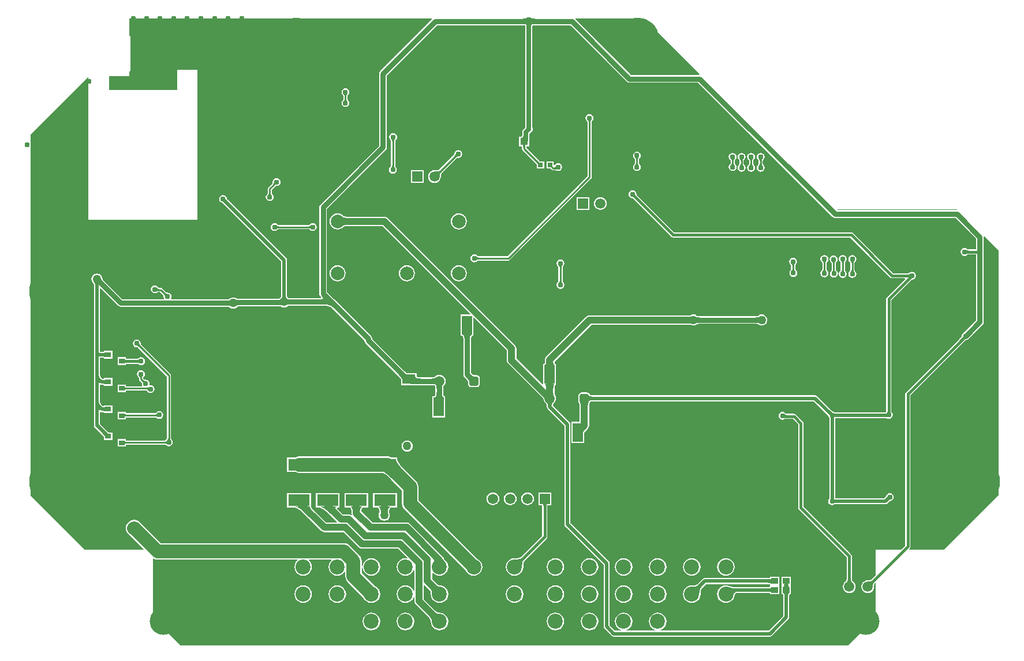
<source format=gbl>
G04*
G04 #@! TF.GenerationSoftware,Altium Limited,Altium Designer,21.8.1 (53)*
G04*
G04 Layer_Physical_Order=2*
G04 Layer_Color=16711680*
%FSLAX25Y25*%
%MOIN*%
G70*
G04*
G04 #@! TF.SameCoordinates,51FB6EBF-7DE9-4BFC-9D62-BDCD563EF873*
G04*
G04*
G04 #@! TF.FilePolarity,Positive*
G04*
G01*
G75*
%ADD14C,0.01000*%
%ADD32R,0.04331X0.04331*%
%ADD35R,0.03937X0.03543*%
%ADD45R,0.03543X0.03150*%
%ADD83C,0.07900*%
%ADD92C,0.02000*%
%ADD93C,0.01500*%
%ADD95C,0.02500*%
%ADD96C,0.08000*%
%ADD97C,0.04000*%
G04:AMPARAMS|DCode=98|XSize=55.12mil|YSize=55.12mil|CornerRadius=13.78mil|HoleSize=0mil|Usage=FLASHONLY|Rotation=180.000|XOffset=0mil|YOffset=0mil|HoleType=Round|Shape=RoundedRectangle|*
%AMROUNDEDRECTD98*
21,1,0.05512,0.02756,0,0,180.0*
21,1,0.02756,0.05512,0,0,180.0*
1,1,0.02756,-0.01378,0.01378*
1,1,0.02756,0.01378,0.01378*
1,1,0.02756,0.01378,-0.01378*
1,1,0.02756,-0.01378,-0.01378*
%
%ADD98ROUNDEDRECTD98*%
%ADD99C,0.05906*%
%ADD100R,0.05906X0.05906*%
%ADD101C,0.08661*%
%ADD102C,0.03000*%
%ADD103C,0.03100*%
%ADD104C,0.05000*%
%ADD105C,0.25000*%
%ADD106C,0.13780*%
%ADD107C,0.15748*%
%ADD108R,0.05906X0.11024*%
%ADD109R,0.02756X0.02756*%
%ADD110R,0.12402X0.07008*%
%ADD111R,0.07480X0.05315*%
%ADD112C,0.03000*%
G36*
X620351Y606427D02*
X620436Y606384D01*
X620546Y606347D01*
X620681Y606314D01*
X620841Y606287D01*
X621232Y606247D01*
X621722Y606227D01*
X622004Y606224D01*
Y603224D01*
X621722Y603222D01*
X620841Y603162D01*
X620681Y603134D01*
X620546Y603102D01*
X620436Y603064D01*
X620351Y603022D01*
X620289Y602974D01*
Y606474D01*
X620351Y606427D01*
D02*
G37*
G36*
X616719Y602974D02*
X616657Y603022D01*
X616572Y603064D01*
X616461Y603102D01*
X616327Y603134D01*
X616167Y603162D01*
X615775Y603202D01*
X615286Y603222D01*
X615004Y603224D01*
Y606224D01*
X615286Y606227D01*
X616167Y606287D01*
X616327Y606314D01*
X616461Y606347D01*
X616572Y606384D01*
X616657Y606427D01*
X616719Y606474D01*
Y602974D01*
D02*
G37*
G36*
X620159Y602832D02*
X620074Y602707D01*
X619999Y602564D01*
X619934Y602403D01*
X619879Y602224D01*
X619834Y602027D01*
X619799Y601812D01*
X619774Y601579D01*
X619754Y601059D01*
X617254D01*
X617249Y601328D01*
X617209Y601812D01*
X617174Y602027D01*
X617129Y602224D01*
X617074Y602403D01*
X617009Y602564D01*
X616934Y602707D01*
X616849Y602832D01*
X616754Y602939D01*
X620254D01*
X620159Y602832D01*
D02*
G37*
G36*
X717148Y574191D02*
X716932Y573700D01*
X677504D01*
X645366Y605837D01*
X645558Y606299D01*
X685039D01*
X717148Y574191D01*
D02*
G37*
G36*
X617901Y537390D02*
X614163Y537378D01*
X614401Y537403D01*
X614613Y537479D01*
X614801Y537605D01*
X614963Y537781D01*
X615101Y538008D01*
X615213Y538284D01*
X615301Y538610D01*
X615363Y538986D01*
X615401Y539413D01*
X615413Y539890D01*
X617913D01*
X617901Y537390D01*
D02*
G37*
G36*
X616559Y534256D02*
X616494Y534119D01*
X616436Y533943D01*
X616386Y533726D01*
X616344Y533470D01*
X616308Y533095D01*
X616748D01*
X616653Y533085D01*
X616568Y533054D01*
X616493Y533004D01*
X616428Y532933D01*
X616373Y532842D01*
X616328Y532731D01*
X616293Y532599D01*
X616268Y532447D01*
X616267Y532435D01*
X616252Y532046D01*
X616248Y531591D01*
X615248D01*
X615244Y532046D01*
X615212Y532546D01*
X615203Y532599D01*
X615168Y532731D01*
X615123Y532842D01*
X615068Y532933D01*
X615003Y533004D01*
X614928Y533054D01*
X614843Y533085D01*
X614748Y533095D01*
X615176D01*
X615152Y533470D01*
X615110Y533726D01*
X615060Y533943D01*
X615002Y534119D01*
X614937Y534256D01*
X614864Y534353D01*
X616633D01*
X616559Y534256D01*
D02*
G37*
G36*
X624036Y523529D02*
X624404Y523217D01*
X624566Y523104D01*
X624715Y523020D01*
X624849Y522963D01*
X624969Y522935D01*
X625075D01*
X625167Y522963D01*
X625245Y523020D01*
X623831Y521605D01*
X623887Y521683D01*
X623916Y521775D01*
Y521881D01*
X623887Y522001D01*
X623831Y522136D01*
X623746Y522284D01*
X623633Y522447D01*
X623491Y522623D01*
X623124Y523020D01*
X623831Y523727D01*
X624036Y523529D01*
D02*
G37*
G36*
X443485Y501924D02*
X443505Y501884D01*
X443537Y501833D01*
X443583Y501772D01*
X443713Y501618D01*
X444007Y501306D01*
X444131Y501181D01*
X442717Y499766D01*
X442592Y499891D01*
X442064Y500360D01*
X442014Y500393D01*
X441974Y500412D01*
X441945Y500419D01*
X443479Y501953D01*
X443485Y501924D01*
D02*
G37*
G36*
X865738Y496050D02*
X865455Y495550D01*
X796674D01*
X796665Y495563D01*
X796933Y496063D01*
X865730D01*
X865738Y496050D01*
D02*
G37*
G36*
X562508Y605837D02*
X532666Y575996D01*
X532180Y575268D01*
X532009Y574409D01*
Y532819D01*
X498020Y498830D01*
X497534Y498103D01*
X497363Y497244D01*
Y447441D01*
X497534Y446583D01*
X498020Y445855D01*
X498589Y445286D01*
X498556Y444993D01*
X498372Y444763D01*
X479863D01*
X479599Y444790D01*
X479487Y444809D01*
X479416Y444826D01*
X479378Y444856D01*
X479316Y444922D01*
X479227Y445035D01*
X479149Y445156D01*
X479081Y445285D01*
X479022Y445425D01*
X478972Y445576D01*
X478933Y445739D01*
X478904Y445916D01*
X478899Y445968D01*
Y466732D01*
X478767Y467396D01*
X478391Y467958D01*
X444193Y502156D01*
X444184Y502167D01*
X444049Y502846D01*
X443551Y503591D01*
X442807Y504088D01*
X441929Y504263D01*
X441051Y504088D01*
X440307Y503591D01*
X439810Y502846D01*
X439635Y501968D01*
X439810Y501091D01*
X440307Y500346D01*
X441051Y499849D01*
X441713Y499717D01*
X441859Y499587D01*
X475432Y466014D01*
Y445968D01*
X475427Y445916D01*
X475398Y445739D01*
X475358Y445576D01*
X475309Y445425D01*
X475250Y445285D01*
X475182Y445156D01*
X475103Y445035D01*
X475015Y444922D01*
X474953Y444856D01*
X474883Y444802D01*
X474698Y444561D01*
X474684Y444552D01*
X474674Y444547D01*
X474605Y444526D01*
X474497Y444502D01*
X474367Y444481D01*
X474103Y444463D01*
X450056D01*
X449832Y444483D01*
X449749Y444496D01*
X449714Y444503D01*
X449439Y444714D01*
X448660Y445037D01*
X447825Y445147D01*
X446989Y445037D01*
X446211Y444714D01*
X445574Y444226D01*
X445503Y444209D01*
X445403Y444191D01*
X444978Y444162D01*
X412072D01*
X411836Y444603D01*
X411962Y444791D01*
X412137Y445669D01*
X411962Y446547D01*
X411465Y447291D01*
X410720Y447789D01*
X409842Y447963D01*
X409704Y447936D01*
X409601Y447945D01*
X409505Y447961D01*
X409418Y447982D01*
X409338Y448008D01*
X409264Y448040D01*
X409195Y448076D01*
X409129Y448118D01*
X409103Y448139D01*
X406880Y450362D01*
X406483Y450627D01*
X406015Y450721D01*
X404908D01*
X404877Y450725D01*
X404815Y450740D01*
X404761Y450760D01*
X404710Y450784D01*
X404661Y450815D01*
X404612Y450854D01*
X404562Y450903D01*
X404510Y450963D01*
X404440Y451061D01*
X404397Y451102D01*
X404181Y451425D01*
X403437Y451923D01*
X402559Y452097D01*
X401681Y451923D01*
X400937Y451425D01*
X400440Y450681D01*
X400265Y449803D01*
X400440Y448925D01*
X400937Y448181D01*
X401681Y447684D01*
X402559Y447509D01*
X403437Y447684D01*
X403750Y447893D01*
X403803Y447912D01*
X404059Y448070D01*
X404157Y448120D01*
X404259Y448165D01*
X404358Y448203D01*
X404454Y448233D01*
X404547Y448255D01*
X404637Y448271D01*
X404665Y448274D01*
X405508D01*
X407373Y446408D01*
X407393Y446382D01*
X407436Y446317D01*
X407472Y446248D01*
X407504Y446174D01*
X407530Y446094D01*
X407551Y446006D01*
X407567Y445911D01*
X407576Y445808D01*
X407548Y445669D01*
X407723Y444791D01*
X407849Y444603D01*
X407613Y444162D01*
X383813D01*
X372588Y455387D01*
X372421Y455593D01*
X372355Y455686D01*
X372317Y455748D01*
X372212Y456544D01*
X371890Y457323D01*
X371377Y457991D01*
X370708Y458504D01*
X369930Y458826D01*
X369094Y458936D01*
X368259Y458826D01*
X367481Y458504D01*
X366812Y457991D01*
X366299Y457323D01*
X365977Y456544D01*
X365867Y455709D01*
X365977Y454873D01*
X366299Y454095D01*
X366812Y453426D01*
X366882Y453373D01*
X366944Y453306D01*
X367033Y453193D01*
X367111Y453073D01*
X367179Y452943D01*
X367238Y452804D01*
X367287Y452653D01*
X367327Y452489D01*
X367356Y452312D01*
X367361Y452260D01*
Y412992D01*
Y398819D01*
Y383268D01*
Y370951D01*
X367493Y370287D01*
X367869Y369725D01*
X368431Y369349D01*
X368444Y369347D01*
X372263Y365528D01*
X372611Y365153D01*
X372863Y364839D01*
X373057Y364559D01*
X373119Y364451D01*
Y363591D01*
X373117Y363583D01*
X373119Y363574D01*
Y362574D01*
X378062D01*
Y367123D01*
X376668D01*
X376659Y367125D01*
X376651Y367123D01*
X375791D01*
X375683Y367185D01*
X375412Y367374D01*
X374813Y367880D01*
X370828Y371866D01*
Y378609D01*
X371328Y378916D01*
X371808Y378821D01*
X372446D01*
X372506Y378819D01*
X372764Y378795D01*
X372977Y378763D01*
X373119Y378730D01*
Y378279D01*
X373822D01*
X373831Y378278D01*
X373839Y378279D01*
X378062D01*
Y382829D01*
X373839D01*
X373831Y382831D01*
X373822Y382829D01*
X373119D01*
Y382378D01*
X372977Y382346D01*
X372772Y382315D01*
X372517Y382297D01*
X371742Y383072D01*
X371574Y383281D01*
X371394Y383546D01*
X371239Y383820D01*
X371108Y384102D01*
X371001Y384394D01*
X370918Y384697D01*
X370857Y385012D01*
X370828Y385278D01*
Y394212D01*
X371328Y394591D01*
X371654Y394527D01*
X372446D01*
X372506Y394525D01*
X372764Y394500D01*
X372977Y394468D01*
X373119Y394436D01*
Y393985D01*
X373822D01*
X373831Y393983D01*
X373839Y393985D01*
X378062D01*
Y398535D01*
X373839D01*
X373831Y398536D01*
X373822Y398535D01*
X373119D01*
Y398084D01*
X372977Y398052D01*
X372772Y398020D01*
X372384Y397993D01*
X372372D01*
X371742Y398623D01*
X371574Y398832D01*
X371394Y399097D01*
X371239Y399371D01*
X371108Y399653D01*
X371001Y399945D01*
X370918Y400248D01*
X370857Y400563D01*
X370828Y400829D01*
Y410232D01*
X372446D01*
X372506Y410230D01*
X372764Y410206D01*
X372977Y410174D01*
X373119Y410141D01*
Y409691D01*
X373822D01*
X373831Y409689D01*
X373839Y409691D01*
X378062D01*
Y414240D01*
X373839D01*
X373831Y414242D01*
X373822Y414240D01*
X373119D01*
Y413790D01*
X372977Y413757D01*
X372772Y413726D01*
X372384Y413699D01*
X370839D01*
X370828Y413710D01*
Y450150D01*
X371290Y450341D01*
X381298Y440333D01*
X382026Y439847D01*
X382884Y439676D01*
X445127D01*
X445391Y439649D01*
X445503Y439630D01*
X445574Y439613D01*
X446211Y439124D01*
X446989Y438802D01*
X447825Y438692D01*
X448660Y438802D01*
X449439Y439124D01*
X450107Y439637D01*
X450292Y439878D01*
X450307Y439887D01*
X450316Y439892D01*
X450385Y439913D01*
X450493Y439937D01*
X450623Y439958D01*
X450887Y439976D01*
X474935D01*
X475158Y439956D01*
X475242Y439943D01*
X475276Y439936D01*
X475552Y439724D01*
X476330Y439402D01*
X477165Y439292D01*
X478001Y439402D01*
X478779Y439724D01*
X479416Y440213D01*
X479487Y440230D01*
X479587Y440248D01*
X480013Y440277D01*
X501532D01*
X501965Y440229D01*
X502465Y440133D01*
X502948Y440000D01*
X503413Y439829D01*
X503863Y439621D01*
X504298Y439374D01*
X504720Y439087D01*
X505060Y438815D01*
X523507Y420368D01*
Y420215D01*
X523678Y419356D01*
X524164Y418629D01*
X543394Y399398D01*
X543928Y398824D01*
X544322Y398332D01*
X544631Y397888D01*
X544772Y397643D01*
Y394477D01*
X552934D01*
X552943Y394476D01*
X552947Y394476D01*
X552951Y394476D01*
X553065Y394477D01*
X553653D01*
Y394486D01*
X553901Y394489D01*
X563102D01*
X563257Y394473D01*
X563470Y394440D01*
X563655Y394399D01*
X563811Y394353D01*
X563937Y394303D01*
X564034Y394253D01*
X564104Y394206D01*
X564108Y394203D01*
X564166Y394127D01*
X564242Y394069D01*
X564246Y394065D01*
X564293Y393995D01*
X564342Y393898D01*
X564392Y393771D01*
X564438Y393616D01*
X564479Y393430D01*
X564511Y393226D01*
X564529Y393008D01*
Y389686D01*
X564503Y389396D01*
X564438Y389006D01*
X564354Y388691D01*
X564257Y388454D01*
X564159Y388293D01*
X564069Y388196D01*
X563988Y388141D01*
X563897Y388109D01*
X563829Y388102D01*
X562883D01*
Y375678D01*
X570188D01*
Y387382D01*
X570190Y387391D01*
X570188Y387400D01*
Y388102D01*
X569536D01*
X569441Y388114D01*
X569421Y388123D01*
X569383Y388154D01*
X569317Y388243D01*
X569235Y388409D01*
X569154Y388657D01*
X569086Y388971D01*
X569015Y389683D01*
Y393062D01*
X569031Y393217D01*
X569064Y393430D01*
X569105Y393615D01*
X569151Y393771D01*
X569201Y393898D01*
X569251Y393995D01*
X569298Y394065D01*
X569301Y394069D01*
X569377Y394127D01*
X569962Y394890D01*
X570330Y395779D01*
X570456Y396732D01*
X570330Y397686D01*
X569962Y398574D01*
X569377Y399338D01*
X568614Y399923D01*
X567725Y400291D01*
X566772Y400417D01*
X565818Y400291D01*
X564929Y399923D01*
X564166Y399338D01*
X564108Y399262D01*
X564104Y399258D01*
X564034Y399211D01*
X563937Y399161D01*
X563811Y399112D01*
X563655Y399065D01*
X563470Y399025D01*
X563265Y398993D01*
X563047Y398975D01*
X555237D01*
X554948Y399001D01*
X554558Y399066D01*
X554243Y399150D01*
X554006Y399247D01*
X553844Y399345D01*
X553747Y399435D01*
X553693Y399516D01*
X553660Y399608D01*
X553653Y399676D01*
Y401192D01*
X548322D01*
X548076Y401333D01*
X547641Y401637D01*
X546719Y402418D01*
X527993Y421144D01*
Y421297D01*
X527822Y422156D01*
X527336Y422883D01*
X506114Y444106D01*
X501849Y448370D01*
Y496315D01*
X535838Y530304D01*
X536324Y531031D01*
X536495Y531890D01*
Y573480D01*
X565496Y602481D01*
X615807D01*
X616070Y602454D01*
X616182Y602435D01*
X616253Y602418D01*
X616281Y602396D01*
X616285Y602393D01*
X616321Y602340D01*
X616360Y602264D01*
X616401Y602164D01*
X616439Y602039D01*
X616473Y601890D01*
X616500Y601725D01*
X616516Y601535D01*
Y543594D01*
X616385Y543398D01*
X616298Y542963D01*
X615258Y541923D01*
X614826Y541278D01*
X614675Y540517D01*
Y539308D01*
X614655Y539076D01*
X614603Y538761D01*
X614536Y538512D01*
X614461Y538330D01*
X614391Y538213D01*
X614333Y538151D01*
X614289Y538121D01*
X614240Y538104D01*
X614219Y538102D01*
X612883D01*
Y532371D01*
X614508D01*
X614525Y532115D01*
Y531102D01*
X614618Y530634D01*
X614883Y530237D01*
X622790Y522330D01*
X622951Y522157D01*
X623061Y522020D01*
X623119Y521936D01*
Y521614D01*
X623117Y521605D01*
X623119Y521597D01*
Y519576D01*
X627275D01*
Y523732D01*
X625254D01*
X625245Y523733D01*
X625237Y523732D01*
X624915D01*
X624839Y523784D01*
X624564Y524017D01*
X616971Y531609D01*
Y532186D01*
X616979Y532371D01*
X616979Y532371D01*
X618613D01*
Y535959D01*
X618652Y536152D01*
Y539693D01*
X619353Y540394D01*
X619382Y540400D01*
X620126Y540898D01*
X620623Y541642D01*
X620798Y542520D01*
X620623Y543398D01*
X620492Y543594D01*
Y601583D01*
X620506Y601717D01*
X620535Y601890D01*
X620569Y602039D01*
X620607Y602164D01*
X620647Y602264D01*
X620687Y602339D01*
X620723Y602393D01*
X620727Y602396D01*
X620755Y602418D01*
X620826Y602435D01*
X620926Y602452D01*
X621351Y602481D01*
X642378D01*
X674989Y569871D01*
X675716Y569384D01*
X676575Y569214D01*
X716197D01*
X793689Y491721D01*
X794417Y491235D01*
X795276Y491064D01*
X864819D01*
X876694Y479189D01*
Y472935D01*
X872076D01*
X872004Y472943D01*
X871915Y472959D01*
X871841Y472977D01*
X871783Y472996D01*
X871745Y473012D01*
X871701Y473079D01*
X870957Y473576D01*
X870079Y473751D01*
X869201Y473576D01*
X868457Y473079D01*
X867959Y472335D01*
X867785Y471457D01*
X867959Y470579D01*
X868457Y469835D01*
X869201Y469337D01*
X870079Y469163D01*
X870957Y469337D01*
X871701Y469835D01*
X871745Y469901D01*
X871783Y469917D01*
X871841Y469936D01*
X871915Y469954D01*
X871995Y469968D01*
X872106Y469978D01*
X876694D01*
Y431835D01*
X869264Y424405D01*
X869047Y424260D01*
X868550Y423516D01*
X868375Y422638D01*
X868379Y422621D01*
X867087Y421146D01*
X836356Y390416D01*
X836036Y389936D01*
X835923Y389370D01*
Y301794D01*
X833342Y299213D01*
X818898D01*
Y284768D01*
X816259Y282130D01*
X816139Y282042D01*
X815977Y281948D01*
X815794Y281864D01*
X815589Y281790D01*
X815360Y281728D01*
X815108Y281679D01*
X814832Y281644D01*
X814533Y281624D01*
X814299Y281621D01*
X814173Y281637D01*
X813220Y281511D01*
X812331Y281143D01*
X811568Y280558D01*
X810983Y279795D01*
X810614Y278906D01*
X810489Y277953D01*
X810614Y276999D01*
X810983Y276111D01*
X811568Y275348D01*
X812331Y274762D01*
X813220Y274394D01*
X814173Y274269D01*
X815127Y274394D01*
X816015Y274762D01*
X816778Y275348D01*
X817364Y276111D01*
X817732Y276999D01*
X817857Y277953D01*
X817841Y278078D01*
X817844Y278312D01*
X817865Y278612D01*
X817900Y278888D01*
X817949Y279140D01*
X818011Y279368D01*
X818084Y279573D01*
X818169Y279756D01*
X818263Y279919D01*
X818350Y280039D01*
X818436Y280124D01*
X818898Y279933D01*
Y259842D01*
X803150Y244094D01*
X417323Y244094D01*
X401575Y259842D01*
X401575Y293855D01*
X402075Y294177D01*
X402931Y293822D01*
X404158Y293660D01*
X484738D01*
X484899Y293187D01*
X484601Y292958D01*
X483795Y291907D01*
X483288Y290683D01*
X483115Y289370D01*
X483288Y288057D01*
X483795Y286833D01*
X484601Y285782D01*
X485652Y284976D01*
X486876Y284469D01*
X488189Y284296D01*
X489502Y284469D01*
X490726Y284976D01*
X491777Y285782D01*
X492583Y286833D01*
X493090Y288057D01*
X493263Y289370D01*
X493090Y290683D01*
X492583Y291907D01*
X491777Y292958D01*
X491479Y293187D01*
X491640Y293660D01*
X504424D01*
X504584Y293187D01*
X504286Y292958D01*
X503480Y291907D01*
X502973Y290683D01*
X502800Y289370D01*
X502973Y288057D01*
X503480Y286833D01*
X504286Y285782D01*
X505337Y284976D01*
X506561Y284469D01*
X507874Y284296D01*
X509187Y284469D01*
X510411Y284976D01*
X511462Y285782D01*
X512031Y286524D01*
X512531Y286354D01*
Y284089D01*
X512692Y282862D01*
X513166Y281718D01*
X513919Y280736D01*
X522878Y271778D01*
X523165Y271085D01*
X523971Y270034D01*
X525022Y269228D01*
X526246Y268721D01*
X527559Y268548D01*
X528872Y268721D01*
X530096Y269228D01*
X531147Y270034D01*
X531953Y271085D01*
X532460Y272309D01*
X532633Y273622D01*
X532460Y274935D01*
X531953Y276159D01*
X531147Y277210D01*
X530096Y278016D01*
X530014Y278050D01*
X522012Y286052D01*
Y289131D01*
X522512Y289164D01*
X522522Y289092D01*
X522658Y288057D01*
X523165Y286833D01*
X523971Y285782D01*
X525022Y284976D01*
X526246Y284469D01*
X527559Y284296D01*
X528872Y284469D01*
X530096Y284976D01*
X531147Y285782D01*
X531953Y286833D01*
X532460Y288057D01*
X532633Y289370D01*
X532460Y290683D01*
X531953Y291907D01*
X531147Y292958D01*
X530096Y293764D01*
X528872Y294271D01*
X527559Y294444D01*
X526246Y294271D01*
X525022Y293764D01*
X523971Y292958D01*
X523165Y291907D01*
X522658Y290683D01*
X522522Y289649D01*
X522512Y289576D01*
X522012Y289609D01*
Y292744D01*
X521851Y293971D01*
X521377Y295114D01*
X520624Y296096D01*
X514967Y301753D01*
X513985Y302506D01*
X512842Y302980D01*
X511615Y303141D01*
X406122D01*
X394100Y315163D01*
X393118Y315916D01*
X391975Y316390D01*
X390748Y316552D01*
X390453D01*
X389226Y316390D01*
X388083Y315916D01*
X387101Y315163D01*
X386347Y314181D01*
X385874Y313038D01*
X385712Y311811D01*
X385874Y310584D01*
X386347Y309441D01*
X387101Y308459D01*
X388083Y307706D01*
X388197Y307658D01*
X396180Y299675D01*
X395989Y299213D01*
X362205D01*
X330709Y330709D01*
Y539370D01*
X363711Y572373D01*
X364173Y572181D01*
Y490158D01*
X427165D01*
Y576772D01*
X415354D01*
Y564961D01*
X375984D01*
Y572835D01*
X387795D01*
Y575703D01*
X387872Y575719D01*
X388103Y575873D01*
X388258Y576105D01*
X388312Y576378D01*
Y595866D01*
X388258Y596139D01*
X388103Y596371D01*
X387872Y596525D01*
X387795Y596541D01*
X387795Y606299D01*
X562316D01*
X562508Y605837D01*
D02*
G37*
G36*
X871257Y472478D02*
X871338Y472421D01*
X871430Y472371D01*
X871532Y472327D01*
X871645Y472290D01*
X871768Y472260D01*
X871902Y472237D01*
X872046Y472220D01*
X872365Y472207D01*
Y470707D01*
X872200Y470703D01*
X871902Y470677D01*
X871768Y470653D01*
X871645Y470623D01*
X871532Y470586D01*
X871430Y470542D01*
X871338Y470492D01*
X871257Y470435D01*
X871186Y470372D01*
Y472542D01*
X871257Y472478D01*
D02*
G37*
G36*
X371604Y455607D02*
X371635Y455516D01*
X371686Y455412D01*
X371758Y455293D01*
X371851Y455161D01*
X372100Y454856D01*
X372433Y454495D01*
X372630Y454294D01*
X370509Y452173D01*
X370308Y452371D01*
X370143Y452515D01*
X370125Y452404D01*
X370102Y452166D01*
X370098Y452050D01*
X370094Y451591D01*
X368094D01*
X368082Y452220D01*
X368064Y452404D01*
X368027Y452632D01*
X367974Y452848D01*
X367907Y453054D01*
X367825Y453250D01*
X367727Y453434D01*
X367615Y453608D01*
X367487Y453771D01*
X367344Y453923D01*
X368048D01*
X368033Y454649D01*
X370156D01*
X370144Y454607D01*
X370134Y454507D01*
X370120Y454210D01*
X371594Y455684D01*
X371604Y455607D01*
D02*
G37*
G36*
X403946Y450524D02*
X404041Y450414D01*
X404142Y450316D01*
X404249Y450231D01*
X404362Y450160D01*
X404482Y450101D01*
X404609Y450056D01*
X404742Y450023D01*
X404881Y450003D01*
X405027Y449997D01*
X404924Y449517D01*
Y448997D01*
X404674Y448992D01*
X404539Y448978D01*
X404402Y448954D01*
X404264Y448921D01*
X404126Y448878D01*
X403988Y448826D01*
X403849Y448764D01*
X403710Y448692D01*
X403430Y448521D01*
X403520Y448969D01*
X403395Y448966D01*
Y450028D01*
X403416Y450022D01*
X403466Y450017D01*
X403655Y450008D01*
X403729Y450007D01*
X403859Y450648D01*
X403946Y450524D01*
D02*
G37*
G36*
X408605Y447622D02*
X408716Y447536D01*
X408833Y447460D01*
X408956Y447395D01*
X409086Y447340D01*
X409222Y447295D01*
X409364Y447261D01*
X409512Y447236D01*
X409666Y447223D01*
X409827Y447219D01*
X408293Y445685D01*
X408289Y445846D01*
X408275Y446000D01*
X408251Y446148D01*
X408217Y446290D01*
X408172Y446426D01*
X408117Y446555D01*
X408052Y446678D01*
X407976Y446796D01*
X407890Y446906D01*
X407794Y447011D01*
X408501Y447718D01*
X408605Y447622D01*
D02*
G37*
G36*
X478178Y446008D02*
X478195Y445824D01*
X478233Y445597D01*
X478285Y445380D01*
X478353Y445174D01*
X478435Y444979D01*
X478533Y444794D01*
X478645Y444621D01*
X478773Y444457D01*
X478915Y444305D01*
X478212D01*
X478227Y443580D01*
X476104D01*
X476116Y443621D01*
X476126Y443722D01*
X476143Y444098D01*
X476145Y444305D01*
X475415D01*
X475558Y444457D01*
X475685Y444621D01*
X475798Y444794D01*
X475895Y444979D01*
X475978Y445174D01*
X476045Y445380D01*
X476098Y445597D01*
X476135Y445824D01*
X476158Y446062D01*
X476161Y446178D01*
X476165Y446638D01*
X478165D01*
X478178Y446008D01*
D02*
G37*
G36*
X479012Y444222D02*
X479098Y444180D01*
X479208Y444142D01*
X479343Y444110D01*
X479502Y444082D01*
X479894Y444042D01*
X480384Y444022D01*
X480665Y444020D01*
Y441020D01*
X480384Y441017D01*
X479502Y440957D01*
X479343Y440930D01*
X479208Y440897D01*
X479098Y440860D01*
X479012Y440817D01*
X478951Y440770D01*
Y444270D01*
X479012Y444222D01*
D02*
G37*
G36*
X475603Y440568D02*
X475552Y440597D01*
X475476Y440623D01*
X475373Y440645D01*
X475245Y440665D01*
X474910Y440695D01*
X474214Y440718D01*
X473931Y440720D01*
X473472Y443719D01*
X473752Y443723D01*
X474448Y443771D01*
X474631Y443800D01*
X474790Y443836D01*
X474925Y443878D01*
X475035Y443926D01*
X475121Y443981D01*
X475183Y444043D01*
X475603Y440568D01*
D02*
G37*
G36*
X449438Y443842D02*
X449515Y443817D01*
X449617Y443794D01*
X449746Y443774D01*
X450080Y443744D01*
X450776Y443721D01*
X451059Y443719D01*
X451518Y440720D01*
X451238Y440716D01*
X450542Y440668D01*
X450359Y440639D01*
X450200Y440603D01*
X450066Y440561D01*
X449955Y440513D01*
X449869Y440458D01*
X449807Y440396D01*
X449387Y443871D01*
X449438Y443842D01*
D02*
G37*
G36*
X446039Y440169D02*
X445978Y440217D01*
X445892Y440259D01*
X445782Y440297D01*
X445647Y440329D01*
X445488Y440357D01*
X445096Y440397D01*
X444606Y440417D01*
X444325Y440419D01*
Y443419D01*
X444606Y443422D01*
X445488Y443482D01*
X445647Y443509D01*
X445782Y443542D01*
X445892Y443579D01*
X445978Y443622D01*
X446039Y443669D01*
Y440169D01*
D02*
G37*
G36*
X505588Y443580D02*
X506028Y438898D01*
X505594Y439301D01*
X505144Y439662D01*
X504676Y439980D01*
X504190Y440256D01*
X503687Y440489D01*
X503166Y440680D01*
X502627Y440829D01*
X502071Y440935D01*
X501498Y440999D01*
X500906Y441020D01*
X497906Y444020D01*
X498455Y444041D01*
X498901Y444104D01*
X499245Y444211D01*
X499487Y444359D01*
X499626Y444550D01*
X499663Y444783D01*
X499597Y445059D01*
X499429Y445377D01*
X499158Y445738D01*
X498785Y446141D01*
X505588Y443580D01*
D02*
G37*
G36*
X870670Y421138D02*
X870615Y421127D01*
X870654Y421088D01*
X870559Y421083D01*
X870461Y421066D01*
X870436Y421058D01*
X870429Y421055D01*
X870259Y420951D01*
X870057Y420806D01*
X869555Y420392D01*
X868557Y419461D01*
X868160Y419068D01*
X867099Y420128D01*
X867492Y420526D01*
X868983Y422228D01*
X869086Y422397D01*
X869090Y422405D01*
X869097Y422429D01*
X869114Y422527D01*
X869119Y422622D01*
X869158Y422583D01*
X869169Y422639D01*
X870670Y421138D01*
D02*
G37*
G36*
X889764Y472441D02*
Y330709D01*
X858268Y299213D01*
X838177D01*
X837986Y299675D01*
X838447Y300136D01*
X838767Y300615D01*
X838880Y301181D01*
Y388758D01*
X869301Y419179D01*
X870026Y419856D01*
X870492Y420240D01*
X870644Y420349D01*
X870669Y420344D01*
X871547Y420518D01*
X872291Y421016D01*
X872437Y421233D01*
X880523Y429319D01*
X881009Y430047D01*
X881180Y430905D01*
Y471850D01*
Y480118D01*
X881131Y480367D01*
X881591Y480613D01*
X889764Y472441D01*
D02*
G37*
G36*
X373831Y410403D02*
X373811Y410510D01*
X373751Y410605D01*
X373651Y410690D01*
X373511Y410763D01*
X373331Y410825D01*
X373111Y410876D01*
X372851Y410915D01*
X372551Y410943D01*
X371831Y410966D01*
Y412966D01*
X372211Y412971D01*
X372851Y413016D01*
X373111Y413056D01*
X373331Y413106D01*
X373511Y413168D01*
X373651Y413241D01*
X373751Y413326D01*
X373811Y413421D01*
X373831Y413528D01*
Y410403D01*
D02*
G37*
G36*
X546101Y402006D02*
X547205Y401070D01*
X547693Y400730D01*
X548139Y400474D01*
X548542Y400303D01*
X548902Y400217D01*
X549220Y400216D01*
X549495Y400300D01*
X549727Y400468D01*
X545497Y396237D01*
X545665Y396470D01*
X545749Y396745D01*
X545747Y397062D01*
X545661Y397423D01*
X545490Y397826D01*
X545235Y398271D01*
X544894Y398759D01*
X544469Y399290D01*
X543363Y400480D01*
X545484Y402601D01*
X546101Y402006D01*
D02*
G37*
G36*
X370109Y400839D02*
X370151Y400457D01*
X370222Y400086D01*
X370321Y399727D01*
X370448Y399380D01*
X370604Y399044D01*
X370787Y398720D01*
X371000Y398408D01*
X371240Y398108D01*
X371509Y397819D01*
X370946Y395553D01*
X370785Y395695D01*
X370640Y395779D01*
X370512Y395807D01*
X370401Y395778D01*
X370307Y395692D01*
X370231Y395548D01*
X370171Y395348D01*
X370129Y395091D01*
X370103Y394776D01*
X370094Y394405D01*
X368094Y398819D01*
X370094Y401233D01*
X370109Y400839D01*
D02*
G37*
G36*
X552960Y399447D02*
X553051Y399192D01*
X553201Y398967D01*
X553413Y398772D01*
X553684Y398607D01*
X554015Y398472D01*
X554406Y398367D01*
X554858Y398292D01*
X555369Y398247D01*
X555941Y398232D01*
Y395232D01*
X552941Y395189D01*
X552929Y399732D01*
X552960Y399447D01*
D02*
G37*
G36*
X373831Y394697D02*
X373811Y394804D01*
X373751Y394900D01*
X373651Y394984D01*
X373511Y395057D01*
X373331Y395119D01*
X373111Y395170D01*
X372851Y395209D01*
X372551Y395237D01*
X371831Y395260D01*
Y397260D01*
X372211Y397266D01*
X372851Y397310D01*
X373111Y397350D01*
X373331Y397400D01*
X373511Y397462D01*
X373651Y397536D01*
X373751Y397620D01*
X373811Y397716D01*
X373831Y397823D01*
Y394697D01*
D02*
G37*
G36*
X564663Y394665D02*
X564541Y394773D01*
X564397Y394869D01*
X564231Y394954D01*
X564043Y395028D01*
X563834Y395091D01*
X563602Y395142D01*
X563348Y395181D01*
X563073Y395210D01*
X562457Y395232D01*
Y398232D01*
X562776Y398238D01*
X563348Y398283D01*
X563602Y398323D01*
X563834Y398374D01*
X564043Y398436D01*
X564231Y398510D01*
X564397Y398595D01*
X564541Y398692D01*
X564663Y398799D01*
Y394665D01*
D02*
G37*
G36*
X568731Y394501D02*
X568635Y394357D01*
X568549Y394192D01*
X568476Y394004D01*
X568413Y393794D01*
X568362Y393563D01*
X568323Y393309D01*
X568294Y393034D01*
X568272Y392417D01*
X565272D01*
X565266Y392736D01*
X565221Y393309D01*
X565181Y393563D01*
X565130Y393794D01*
X565068Y394004D01*
X564994Y394192D01*
X564909Y394357D01*
X564812Y394501D01*
X564705Y394624D01*
X568839D01*
X568731Y394501D01*
D02*
G37*
G36*
X568284Y389820D02*
X568380Y388860D01*
X568464Y388470D01*
X568573Y388140D01*
X568705Y387870D01*
X568862Y387660D01*
X569043Y387510D01*
X569247Y387420D01*
X569476Y387390D01*
X563772Y387378D01*
X564057Y387408D01*
X564312Y387499D01*
X564537Y387650D01*
X564732Y387861D01*
X564897Y388132D01*
X565032Y388463D01*
X565137Y388855D01*
X565212Y389306D01*
X565257Y389818D01*
X565272Y390390D01*
X568272D01*
X568284Y389820D01*
D02*
G37*
G36*
X370109Y385288D02*
X370151Y384905D01*
X370222Y384535D01*
X370321Y384176D01*
X370448Y383828D01*
X370604Y383493D01*
X370787Y383169D01*
X371000Y382857D01*
X371240Y382556D01*
X371509Y382268D01*
X371101Y379847D01*
X370910Y380018D01*
X370739Y380129D01*
X370588Y380180D01*
X370457Y380171D01*
X370346Y380102D01*
X370255Y379973D01*
X370185Y379783D01*
X370135Y379533D01*
X370105Y379223D01*
X370094Y378854D01*
X368094Y383268D01*
X370094Y385682D01*
X370109Y385288D01*
D02*
G37*
G36*
X373831Y378991D02*
X373811Y379098D01*
X373751Y379194D01*
X373651Y379278D01*
X373511Y379351D01*
X373331Y379413D01*
X373111Y379464D01*
X372851Y379503D01*
X372551Y379532D01*
X371831Y379554D01*
Y381554D01*
X372211Y381560D01*
X372851Y381605D01*
X373111Y381644D01*
X373331Y381695D01*
X373511Y381757D01*
X373651Y381830D01*
X373751Y381914D01*
X373811Y382010D01*
X373831Y382117D01*
Y378991D01*
D02*
G37*
G36*
X374241Y367429D02*
X374976Y366807D01*
X375302Y366581D01*
X375599Y366411D01*
X375867Y366298D01*
X376108Y366242D01*
X376320D01*
X376504Y366298D01*
X376659Y366411D01*
X373831Y363583D01*
X373944Y363738D01*
X374001Y363922D01*
Y364134D01*
X373944Y364375D01*
X373831Y364643D01*
X373661Y364940D01*
X373435Y365266D01*
X373152Y365619D01*
X372417Y366411D01*
X373831Y367825D01*
X374241Y367429D01*
D02*
G37*
G36*
X817976Y280695D02*
X817811Y280511D01*
X817664Y280308D01*
X817535Y280086D01*
X817423Y279844D01*
X817329Y279582D01*
X817253Y279301D01*
X817195Y279001D01*
X817154Y278681D01*
X817131Y278341D01*
X817126Y277982D01*
X814203Y280905D01*
X814562Y280911D01*
X814901Y280933D01*
X815221Y280974D01*
X815522Y281032D01*
X815803Y281109D01*
X816064Y281203D01*
X816306Y281314D01*
X816529Y281443D01*
X816732Y281591D01*
X816915Y281755D01*
X817976Y280695D01*
D02*
G37*
%LPC*%
G36*
X512598Y566074D02*
X511721Y565899D01*
X510976Y565402D01*
X510479Y564657D01*
X510304Y563779D01*
X510479Y562902D01*
X510976Y562157D01*
X511093Y562079D01*
X511160Y562000D01*
X511217Y561921D01*
X511264Y561844D01*
X511302Y561768D01*
X511332Y561694D01*
X511354Y561620D01*
X511371Y561544D01*
X511375Y561511D01*
Y559749D01*
X511371Y559716D01*
X511354Y559640D01*
X511332Y559566D01*
X511302Y559491D01*
X511264Y559416D01*
X511217Y559339D01*
X511160Y559260D01*
X511093Y559181D01*
X510976Y559102D01*
X510479Y558358D01*
X510304Y557480D01*
X510479Y556602D01*
X510976Y555858D01*
X511721Y555361D01*
X512598Y555186D01*
X513476Y555361D01*
X514221Y555858D01*
X514718Y556602D01*
X514892Y557480D01*
X514718Y558358D01*
X514221Y559102D01*
X514103Y559181D01*
X514037Y559260D01*
X513980Y559339D01*
X513933Y559416D01*
X513895Y559491D01*
X513865Y559566D01*
X513842Y559640D01*
X513826Y559716D01*
X513822Y559749D01*
Y561511D01*
X513826Y561544D01*
X513842Y561620D01*
X513865Y561694D01*
X513895Y561768D01*
X513933Y561844D01*
X513980Y561921D01*
X514037Y562000D01*
X514103Y562079D01*
X514221Y562157D01*
X514718Y562902D01*
X514892Y563779D01*
X514718Y564657D01*
X514221Y565402D01*
X513476Y565899D01*
X512598Y566074D01*
D02*
G37*
G36*
X577756Y530247D02*
X576878Y530072D01*
X576134Y529575D01*
X575636Y528831D01*
X575554Y528417D01*
X575528Y528354D01*
X575499Y528208D01*
X575469Y528088D01*
X575435Y527976D01*
X575397Y527872D01*
X575355Y527777D01*
X575310Y527689D01*
X575261Y527609D01*
X575209Y527535D01*
X575191Y527512D01*
X566568Y518889D01*
X566558Y518880D01*
X566444Y518807D01*
X566300Y518739D01*
X566124Y518678D01*
X565913Y518627D01*
X565668Y518590D01*
X565399Y518569D01*
X564724Y518577D01*
X564344Y518609D01*
X564295Y518603D01*
X563976Y518645D01*
X563023Y518519D01*
X562134Y518151D01*
X561371Y517566D01*
X560786Y516803D01*
X560418Y515914D01*
X560292Y514961D01*
X560418Y514007D01*
X560786Y513119D01*
X561371Y512356D01*
X562134Y511770D01*
X563023Y511402D01*
X563976Y511276D01*
X564930Y511402D01*
X565819Y511770D01*
X566581Y512356D01*
X567167Y513119D01*
X567535Y514007D01*
X567611Y514582D01*
X567629Y514642D01*
X567660Y514953D01*
X567661Y514961D01*
X567661Y514962D01*
X567671Y515071D01*
X567721Y515449D01*
X567848Y516125D01*
X567918Y516392D01*
X567996Y516628D01*
X568077Y516824D01*
X568157Y516979D01*
X568232Y517092D01*
X576767Y525627D01*
X576792Y525646D01*
X576847Y525679D01*
X576901Y525705D01*
X576956Y525725D01*
X577015Y525738D01*
X577080Y525747D01*
X577152Y525749D01*
X577235Y525743D01*
X577355Y525725D01*
X577409Y525728D01*
X577756Y525659D01*
X578634Y525833D01*
X579378Y526331D01*
X579875Y527075D01*
X580050Y527953D01*
X579875Y528831D01*
X579378Y529575D01*
X578634Y530072D01*
X577756Y530247D01*
D02*
G37*
G36*
X736221Y528672D02*
X735343Y528497D01*
X734598Y528000D01*
X734101Y527256D01*
X733926Y526378D01*
X734101Y525500D01*
X734598Y524756D01*
X734715Y524678D01*
X734782Y524598D01*
X734839Y524519D01*
X734886Y524442D01*
X734924Y524367D01*
X734954Y524293D01*
X734976Y524218D01*
X734993Y524142D01*
X734997Y524109D01*
Y522741D01*
X734993Y522709D01*
X734976Y522632D01*
X734954Y522558D01*
X734924Y522483D01*
X734886Y522408D01*
X734839Y522331D01*
X734782Y522252D01*
X734715Y522173D01*
X734598Y522095D01*
X734101Y521350D01*
X733926Y520472D01*
X734101Y519594D01*
X734598Y518850D01*
X735343Y518353D01*
X736221Y518178D01*
X737098Y518353D01*
X737843Y518850D01*
X738340Y519594D01*
X738515Y520472D01*
X738340Y521350D01*
X737843Y522095D01*
X737725Y522173D01*
X737659Y522252D01*
X737602Y522331D01*
X737555Y522408D01*
X737517Y522483D01*
X737487Y522558D01*
X737464Y522632D01*
X737448Y522709D01*
X737444Y522741D01*
Y524109D01*
X737448Y524142D01*
X737465Y524218D01*
X737487Y524293D01*
X737517Y524367D01*
X737555Y524442D01*
X737602Y524519D01*
X737659Y524598D01*
X737725Y524678D01*
X737843Y524756D01*
X738340Y525500D01*
X738515Y526378D01*
X738340Y527256D01*
X737843Y528000D01*
X737098Y528497D01*
X736221Y528672D01*
D02*
G37*
G36*
X680905Y529459D02*
X680028Y529285D01*
X679283Y528788D01*
X678786Y528043D01*
X678611Y527165D01*
X678786Y526287D01*
X679283Y525543D01*
X679400Y525465D01*
X679467Y525385D01*
X679524Y525307D01*
X679571Y525230D01*
X679609Y525154D01*
X679639Y525080D01*
X679662Y525005D01*
X679678Y524929D01*
X679682Y524897D01*
Y522741D01*
X679678Y522709D01*
X679662Y522632D01*
X679639Y522558D01*
X679609Y522483D01*
X679571Y522408D01*
X679524Y522331D01*
X679467Y522252D01*
X679400Y522173D01*
X679283Y522095D01*
X678786Y521350D01*
X678611Y520472D01*
X678786Y519594D01*
X679283Y518850D01*
X680028Y518353D01*
X680905Y518178D01*
X681783Y518353D01*
X682528Y518850D01*
X683025Y519594D01*
X683200Y520472D01*
X683025Y521350D01*
X682528Y522095D01*
X682410Y522173D01*
X682344Y522252D01*
X682287Y522331D01*
X682240Y522408D01*
X682202Y522483D01*
X682172Y522558D01*
X682150Y522632D01*
X682133Y522709D01*
X682129Y522741D01*
Y524897D01*
X682133Y524929D01*
X682150Y525005D01*
X682172Y525080D01*
X682202Y525154D01*
X682240Y525230D01*
X682287Y525307D01*
X682344Y525385D01*
X682410Y525465D01*
X682528Y525543D01*
X683025Y526287D01*
X683200Y527165D01*
X683025Y528043D01*
X682528Y528788D01*
X681783Y529285D01*
X680905Y529459D01*
D02*
G37*
G36*
X632787Y523732D02*
X628631D01*
Y519576D01*
X631010D01*
X631344Y519288D01*
X631721Y518910D01*
X632118Y518645D01*
X632587Y518552D01*
X633752D01*
X633841Y518544D01*
X634078Y518508D01*
X634173Y518489D01*
X634480Y518403D01*
X634555Y518353D01*
X635433Y518178D01*
X636311Y518353D01*
X637055Y518850D01*
X637552Y519594D01*
X637727Y520472D01*
X637552Y521350D01*
X637055Y522095D01*
X636311Y522592D01*
X635433Y522766D01*
X634555Y522592D01*
X633811Y522095D01*
X633599Y521778D01*
X632940Y521651D01*
X632815Y521738D01*
X632787Y521807D01*
Y523732D01*
D02*
G37*
G36*
X752362Y528672D02*
X751484Y528497D01*
X750740Y528000D01*
X750243Y527256D01*
X750068Y526378D01*
X750243Y525500D01*
X750740Y524756D01*
X750857Y524678D01*
X750924Y524598D01*
X750980Y524519D01*
X751027Y524442D01*
X751065Y524367D01*
X751095Y524293D01*
X751118Y524218D01*
X751135Y524142D01*
X751139Y524109D01*
Y522347D01*
X751135Y522315D01*
X751118Y522239D01*
X751095Y522164D01*
X751065Y522090D01*
X751027Y522014D01*
X750980Y521938D01*
X750924Y521859D01*
X750857Y521779D01*
X750740Y521701D01*
X750243Y520957D01*
X750068Y520079D01*
X750243Y519201D01*
X750740Y518457D01*
X751484Y517959D01*
X752362Y517785D01*
X753240Y517959D01*
X753984Y518457D01*
X754482Y519201D01*
X754656Y520079D01*
X754482Y520957D01*
X753984Y521701D01*
X753867Y521779D01*
X753801Y521859D01*
X753744Y521938D01*
X753697Y522014D01*
X753659Y522090D01*
X753629Y522164D01*
X753606Y522239D01*
X753590Y522315D01*
X753586Y522347D01*
Y524109D01*
X753590Y524142D01*
X753606Y524218D01*
X753629Y524293D01*
X753659Y524367D01*
X753697Y524442D01*
X753744Y524519D01*
X753801Y524598D01*
X753867Y524678D01*
X753984Y524756D01*
X754482Y525500D01*
X754656Y526378D01*
X754482Y527256D01*
X753984Y528000D01*
X753240Y528497D01*
X752362Y528672D01*
D02*
G37*
G36*
X746850D02*
X745972Y528497D01*
X745228Y528000D01*
X744731Y527256D01*
X744556Y526378D01*
X744731Y525500D01*
X745228Y524756D01*
X745345Y524678D01*
X745412Y524598D01*
X745469Y524519D01*
X745515Y524442D01*
X745553Y524367D01*
X745583Y524293D01*
X745606Y524218D01*
X745623Y524142D01*
X745627Y524109D01*
Y522347D01*
X745623Y522315D01*
X745606Y522239D01*
X745583Y522164D01*
X745553Y522090D01*
X745515Y522014D01*
X745469Y521938D01*
X745412Y521859D01*
X745345Y521779D01*
X745228Y521701D01*
X744731Y520957D01*
X744556Y520079D01*
X744731Y519201D01*
X745228Y518457D01*
X745972Y517959D01*
X746850Y517785D01*
X747728Y517959D01*
X748472Y518457D01*
X748970Y519201D01*
X749145Y520079D01*
X748970Y520957D01*
X748472Y521701D01*
X748355Y521779D01*
X748289Y521859D01*
X748232Y521938D01*
X748185Y522014D01*
X748147Y522090D01*
X748117Y522164D01*
X748094Y522239D01*
X748078Y522315D01*
X748074Y522347D01*
Y524109D01*
X748078Y524142D01*
X748094Y524218D01*
X748117Y524293D01*
X748147Y524367D01*
X748185Y524442D01*
X748232Y524519D01*
X748289Y524598D01*
X748355Y524678D01*
X748472Y524756D01*
X748970Y525500D01*
X749145Y526378D01*
X748970Y527256D01*
X748472Y528000D01*
X747728Y528497D01*
X746850Y528672D01*
D02*
G37*
G36*
X741339D02*
X740461Y528497D01*
X739716Y528000D01*
X739219Y527256D01*
X739045Y526378D01*
X739219Y525500D01*
X739716Y524756D01*
X739834Y524678D01*
X739900Y524598D01*
X739957Y524519D01*
X740004Y524442D01*
X740042Y524367D01*
X740072Y524293D01*
X740095Y524218D01*
X740111Y524142D01*
X740115Y524109D01*
Y522347D01*
X740111Y522315D01*
X740095Y522239D01*
X740072Y522164D01*
X740042Y522090D01*
X740004Y522014D01*
X739957Y521938D01*
X739900Y521859D01*
X739834Y521779D01*
X739716Y521701D01*
X739219Y520957D01*
X739045Y520079D01*
X739219Y519201D01*
X739716Y518457D01*
X740461Y517959D01*
X741339Y517785D01*
X742216Y517959D01*
X742961Y518457D01*
X743458Y519201D01*
X743633Y520079D01*
X743458Y520957D01*
X742961Y521701D01*
X742844Y521779D01*
X742777Y521859D01*
X742720Y521938D01*
X742673Y522014D01*
X742635Y522090D01*
X742605Y522164D01*
X742583Y522239D01*
X742566Y522315D01*
X742562Y522347D01*
Y524109D01*
X742566Y524142D01*
X742583Y524218D01*
X742605Y524293D01*
X742635Y524367D01*
X742673Y524442D01*
X742720Y524519D01*
X742777Y524598D01*
X742844Y524678D01*
X742961Y524756D01*
X743458Y525500D01*
X743633Y526378D01*
X743458Y527256D01*
X742961Y528000D01*
X742216Y528497D01*
X741339Y528672D01*
D02*
G37*
G36*
X540158Y540089D02*
X539280Y539915D01*
X538535Y539417D01*
X538038Y538673D01*
X537863Y537795D01*
X538038Y536917D01*
X538535Y536173D01*
X538593Y536135D01*
X538618Y536100D01*
X538675Y536013D01*
X538723Y535927D01*
X538762Y535844D01*
X538792Y535762D01*
X538815Y535682D01*
X538832Y535601D01*
X538835Y535569D01*
Y521200D01*
X538831Y521168D01*
X538815Y521096D01*
X538793Y521028D01*
X538764Y520961D01*
X538728Y520894D01*
X538682Y520826D01*
X538627Y520756D01*
X538560Y520685D01*
X538495Y520624D01*
X538339Y520520D01*
X537841Y519776D01*
X537667Y518898D01*
X537841Y518020D01*
X538339Y517275D01*
X539083Y516778D01*
X539961Y516604D01*
X540838Y516778D01*
X541583Y517275D01*
X542080Y518020D01*
X542255Y518898D01*
X542080Y519776D01*
X541583Y520520D01*
X541526Y520558D01*
X541500Y520593D01*
X541443Y520680D01*
X541395Y520766D01*
X541357Y520849D01*
X541326Y520931D01*
X541303Y521011D01*
X541286Y521092D01*
X541283Y521124D01*
Y535493D01*
X541287Y535525D01*
X541303Y535597D01*
X541325Y535665D01*
X541354Y535732D01*
X541391Y535799D01*
X541436Y535867D01*
X541491Y535937D01*
X541558Y536008D01*
X541623Y536068D01*
X541780Y536173D01*
X542277Y536917D01*
X542452Y537795D01*
X542277Y538673D01*
X541780Y539417D01*
X541035Y539915D01*
X540158Y540089D01*
D02*
G37*
G36*
X557629Y518613D02*
X550324D01*
Y511308D01*
X557629D01*
Y518613D01*
D02*
G37*
G36*
X472835Y514105D02*
X471957Y513931D01*
X471212Y513433D01*
X470715Y512689D01*
X470541Y511811D01*
X470568Y511673D01*
X470559Y511570D01*
X470543Y511474D01*
X470522Y511386D01*
X470496Y511306D01*
X470464Y511232D01*
X470428Y511163D01*
X470385Y511098D01*
X470365Y511072D01*
X468033Y508739D01*
X467767Y508342D01*
X467674Y507874D01*
Y505418D01*
X467670Y505386D01*
X467654Y505310D01*
X467631Y505235D01*
X467601Y505161D01*
X467563Y505085D01*
X467516Y505008D01*
X467459Y504930D01*
X467393Y504850D01*
X467275Y504772D01*
X466778Y504028D01*
X466604Y503150D01*
X466778Y502272D01*
X467275Y501528D01*
X468020Y501030D01*
X468898Y500855D01*
X469776Y501030D01*
X470520Y501528D01*
X471017Y502272D01*
X471192Y503150D01*
X471017Y504028D01*
X470520Y504772D01*
X470403Y504850D01*
X470336Y504930D01*
X470279Y505008D01*
X470233Y505085D01*
X470194Y505161D01*
X470164Y505235D01*
X470142Y505310D01*
X470125Y505386D01*
X470121Y505418D01*
Y507367D01*
X472095Y509342D01*
X472122Y509362D01*
X472187Y509404D01*
X472256Y509441D01*
X472330Y509472D01*
X472410Y509498D01*
X472497Y509520D01*
X472593Y509535D01*
X472696Y509544D01*
X472835Y509517D01*
X473713Y509692D01*
X474457Y510189D01*
X474954Y510933D01*
X475129Y511811D01*
X474954Y512689D01*
X474457Y513433D01*
X473713Y513931D01*
X472835Y514105D01*
D02*
G37*
G36*
X653456Y503062D02*
X646150D01*
Y495757D01*
X653456D01*
Y503062D01*
D02*
G37*
G36*
X659803Y503094D02*
X658850Y502968D01*
X657961Y502600D01*
X657198Y502015D01*
X656612Y501252D01*
X656244Y500363D01*
X656119Y499409D01*
X656244Y498456D01*
X656612Y497567D01*
X657198Y496804D01*
X657961Y496219D01*
X658850Y495851D01*
X659803Y495725D01*
X660757Y495851D01*
X661645Y496219D01*
X662408Y496804D01*
X662994Y497567D01*
X663362Y498456D01*
X663487Y499409D01*
X663362Y500363D01*
X662994Y501252D01*
X662408Y502015D01*
X661645Y502600D01*
X660757Y502968D01*
X659803Y503094D01*
D02*
G37*
G36*
X578031Y493745D02*
X576818Y493585D01*
X575686Y493117D01*
X574715Y492372D01*
X573970Y491400D01*
X573501Y490269D01*
X573341Y489055D01*
X573501Y487841D01*
X573970Y486710D01*
X574715Y485739D01*
X575686Y484993D01*
X576818Y484525D01*
X578031Y484365D01*
X579245Y484525D01*
X580377Y484993D01*
X581348Y485739D01*
X582093Y486710D01*
X582562Y487841D01*
X582722Y489055D01*
X582562Y490269D01*
X582093Y491400D01*
X581348Y492372D01*
X580377Y493117D01*
X579245Y493585D01*
X578031Y493745D01*
D02*
G37*
G36*
X471654Y488121D02*
X470776Y487946D01*
X470031Y487449D01*
X469534Y486705D01*
X469359Y485827D01*
X469534Y484949D01*
X470031Y484205D01*
X470776Y483707D01*
X471654Y483533D01*
X472532Y483707D01*
X473276Y484205D01*
X473353Y484320D01*
X473432Y484386D01*
X473511Y484443D01*
X473588Y484489D01*
X473663Y484528D01*
X473738Y484558D01*
X473813Y484581D01*
X473889Y484597D01*
X473921Y484601D01*
X491427D01*
X491459Y484597D01*
X491535Y484581D01*
X491610Y484558D01*
X491684Y484528D01*
X491759Y484490D01*
X491836Y484443D01*
X491915Y484386D01*
X491995Y484319D01*
X492074Y484200D01*
X492818Y483703D01*
X493696Y483528D01*
X494574Y483703D01*
X495318Y484200D01*
X495816Y484944D01*
X495990Y485822D01*
X495816Y486700D01*
X495318Y487444D01*
X494574Y487942D01*
X493696Y488116D01*
X492818Y487942D01*
X492074Y487444D01*
X491997Y487329D01*
X491918Y487263D01*
X491839Y487206D01*
X491762Y487159D01*
X491687Y487121D01*
X491612Y487091D01*
X491537Y487069D01*
X491461Y487052D01*
X491428Y487048D01*
X473923D01*
X473890Y487052D01*
X473814Y487069D01*
X473740Y487091D01*
X473666Y487121D01*
X473591Y487159D01*
X473514Y487206D01*
X473435Y487263D01*
X473355Y487330D01*
X473276Y487449D01*
X472532Y487946D01*
X471654Y488121D01*
D02*
G37*
G36*
X653543Y551113D02*
X652665Y550938D01*
X651921Y550441D01*
X651424Y549697D01*
X651249Y548819D01*
X651424Y547941D01*
X651921Y547197D01*
X652038Y547119D01*
X652105Y547039D01*
X652162Y546960D01*
X652208Y546883D01*
X652246Y546808D01*
X652276Y546734D01*
X652299Y546659D01*
X652316Y546583D01*
X652320Y546550D01*
Y515074D01*
X606186Y468940D01*
X589277D01*
X589244Y468944D01*
X589168Y468961D01*
X589093Y468983D01*
X589019Y469013D01*
X588943Y469052D01*
X588867Y469098D01*
X588788Y469155D01*
X588708Y469222D01*
X588630Y469339D01*
X587886Y469836D01*
X587008Y470011D01*
X586130Y469836D01*
X585386Y469339D01*
X584888Y468594D01*
X584714Y467717D01*
X584888Y466839D01*
X585386Y466094D01*
X586130Y465597D01*
X587008Y465422D01*
X587886Y465597D01*
X588630Y466094D01*
X588708Y466212D01*
X588788Y466278D01*
X588867Y466335D01*
X588943Y466382D01*
X589019Y466420D01*
X589093Y466450D01*
X589168Y466473D01*
X589244Y466489D01*
X589277Y466493D01*
X606693D01*
X607161Y466586D01*
X607558Y466851D01*
X654409Y513702D01*
X654674Y514099D01*
X654767Y514567D01*
Y546550D01*
X654771Y546583D01*
X654787Y546659D01*
X654810Y546734D01*
X654840Y546808D01*
X654878Y546883D01*
X654925Y546960D01*
X654982Y547039D01*
X655048Y547119D01*
X655165Y547197D01*
X655663Y547941D01*
X655837Y548819D01*
X655663Y549697D01*
X655165Y550441D01*
X654421Y550938D01*
X653543Y551113D01*
D02*
G37*
G36*
X771063Y468042D02*
X770185Y467868D01*
X769441Y467370D01*
X768944Y466626D01*
X768769Y465748D01*
X768944Y464870D01*
X769441Y464126D01*
X769598Y464021D01*
X769663Y463961D01*
X769729Y463890D01*
X769784Y463820D01*
X769830Y463752D01*
X769866Y463685D01*
X769895Y463618D01*
X769917Y463549D01*
X769934Y463478D01*
X769938Y463446D01*
Y461479D01*
X769934Y461446D01*
X769918Y461366D01*
X769895Y461285D01*
X769864Y461203D01*
X769825Y461120D01*
X769778Y461035D01*
X769721Y460947D01*
X769695Y460912D01*
X769638Y460874D01*
X769140Y460130D01*
X768966Y459252D01*
X769140Y458374D01*
X769638Y457630D01*
X770382Y457132D01*
X771260Y456958D01*
X772138Y457132D01*
X772882Y457630D01*
X773379Y458374D01*
X773554Y459252D01*
X773379Y460130D01*
X772882Y460874D01*
X772725Y460979D01*
X772660Y461039D01*
X772594Y461110D01*
X772538Y461180D01*
X772493Y461248D01*
X772457Y461315D01*
X772428Y461382D01*
X772405Y461451D01*
X772389Y461522D01*
X772385Y461554D01*
Y463521D01*
X772389Y463554D01*
X772405Y463634D01*
X772428Y463715D01*
X772459Y463797D01*
X772498Y463880D01*
X772545Y463965D01*
X772602Y464053D01*
X772628Y464088D01*
X772685Y464126D01*
X773182Y464870D01*
X773357Y465748D01*
X773182Y466626D01*
X772685Y467370D01*
X771941Y467868D01*
X771063Y468042D01*
D02*
G37*
G36*
X789173Y469617D02*
X788295Y469442D01*
X787551Y468945D01*
X787054Y468201D01*
X786879Y467323D01*
X787054Y466445D01*
X787551Y465701D01*
X787668Y465622D01*
X787735Y465543D01*
X787791Y465464D01*
X787838Y465387D01*
X787876Y465312D01*
X787906Y465237D01*
X787929Y465163D01*
X787946Y465087D01*
X787950Y465054D01*
Y461324D01*
X787946Y461291D01*
X787929Y461215D01*
X787906Y461141D01*
X787876Y461066D01*
X787838Y460991D01*
X787791Y460914D01*
X787735Y460835D01*
X787668Y460756D01*
X787551Y460677D01*
X787054Y459933D01*
X786879Y459055D01*
X787054Y458177D01*
X787551Y457433D01*
X788295Y456936D01*
X789173Y456761D01*
X790051Y456936D01*
X790795Y457433D01*
X791293Y458177D01*
X791467Y459055D01*
X791293Y459933D01*
X790795Y460677D01*
X790678Y460756D01*
X790612Y460835D01*
X790555Y460914D01*
X790508Y460991D01*
X790470Y461066D01*
X790440Y461140D01*
X790417Y461215D01*
X790401Y461291D01*
X790397Y461324D01*
Y465054D01*
X790401Y465087D01*
X790417Y465163D01*
X790440Y465237D01*
X790470Y465312D01*
X790508Y465387D01*
X790555Y465464D01*
X790612Y465543D01*
X790678Y465622D01*
X790795Y465701D01*
X791293Y466445D01*
X791467Y467323D01*
X791293Y468201D01*
X790795Y468945D01*
X790051Y469442D01*
X789173Y469617D01*
D02*
G37*
G36*
X794488Y469420D02*
X793610Y469245D01*
X792866Y468748D01*
X792369Y468004D01*
X792194Y467126D01*
X792369Y466248D01*
X792866Y465504D01*
X793023Y465399D01*
X793088Y465339D01*
X793154Y465268D01*
X793210Y465198D01*
X793255Y465130D01*
X793292Y465063D01*
X793321Y464996D01*
X793343Y464927D01*
X793359Y464856D01*
X793363Y464823D01*
Y461085D01*
X793359Y461053D01*
X793343Y460972D01*
X793320Y460891D01*
X793289Y460810D01*
X793251Y460726D01*
X793203Y460641D01*
X793146Y460553D01*
X793120Y460519D01*
X793063Y460480D01*
X792566Y459736D01*
X792391Y458858D01*
X792566Y457980D01*
X793063Y457236D01*
X793807Y456739D01*
X794685Y456564D01*
X795563Y456739D01*
X796307Y457236D01*
X796805Y457980D01*
X796979Y458858D01*
X796805Y459736D01*
X796307Y460480D01*
X796150Y460585D01*
X796086Y460645D01*
X796019Y460717D01*
X795963Y460786D01*
X795918Y460854D01*
X795882Y460922D01*
X795853Y460989D01*
X795830Y461057D01*
X795814Y461128D01*
X795810Y461161D01*
Y464899D01*
X795814Y464932D01*
X795830Y465012D01*
X795854Y465093D01*
X795884Y465175D01*
X795923Y465258D01*
X795970Y465343D01*
X796027Y465431D01*
X796053Y465465D01*
X796110Y465504D01*
X796608Y466248D01*
X796782Y467126D01*
X796608Y468004D01*
X796110Y468748D01*
X795366Y469245D01*
X794488Y469420D01*
D02*
G37*
G36*
X805315Y469617D02*
X804437Y469442D01*
X803693Y468945D01*
X803195Y468201D01*
X803021Y467323D01*
X803195Y466445D01*
X803693Y465701D01*
X803810Y465622D01*
X803876Y465543D01*
X803933Y465464D01*
X803980Y465387D01*
X804018Y465312D01*
X804048Y465237D01*
X804071Y465163D01*
X804087Y465087D01*
X804091Y465054D01*
Y460930D01*
X804087Y460897D01*
X804071Y460821D01*
X804048Y460747D01*
X804018Y460672D01*
X803980Y460597D01*
X803933Y460520D01*
X803876Y460441D01*
X803810Y460362D01*
X803693Y460284D01*
X803195Y459539D01*
X803021Y458661D01*
X803195Y457784D01*
X803693Y457039D01*
X804437Y456542D01*
X805315Y456367D01*
X806193Y456542D01*
X806937Y457039D01*
X807434Y457784D01*
X807609Y458661D01*
X807434Y459539D01*
X806937Y460284D01*
X806820Y460362D01*
X806754Y460441D01*
X806697Y460520D01*
X806650Y460597D01*
X806612Y460672D01*
X806582Y460747D01*
X806559Y460821D01*
X806543Y460897D01*
X806538Y460930D01*
Y465054D01*
X806543Y465087D01*
X806559Y465163D01*
X806582Y465237D01*
X806612Y465312D01*
X806650Y465387D01*
X806697Y465464D01*
X806754Y465543D01*
X806820Y465622D01*
X806937Y465701D01*
X807434Y466445D01*
X807609Y467323D01*
X807434Y468201D01*
X806937Y468945D01*
X806193Y469442D01*
X805315Y469617D01*
D02*
G37*
G36*
X799803D02*
X798925Y469442D01*
X798181Y468945D01*
X797684Y468201D01*
X797509Y467323D01*
X797684Y466445D01*
X798181Y465701D01*
X798298Y465622D01*
X798365Y465543D01*
X798421Y465464D01*
X798468Y465387D01*
X798506Y465312D01*
X798536Y465237D01*
X798559Y465163D01*
X798575Y465087D01*
X798580Y465054D01*
Y460930D01*
X798575Y460897D01*
X798559Y460821D01*
X798536Y460747D01*
X798506Y460672D01*
X798468Y460597D01*
X798421Y460520D01*
X798365Y460441D01*
X798298Y460362D01*
X798181Y460284D01*
X797684Y459539D01*
X797509Y458661D01*
X797684Y457784D01*
X798181Y457039D01*
X798925Y456542D01*
X799803Y456367D01*
X800681Y456542D01*
X801425Y457039D01*
X801923Y457784D01*
X802097Y458661D01*
X801923Y459539D01*
X801425Y460284D01*
X801308Y460362D01*
X801242Y460441D01*
X801185Y460520D01*
X801138Y460597D01*
X801100Y460672D01*
X801070Y460747D01*
X801047Y460821D01*
X801031Y460897D01*
X801027Y460930D01*
Y465054D01*
X801031Y465087D01*
X801047Y465163D01*
X801070Y465237D01*
X801100Y465312D01*
X801138Y465387D01*
X801185Y465464D01*
X801242Y465543D01*
X801308Y465622D01*
X801425Y465701D01*
X801923Y466445D01*
X802097Y467323D01*
X801923Y468201D01*
X801425Y468945D01*
X800681Y469442D01*
X799803Y469617D01*
D02*
G37*
G36*
X678346Y507019D02*
X677468Y506844D01*
X676724Y506347D01*
X676227Y505602D01*
X676052Y504724D01*
X676227Y503847D01*
X676724Y503102D01*
X677468Y502605D01*
X678346Y502430D01*
X678425Y502446D01*
X678463Y502431D01*
X678517Y502403D01*
X678582Y502364D01*
X678649Y502317D01*
X678734Y502246D01*
X700825Y480155D01*
X701304Y479835D01*
X701870Y479722D01*
X804014D01*
X827104Y456632D01*
X827584Y456311D01*
X828150Y456199D01*
X835541D01*
X835733Y455737D01*
X825333Y445337D01*
X825012Y444857D01*
X824899Y444291D01*
Y379162D01*
X824891Y379091D01*
X824876Y379001D01*
X824857Y378927D01*
X824839Y378870D01*
X824823Y378832D01*
X824788Y378809D01*
X824642Y378800D01*
X795009D01*
X794579Y379088D01*
X793917Y379220D01*
X793771Y379350D01*
X785084Y388037D01*
X784522Y388412D01*
X783858Y388544D01*
X655099D01*
X654602Y388561D01*
X654341Y388601D01*
X654131Y388653D01*
X653983Y388709D01*
X653940Y388733D01*
X653887Y389000D01*
X653427Y389687D01*
X652740Y390146D01*
X651929Y390308D01*
X649173D01*
X648362Y390146D01*
X647675Y389687D01*
X647216Y389000D01*
X647055Y388189D01*
Y385433D01*
X647216Y384622D01*
X647356Y384413D01*
X647369Y384375D01*
X647448Y384244D01*
X647510Y384093D01*
X647578Y383854D01*
X647637Y383563D01*
X647828Y380966D01*
Y373338D01*
X643001D01*
Y360914D01*
X650306D01*
Y366927D01*
X652477Y369098D01*
X652910Y369662D01*
X653182Y370319D01*
X653274Y371024D01*
Y381034D01*
X653315Y382167D01*
X653403Y383155D01*
X653460Y383538D01*
X653525Y383854D01*
X653593Y384093D01*
X653654Y384244D01*
X653733Y384375D01*
X653747Y384413D01*
X653887Y384622D01*
X653940Y384889D01*
X653983Y384913D01*
X654131Y384969D01*
X654295Y385009D01*
X655328Y385078D01*
X783140D01*
X791437Y376781D01*
X791446Y376770D01*
X791581Y376091D01*
X791956Y375530D01*
X791967Y375334D01*
Y328831D01*
X791966Y328816D01*
X791581Y328240D01*
X791407Y327362D01*
X791581Y326484D01*
X792079Y325740D01*
X792823Y325243D01*
X793701Y325068D01*
X794579Y325243D01*
X795140Y325618D01*
X795335Y325629D01*
X824309D01*
X824972Y325761D01*
X825534Y326137D01*
X826817Y327419D01*
X826857Y327452D01*
X826968Y327430D01*
X827846Y327605D01*
X828591Y328102D01*
X829088Y328847D01*
X829263Y329724D01*
X829088Y330602D01*
X828591Y331347D01*
X827846Y331844D01*
X826968Y332018D01*
X826091Y331844D01*
X825346Y331347D01*
X824849Y330602D01*
X824787Y330292D01*
X823591Y329096D01*
X795434D01*
Y375333D01*
X795436Y375334D01*
X825069D01*
X825500Y375046D01*
X826378Y374871D01*
X827256Y375046D01*
X828000Y375543D01*
X828497Y376287D01*
X828672Y377165D01*
X828497Y378043D01*
X828000Y378787D01*
X827933Y378832D01*
X827917Y378870D01*
X827899Y378927D01*
X827880Y379001D01*
X827866Y379082D01*
X827856Y379192D01*
Y443679D01*
X839397Y455220D01*
X839453Y455264D01*
X839528Y455317D01*
X839593Y455356D01*
X839647Y455383D01*
X839685Y455399D01*
X839764Y455383D01*
X840642Y455558D01*
X841386Y456055D01*
X841883Y456799D01*
X842058Y457677D01*
X841883Y458555D01*
X841386Y459299D01*
X840642Y459797D01*
X839764Y459971D01*
X838886Y459797D01*
X838142Y459299D01*
X838097Y459233D01*
X838060Y459217D01*
X838002Y459198D01*
X837928Y459180D01*
X837847Y459165D01*
X837737Y459156D01*
X828762D01*
X805671Y482246D01*
X805192Y482567D01*
X804626Y482679D01*
X702483D01*
X680804Y504358D01*
X680759Y504414D01*
X680707Y504489D01*
X680668Y504554D01*
X680640Y504608D01*
X680625Y504646D01*
X680641Y504724D01*
X680466Y505602D01*
X679969Y506347D01*
X679224Y506844D01*
X678346Y507019D01*
D02*
G37*
G36*
X578031Y463745D02*
X576818Y463585D01*
X575686Y463117D01*
X574715Y462371D01*
X573970Y461400D01*
X573501Y460269D01*
X573341Y459055D01*
X573501Y457841D01*
X573970Y456710D01*
X574715Y455739D01*
X575686Y454993D01*
X576818Y454525D01*
X578031Y454365D01*
X579245Y454525D01*
X580377Y454993D01*
X581348Y455739D01*
X582093Y456710D01*
X582562Y457841D01*
X582722Y459055D01*
X582562Y460269D01*
X582093Y461400D01*
X581348Y462371D01*
X580377Y463117D01*
X579245Y463585D01*
X578031Y463745D01*
D02*
G37*
G36*
X548032D02*
X546818Y463585D01*
X545686Y463117D01*
X544715Y462371D01*
X543970Y461400D01*
X543501Y460269D01*
X543341Y459055D01*
X543501Y457841D01*
X543970Y456710D01*
X544715Y455739D01*
X545686Y454993D01*
X546818Y454525D01*
X548032Y454365D01*
X549245Y454525D01*
X550377Y454993D01*
X551348Y455739D01*
X552093Y456710D01*
X552562Y457841D01*
X552722Y459055D01*
X552562Y460269D01*
X552093Y461400D01*
X551348Y462371D01*
X550377Y463117D01*
X549245Y463585D01*
X548032Y463745D01*
D02*
G37*
G36*
X508032D02*
X506818Y463585D01*
X505686Y463117D01*
X504715Y462371D01*
X503970Y461400D01*
X503501Y460269D01*
X503341Y459055D01*
X503501Y457841D01*
X503970Y456710D01*
X504715Y455739D01*
X505686Y454993D01*
X506818Y454525D01*
X508032Y454365D01*
X509245Y454525D01*
X510377Y454993D01*
X511348Y455739D01*
X512093Y456710D01*
X512562Y457841D01*
X512722Y459055D01*
X512562Y460269D01*
X512093Y461400D01*
X511348Y462371D01*
X510377Y463117D01*
X509245Y463585D01*
X508032Y463745D01*
D02*
G37*
G36*
X636811Y467058D02*
X635933Y466883D01*
X635189Y466386D01*
X634692Y465642D01*
X634517Y464764D01*
X634692Y463886D01*
X635189Y463142D01*
X635306Y463063D01*
X635372Y462984D01*
X635429Y462905D01*
X635476Y462828D01*
X635514Y462753D01*
X635544Y462678D01*
X635567Y462604D01*
X635583Y462528D01*
X635588Y462495D01*
Y454631D01*
X635583Y454598D01*
X635567Y454522D01*
X635544Y454448D01*
X635514Y454373D01*
X635476Y454298D01*
X635429Y454221D01*
X635372Y454142D01*
X635306Y454063D01*
X635189Y453984D01*
X634692Y453240D01*
X634517Y452362D01*
X634692Y451484D01*
X635189Y450740D01*
X635933Y450243D01*
X636811Y450068D01*
X637689Y450243D01*
X638433Y450740D01*
X638931Y451484D01*
X639105Y452362D01*
X638931Y453240D01*
X638433Y453984D01*
X638316Y454063D01*
X638249Y454142D01*
X638193Y454221D01*
X638146Y454298D01*
X638108Y454373D01*
X638078Y454448D01*
X638055Y454522D01*
X638039Y454598D01*
X638034Y454631D01*
Y462495D01*
X638039Y462528D01*
X638055Y462604D01*
X638078Y462678D01*
X638108Y462753D01*
X638146Y462828D01*
X638193Y462905D01*
X638250Y462984D01*
X638316Y463063D01*
X638433Y463142D01*
X638931Y463886D01*
X639105Y464764D01*
X638931Y465642D01*
X638433Y466386D01*
X637689Y466883D01*
X636811Y467058D01*
D02*
G37*
G36*
X508032Y493745D02*
X506818Y493585D01*
X505686Y493117D01*
X504715Y492372D01*
X503970Y491400D01*
X503501Y490269D01*
X503341Y489055D01*
X503501Y487841D01*
X503970Y486710D01*
X504715Y485739D01*
X505686Y484993D01*
X506818Y484525D01*
X508032Y484365D01*
X509245Y484525D01*
X510377Y484993D01*
X511348Y485739D01*
X511436Y485853D01*
X511454Y485869D01*
X511574Y485950D01*
X511728Y486029D01*
X511919Y486105D01*
X512146Y486173D01*
X512409Y486231D01*
X512700Y486277D01*
X513385Y486332D01*
X534108D01*
X584632Y435808D01*
X584441Y435346D01*
X579221D01*
Y423643D01*
X579219Y423634D01*
X579221Y423625D01*
Y422922D01*
X579879D01*
X580043Y422904D01*
X580120Y422876D01*
X580192Y422826D01*
X580276Y422732D01*
X580370Y422571D01*
X580463Y422333D01*
X580545Y422018D01*
X580608Y421627D01*
X580631Y421351D01*
Y400630D01*
X580802Y399771D01*
X581288Y399044D01*
X582310Y398021D01*
X582931Y397295D01*
X583145Y397006D01*
X583275Y396800D01*
Y395354D01*
X583436Y394544D01*
X583896Y393856D01*
X584583Y393397D01*
X585394Y393236D01*
X588150D01*
X588960Y393397D01*
X589648Y393856D01*
X590107Y394544D01*
X590268Y395354D01*
Y398110D01*
X590107Y398921D01*
X589648Y399608D01*
X588960Y400068D01*
X588150Y400229D01*
X586704D01*
X586520Y400346D01*
X585222Y401455D01*
X585117Y401559D01*
Y421351D01*
X585141Y421627D01*
X585203Y422018D01*
X585285Y422333D01*
X585378Y422571D01*
X585472Y422732D01*
X585556Y422826D01*
X585628Y422876D01*
X585705Y422904D01*
X585869Y422922D01*
X586527D01*
Y423625D01*
X586528Y423634D01*
X586527Y423643D01*
Y433259D01*
X586989Y433451D01*
X605843Y414597D01*
Y408796D01*
X605935Y408091D01*
X606207Y407435D01*
X606640Y406871D01*
X626558Y386952D01*
X626631Y386879D01*
X626896Y386589D01*
X626993Y385858D01*
X627360Y384969D01*
X627946Y384206D01*
X628041Y384133D01*
X628153Y384016D01*
X628301Y383836D01*
X628429Y383655D01*
X628539Y383471D01*
X628630Y383283D01*
X628704Y383092D01*
X628762Y382895D01*
X628803Y382692D01*
X628818Y382569D01*
Y381892D01*
X628950Y381229D01*
X629326Y380667D01*
X639015Y370977D01*
Y313976D01*
X639147Y313313D01*
X639522Y312751D01*
X661653Y290621D01*
Y254921D01*
X661785Y254258D01*
X662160Y253696D01*
X666294Y249562D01*
X666856Y249186D01*
X667520Y249054D01*
X757677D01*
X758341Y249186D01*
X758903Y249562D01*
X768352Y259011D01*
X768727Y259573D01*
X768859Y260236D01*
Y272746D01*
X768873Y272911D01*
X768912Y273151D01*
X768959Y273337D01*
X769009Y273465D01*
X769051Y273536D01*
X769070Y273558D01*
X769137Y273565D01*
X769795D01*
Y274268D01*
X769796Y274277D01*
X769795Y274286D01*
Y277788D01*
X769796Y277796D01*
X769795Y277805D01*
Y278508D01*
X769795D01*
Y278709D01*
X769795D01*
Y279413D01*
X769796Y279421D01*
X769795Y279430D01*
Y283653D01*
X764458D01*
Y279430D01*
X764456Y279421D01*
X764458Y279413D01*
Y278709D01*
X764458D01*
Y278508D01*
X764458D01*
Y277805D01*
X764456Y277796D01*
X764458Y277788D01*
Y274286D01*
X764456Y274277D01*
X764458Y274268D01*
Y273565D01*
X765115D01*
X765182Y273558D01*
X765201Y273536D01*
X765242Y273465D01*
X765293Y273337D01*
X765340Y273151D01*
X765379Y272911D01*
X765393Y272746D01*
Y260954D01*
X756959Y252521D01*
X694442D01*
X694342Y253021D01*
X695450Y253480D01*
X696501Y254286D01*
X697308Y255337D01*
X697815Y256561D01*
X697988Y257874D01*
X697815Y259187D01*
X697308Y260411D01*
X696501Y261462D01*
X695450Y262268D01*
X694227Y262775D01*
X692913Y262948D01*
X691600Y262775D01*
X690376Y262268D01*
X689326Y261462D01*
X688519Y260411D01*
X688012Y259187D01*
X687839Y257874D01*
X688012Y256561D01*
X688519Y255337D01*
X689326Y254286D01*
X690376Y253480D01*
X691484Y253021D01*
X691385Y252521D01*
X674757D01*
X674657Y253021D01*
X675765Y253480D01*
X676816Y254286D01*
X677623Y255337D01*
X678130Y256561D01*
X678302Y257874D01*
X678130Y259187D01*
X677623Y260411D01*
X676816Y261462D01*
X675765Y262268D01*
X674542Y262775D01*
X673228Y262948D01*
X671915Y262775D01*
X670691Y262268D01*
X669640Y261462D01*
X668834Y260411D01*
X668327Y259187D01*
X668154Y257874D01*
X668327Y256561D01*
X668834Y255337D01*
X669640Y254286D01*
X670691Y253480D01*
X671799Y253021D01*
X671700Y252521D01*
X668238D01*
X665119Y255639D01*
Y291339D01*
X664987Y292002D01*
X664611Y292564D01*
X642481Y314694D01*
Y371695D01*
X642349Y372359D01*
X641974Y372921D01*
X632289Y382606D01*
X632299Y382692D01*
X632340Y382895D01*
X632398Y383092D01*
X632473Y383283D01*
X632564Y383471D01*
X632673Y383655D01*
X632801Y383836D01*
X632949Y384016D01*
X633062Y384133D01*
X633156Y384206D01*
X633742Y384969D01*
X634110Y385858D01*
X634235Y386811D01*
X634110Y387765D01*
X633742Y388653D01*
X633322Y389200D01*
X633275Y390505D01*
Y391841D01*
X633344Y393068D01*
X633401Y393543D01*
X633473Y393931D01*
X633552Y394217D01*
X633619Y394379D01*
X634165D01*
Y395082D01*
X634166Y395091D01*
X634165Y395099D01*
Y406082D01*
X634166Y406090D01*
X634165Y406099D01*
Y406802D01*
X633539D01*
X633495Y406877D01*
X633427Y407051D01*
X633361Y407308D01*
X633305Y407632D01*
X633279Y407971D01*
X654671Y429363D01*
X711875D01*
X711969Y429291D01*
X712747Y428969D01*
X713583Y428859D01*
X714418Y428969D01*
X715197Y429291D01*
X715833Y429780D01*
X715905Y429797D01*
X716005Y429814D01*
X716430Y429844D01*
X750255D01*
X750519Y429817D01*
X750631Y429797D01*
X750702Y429780D01*
X751339Y429291D01*
X752117Y428969D01*
X752953Y428859D01*
X753788Y428969D01*
X754567Y429291D01*
X755235Y429804D01*
X755748Y430473D01*
X756070Y431251D01*
X756180Y432087D01*
X756070Y432922D01*
X755748Y433700D01*
X755235Y434369D01*
X754567Y434882D01*
X753788Y435204D01*
X752953Y435314D01*
X752117Y435204D01*
X751339Y434882D01*
X750702Y434393D01*
X750631Y434376D01*
X750531Y434359D01*
X750105Y434330D01*
X716280D01*
X716016Y434357D01*
X715905Y434376D01*
X715833Y434393D01*
X715197Y434882D01*
X714418Y435204D01*
X713583Y435314D01*
X712747Y435204D01*
X711969Y434882D01*
X711875Y434810D01*
X653543D01*
X652839Y434717D01*
X652182Y434445D01*
X651618Y434012D01*
X628586Y410981D01*
X628153Y410417D01*
X627881Y409760D01*
X627788Y409055D01*
Y408796D01*
X627762Y408038D01*
X627720Y407641D01*
X627663Y407308D01*
X627596Y407051D01*
X627529Y406877D01*
X627485Y406802D01*
X626859D01*
Y406099D01*
X626857Y406090D01*
X626859Y406082D01*
Y395099D01*
X626857Y395091D01*
X626859Y395082D01*
Y395062D01*
X626359Y394854D01*
X611289Y409924D01*
Y415725D01*
X611196Y416430D01*
X610924Y417087D01*
X610492Y417651D01*
X537161Y490981D01*
X536597Y491414D01*
X535941Y491686D01*
X535236Y491778D01*
X513563D01*
X513034Y491798D01*
X512708Y491832D01*
X512409Y491879D01*
X512146Y491937D01*
X511919Y492005D01*
X511729Y492081D01*
X511574Y492160D01*
X511454Y492241D01*
X511436Y492257D01*
X511348Y492372D01*
X510377Y493117D01*
X509245Y493585D01*
X508032Y493745D01*
D02*
G37*
G36*
X394488Y410562D02*
X393610Y410387D01*
X392866Y409890D01*
X392810Y409805D01*
X392807Y409804D01*
X392766Y409786D01*
X392710Y409767D01*
X392638Y409749D01*
X392558Y409735D01*
X392446Y409725D01*
X386386D01*
X386269Y409735D01*
X386104Y409763D01*
X385984Y409795D01*
X385936Y409814D01*
Y410500D01*
X380993D01*
Y405951D01*
X385936D01*
Y406679D01*
X385984Y406699D01*
X386104Y406731D01*
X386269Y406758D01*
X386386Y406768D01*
X392506D01*
X392577Y406760D01*
X392668Y406744D01*
X392743Y406727D01*
X392801Y406708D01*
X392833Y406694D01*
X392866Y406646D01*
X393610Y406148D01*
X394488Y405974D01*
X395366Y406148D01*
X396110Y406646D01*
X396608Y407390D01*
X396782Y408268D01*
X396608Y409146D01*
X396110Y409890D01*
X395366Y410387D01*
X394488Y410562D01*
D02*
G37*
G36*
Y403082D02*
X393610Y402907D01*
X392866Y402410D01*
X392369Y401665D01*
X392194Y400787D01*
X392369Y399909D01*
X392866Y399165D01*
X393012Y399067D01*
X393055Y399026D01*
X393123Y398952D01*
X393178Y398879D01*
X393224Y398809D01*
X393261Y398739D01*
X393291Y398670D01*
X393313Y398600D01*
X393329Y398527D01*
X393334Y398494D01*
Y397963D01*
X393427Y397494D01*
X393692Y397097D01*
X394775Y396015D01*
X394795Y395989D01*
X394837Y395923D01*
X394874Y395854D01*
X394905Y395780D01*
X394931Y395701D01*
X394953Y395613D01*
X394968Y395517D01*
X394977Y395414D01*
X394950Y395276D01*
X395125Y394398D01*
X395267Y394184D01*
X395032Y393743D01*
X386008D01*
X385949Y393748D01*
X385936Y393750D01*
Y394795D01*
X380993D01*
Y390245D01*
X385936D01*
Y391289D01*
X385949Y391291D01*
X386008Y391296D01*
X397642D01*
X397672Y391292D01*
X397729Y391278D01*
X397778Y391259D01*
X397821Y391237D01*
X397862Y391210D01*
X397903Y391176D01*
X397945Y391131D01*
X397989Y391074D01*
X398050Y390977D01*
X398089Y390936D01*
X398378Y390504D01*
X399122Y390006D01*
X400000Y389832D01*
X400878Y390006D01*
X401622Y390504D01*
X402119Y391248D01*
X402294Y392126D01*
X402119Y393004D01*
X401622Y393748D01*
X400878Y394245D01*
X400000Y394420D01*
X399873Y394395D01*
X399447Y394820D01*
X399538Y395276D01*
X399363Y396153D01*
X398866Y396898D01*
X398122Y397395D01*
X397244Y397570D01*
X397106Y397542D01*
X397003Y397551D01*
X396907Y397567D01*
X396819Y397588D01*
X396739Y397615D01*
X396665Y397646D01*
X396596Y397682D01*
X396531Y397725D01*
X396505Y397745D01*
X395781Y398469D01*
Y398547D01*
X395785Y398580D01*
X395801Y398659D01*
X395824Y398738D01*
X395855Y398817D01*
X395893Y398898D01*
X395940Y398981D01*
X395998Y399066D01*
X396035Y399115D01*
X396110Y399165D01*
X396608Y399909D01*
X396782Y400787D01*
X396608Y401665D01*
X396110Y402410D01*
X395366Y402907D01*
X394488Y403082D01*
D02*
G37*
G36*
X405118Y379459D02*
X404240Y379285D01*
X403496Y378787D01*
X403363Y378588D01*
X403349Y378577D01*
X403267Y378479D01*
X403203Y378414D01*
X403140Y378361D01*
X403079Y378317D01*
X403019Y378282D01*
X402958Y378255D01*
X402894Y378233D01*
X402827Y378218D01*
X402795Y378213D01*
X386008D01*
X385949Y378218D01*
X385936Y378220D01*
Y379089D01*
X380993D01*
Y374539D01*
X385936D01*
Y375759D01*
X385949Y375761D01*
X386008Y375766D01*
X402931D01*
X402962Y375763D01*
X403047Y375746D01*
X403132Y375723D01*
X403219Y375693D01*
X403308Y375654D01*
X403400Y375607D01*
X403489Y375554D01*
X403496Y375543D01*
X403641Y375447D01*
X403707Y375396D01*
X403744Y375377D01*
X404240Y375046D01*
X405118Y374871D01*
X405996Y375046D01*
X406740Y375543D01*
X407238Y376287D01*
X407412Y377165D01*
X407238Y378043D01*
X406740Y378787D01*
X405996Y379285D01*
X405118Y379459D01*
D02*
G37*
G36*
X392126Y420798D02*
X391248Y420623D01*
X390504Y420126D01*
X390006Y419382D01*
X389832Y418504D01*
X390006Y417626D01*
X390504Y416882D01*
X391248Y416385D01*
X392126Y416210D01*
X392264Y416237D01*
X392367Y416228D01*
X392463Y416213D01*
X392551Y416191D01*
X392631Y416165D01*
X392705Y416133D01*
X392774Y416097D01*
X392839Y416055D01*
X392865Y416035D01*
X409406Y399493D01*
Y363686D01*
X409402Y363653D01*
X409386Y363577D01*
X409363Y363503D01*
X409333Y363428D01*
X409295Y363353D01*
X409248Y363276D01*
X409191Y363197D01*
X409125Y363118D01*
X409008Y363039D01*
X408886Y362858D01*
X408880Y362853D01*
X408796Y362755D01*
X408730Y362690D01*
X408665Y362636D01*
X408602Y362592D01*
X408540Y362556D01*
X408477Y362528D01*
X408413Y362507D01*
X408344Y362491D01*
X408312Y362486D01*
X386008D01*
X385949Y362491D01*
X385936Y362493D01*
Y363383D01*
X380993D01*
Y358833D01*
X385936D01*
Y360032D01*
X385949Y360034D01*
X386008Y360039D01*
X408431D01*
X408463Y360036D01*
X408546Y360019D01*
X408630Y359996D01*
X408716Y359965D01*
X408804Y359927D01*
X408894Y359879D01*
X408987Y359823D01*
X408992Y359819D01*
X409008Y359795D01*
X409168Y359688D01*
X409195Y359667D01*
X409215Y359657D01*
X409752Y359298D01*
X410630Y359123D01*
X411508Y359298D01*
X412252Y359795D01*
X412749Y360539D01*
X412924Y361417D01*
X412749Y362295D01*
X412252Y363039D01*
X412135Y363118D01*
X412068Y363197D01*
X412012Y363276D01*
X411965Y363353D01*
X411927Y363428D01*
X411897Y363503D01*
X411874Y363577D01*
X411858Y363653D01*
X411853Y363686D01*
Y400000D01*
X411760Y400468D01*
X411495Y400865D01*
X394595Y417765D01*
X394575Y417791D01*
X394533Y417856D01*
X394496Y417925D01*
X394465Y417999D01*
X394439Y418079D01*
X394417Y418167D01*
X394402Y418262D01*
X394393Y418366D01*
X394420Y418504D01*
X394245Y419382D01*
X393748Y420126D01*
X393004Y420623D01*
X392126Y420798D01*
D02*
G37*
G36*
X548228Y362480D02*
X547393Y362370D01*
X546615Y362047D01*
X545946Y361534D01*
X545433Y360866D01*
X545111Y360087D01*
X545001Y359252D01*
X545111Y358417D01*
X545433Y357638D01*
X545946Y356970D01*
X546615Y356457D01*
X547393Y356134D01*
X548228Y356024D01*
X549064Y356134D01*
X549842Y356457D01*
X550511Y356970D01*
X551023Y357638D01*
X551346Y358417D01*
X551456Y359252D01*
X551346Y360087D01*
X551023Y360866D01*
X550511Y361534D01*
X549842Y362047D01*
X549064Y362370D01*
X548228Y362480D01*
D02*
G37*
G36*
X617717Y332424D02*
X616763Y332299D01*
X615874Y331931D01*
X615111Y331345D01*
X614526Y330582D01*
X614158Y329694D01*
X614032Y328740D01*
X614158Y327787D01*
X614526Y326898D01*
X615111Y326135D01*
X615874Y325550D01*
X616763Y325181D01*
X617717Y325056D01*
X618670Y325181D01*
X619559Y325550D01*
X620322Y326135D01*
X620907Y326898D01*
X621275Y327787D01*
X621401Y328740D01*
X621275Y329694D01*
X620907Y330582D01*
X620322Y331345D01*
X619559Y331931D01*
X618670Y332299D01*
X617717Y332424D01*
D02*
G37*
G36*
X607717D02*
X606763Y332299D01*
X605874Y331931D01*
X605111Y331345D01*
X604526Y330582D01*
X604158Y329694D01*
X604032Y328740D01*
X604158Y327787D01*
X604526Y326898D01*
X605111Y326135D01*
X605874Y325550D01*
X606763Y325181D01*
X607717Y325056D01*
X608670Y325181D01*
X609559Y325550D01*
X610322Y326135D01*
X610907Y326898D01*
X611275Y327787D01*
X611401Y328740D01*
X611275Y329694D01*
X610907Y330582D01*
X610322Y331345D01*
X609559Y331931D01*
X608670Y332299D01*
X607717Y332424D01*
D02*
G37*
G36*
X597717D02*
X596763Y332299D01*
X595874Y331931D01*
X595111Y331345D01*
X594526Y330582D01*
X594158Y329694D01*
X594032Y328740D01*
X594158Y327787D01*
X594526Y326898D01*
X595111Y326135D01*
X595874Y325550D01*
X596763Y325181D01*
X597717Y325056D01*
X598670Y325181D01*
X599559Y325550D01*
X600322Y326135D01*
X600907Y326898D01*
X601275Y327787D01*
X601401Y328740D01*
X601275Y329694D01*
X600907Y330582D01*
X600322Y331345D01*
X599559Y331931D01*
X598670Y332299D01*
X597717Y332424D01*
D02*
G37*
G36*
X525798Y332098D02*
X511997D01*
Y323690D01*
X515026D01*
X515173Y323674D01*
X515336Y323615D01*
X515481Y323517D01*
X515627Y323356D01*
X515774Y323111D01*
X515910Y322770D01*
X516025Y322334D01*
X516112Y321803D01*
X516165Y321181D01*
X516174Y320836D01*
Y320472D01*
X516267Y319768D01*
X516369Y319522D01*
X515958Y319207D01*
X515884Y319263D01*
X515228Y319535D01*
X514523Y319628D01*
X511192D01*
X508491Y322329D01*
X508248Y322586D01*
X507889Y323022D01*
X507795Y323162D01*
X507797Y323254D01*
X507987Y323634D01*
X508058Y323690D01*
X509263D01*
Y332098D01*
X495461D01*
Y323690D01*
X497023D01*
X497387Y323663D01*
X497907Y323554D01*
X498469Y323365D01*
X499074Y323094D01*
X499719Y322738D01*
X500401Y322295D01*
X501113Y321770D01*
X502664Y320440D01*
X503078Y320039D01*
X507689Y315428D01*
X507482Y314928D01*
X501522D01*
X493998Y322452D01*
X493466Y323055D01*
X493253Y323330D01*
X493074Y323587D01*
X492935Y323818D01*
X492835Y324019D01*
X492771Y324185D01*
X492740Y324313D01*
X492728Y324453D01*
Y332098D01*
X478926D01*
Y323690D01*
X482721D01*
X483032Y323674D01*
X483527Y323599D01*
X484027Y323473D01*
X484532Y323295D01*
X485044Y323063D01*
X485562Y322777D01*
X486086Y322436D01*
X486617Y322037D01*
X487152Y321582D01*
X487425Y321322D01*
X498468Y310279D01*
X499032Y309846D01*
X499689Y309574D01*
X500394Y309481D01*
X511448D01*
X520075Y300855D01*
X520639Y300422D01*
X521296Y300150D01*
X522000Y300057D01*
X543034D01*
X548279Y294812D01*
X548045Y294339D01*
X547244Y294444D01*
X545931Y294271D01*
X544707Y293764D01*
X543656Y292958D01*
X542850Y291907D01*
X542343Y290683D01*
X542170Y289370D01*
X542343Y288057D01*
X542850Y286833D01*
X543656Y285782D01*
X544707Y284976D01*
X545931Y284469D01*
X547244Y284296D01*
X548557Y284469D01*
X549781Y284976D01*
X550832Y285782D01*
X551638Y286833D01*
X551975Y287646D01*
X552475Y287546D01*
Y275446D01*
X551975Y275346D01*
X551638Y276159D01*
X550832Y277210D01*
X549781Y278016D01*
X548557Y278523D01*
X547244Y278696D01*
X545931Y278523D01*
X544707Y278016D01*
X543656Y277210D01*
X542850Y276159D01*
X542343Y274935D01*
X542170Y273622D01*
X542343Y272309D01*
X542850Y271085D01*
X543656Y270034D01*
X544707Y269228D01*
X545931Y268721D01*
X547244Y268548D01*
X548557Y268721D01*
X549781Y269228D01*
X550832Y270034D01*
X551638Y271085D01*
X551975Y271898D01*
X552475Y271798D01*
Y269605D01*
X552568Y268900D01*
X552840Y268243D01*
X553273Y267679D01*
X560743Y260209D01*
X560747Y260205D01*
X561003Y259909D01*
X561224Y259623D01*
X561411Y259346D01*
X561565Y259080D01*
X561686Y258826D01*
X561777Y258584D01*
X561839Y258354D01*
X561874Y258135D01*
X561878Y258048D01*
X561855Y257874D01*
X562028Y256561D01*
X562535Y255337D01*
X563341Y254286D01*
X564392Y253480D01*
X565616Y252973D01*
X566929Y252800D01*
X568242Y252973D01*
X569466Y253480D01*
X570517Y254286D01*
X571323Y255337D01*
X571830Y256561D01*
X572003Y257874D01*
X571830Y259187D01*
X571323Y260411D01*
X570517Y261462D01*
X569466Y262268D01*
X568242Y262775D01*
X566929Y262948D01*
X566755Y262925D01*
X566668Y262929D01*
X566449Y262964D01*
X566219Y263026D01*
X565977Y263117D01*
X565723Y263238D01*
X565457Y263392D01*
X565189Y263574D01*
X564592Y264062D01*
X557922Y270733D01*
Y278619D01*
X558422Y278826D01*
X560864Y276384D01*
X560892Y276355D01*
X561142Y276061D01*
X561355Y275778D01*
X561531Y275505D01*
X561672Y275245D01*
X561779Y274998D01*
X561853Y274763D01*
X561898Y274541D01*
X561916Y274329D01*
X561907Y274080D01*
X561911Y274050D01*
X561855Y273622D01*
X562028Y272309D01*
X562535Y271085D01*
X563341Y270034D01*
X564392Y269228D01*
X565616Y268721D01*
X566929Y268548D01*
X568242Y268721D01*
X569466Y269228D01*
X570517Y270034D01*
X571323Y271085D01*
X571830Y272309D01*
X572003Y273622D01*
X571830Y274935D01*
X571323Y276159D01*
X570517Y277210D01*
X569466Y278016D01*
X568242Y278523D01*
X567407Y278633D01*
X567368Y278646D01*
X567123Y278679D01*
X566903Y278732D01*
X566672Y278811D01*
X566427Y278918D01*
X566171Y279054D01*
X565903Y279221D01*
X565631Y279415D01*
X565040Y279910D01*
X562622Y282329D01*
Y285942D01*
X563095Y286103D01*
X563341Y285782D01*
X564392Y284976D01*
X565616Y284469D01*
X566929Y284296D01*
X568242Y284469D01*
X569466Y284976D01*
X570517Y285782D01*
X571323Y286833D01*
X571830Y288057D01*
X572003Y289370D01*
X571830Y290683D01*
X571323Y291907D01*
X570517Y292958D01*
X569801Y293508D01*
X569592Y293768D01*
X569560Y294012D01*
X569288Y294669D01*
X568855Y295233D01*
X549957Y314130D01*
X549393Y314563D01*
X548736Y314835D01*
X548032Y314928D01*
X528293D01*
X521663Y321559D01*
X521684Y321803D01*
X521770Y322334D01*
X521885Y322770D01*
X522021Y323111D01*
X522168Y323356D01*
X522314Y323517D01*
X522459Y323615D01*
X522622Y323674D01*
X522769Y323690D01*
X525798D01*
Y332098D01*
D02*
G37*
G36*
X542334D02*
X528532D01*
Y323690D01*
X531099D01*
X531261Y323673D01*
X531437Y323610D01*
X531593Y323506D01*
X531747Y323339D01*
X531900Y323088D01*
X532042Y322741D01*
X532161Y322297D01*
X532251Y321756D01*
X532306Y321123D01*
X532310Y320991D01*
X532244Y320905D01*
X531922Y320127D01*
X531812Y319291D01*
X531922Y318456D01*
X532244Y317677D01*
X532757Y317009D01*
X533426Y316496D01*
X534204Y316174D01*
X535039Y316064D01*
X535875Y316174D01*
X536653Y316496D01*
X537322Y317009D01*
X537835Y317677D01*
X538157Y318456D01*
X538267Y319291D01*
X538157Y320127D01*
X537835Y320905D01*
X537769Y320991D01*
X537772Y321123D01*
X537828Y321756D01*
X537918Y322297D01*
X538037Y322741D01*
X538179Y323088D01*
X538332Y323339D01*
X538486Y323506D01*
X538642Y323610D01*
X538818Y323673D01*
X538979Y323690D01*
X542334D01*
Y332098D01*
D02*
G37*
G36*
X631369Y332393D02*
X624064D01*
Y325087D01*
X626146D01*
X626169Y325031D01*
X626201Y324913D01*
X626228Y324749D01*
X626238Y324635D01*
Y307463D01*
X613920Y295144D01*
X613890Y295119D01*
X613685Y294984D01*
X613431Y294858D01*
X613128Y294742D01*
X612775Y294641D01*
X612373Y294557D01*
X611930Y294492D01*
X610870Y294419D01*
X610453Y294416D01*
X610236Y294444D01*
X608923Y294271D01*
X607699Y293764D01*
X606648Y292958D01*
X605842Y291907D01*
X605335Y290683D01*
X605162Y289370D01*
X605335Y288057D01*
X605842Y286833D01*
X606648Y285782D01*
X607699Y284976D01*
X608923Y284469D01*
X610236Y284296D01*
X611550Y284469D01*
X612773Y284976D01*
X613824Y285782D01*
X614631Y286833D01*
X615137Y288057D01*
X615310Y289370D01*
X615285Y289565D01*
X615311Y290564D01*
X615357Y291056D01*
X615423Y291507D01*
X615507Y291909D01*
X615608Y292262D01*
X615724Y292565D01*
X615850Y292818D01*
X615985Y293024D01*
X616010Y293053D01*
X628762Y305805D01*
X629082Y306285D01*
X629195Y306850D01*
Y324635D01*
X629205Y324749D01*
X629232Y324913D01*
X629264Y325031D01*
X629287Y325087D01*
X631369D01*
Y332393D01*
D02*
G37*
G36*
X732283Y294444D02*
X730970Y294271D01*
X729746Y293764D01*
X728695Y292958D01*
X727889Y291907D01*
X727382Y290683D01*
X727209Y289370D01*
X727382Y288057D01*
X727889Y286833D01*
X728695Y285782D01*
X729746Y284976D01*
X730970Y284469D01*
X732283Y284296D01*
X733597Y284469D01*
X734821Y284976D01*
X735871Y285782D01*
X736678Y286833D01*
X737185Y288057D01*
X737358Y289370D01*
X737185Y290683D01*
X736678Y291907D01*
X735871Y292958D01*
X734821Y293764D01*
X733597Y294271D01*
X732283Y294444D01*
D02*
G37*
G36*
X712598D02*
X711285Y294271D01*
X710061Y293764D01*
X709011Y292958D01*
X708204Y291907D01*
X707697Y290683D01*
X707524Y289370D01*
X707697Y288057D01*
X708204Y286833D01*
X709011Y285782D01*
X710061Y284976D01*
X711285Y284469D01*
X712598Y284296D01*
X713912Y284469D01*
X715135Y284976D01*
X716186Y285782D01*
X716993Y286833D01*
X717500Y288057D01*
X717672Y289370D01*
X717500Y290683D01*
X716993Y291907D01*
X716186Y292958D01*
X715135Y293764D01*
X713912Y294271D01*
X712598Y294444D01*
D02*
G37*
G36*
X692913D02*
X691600Y294271D01*
X690376Y293764D01*
X689326Y292958D01*
X688519Y291907D01*
X688012Y290683D01*
X687839Y289370D01*
X688012Y288057D01*
X688519Y286833D01*
X689326Y285782D01*
X690376Y284976D01*
X691600Y284469D01*
X692913Y284296D01*
X694227Y284469D01*
X695450Y284976D01*
X696501Y285782D01*
X697308Y286833D01*
X697815Y288057D01*
X697988Y289370D01*
X697815Y290683D01*
X697308Y291907D01*
X696501Y292958D01*
X695450Y293764D01*
X694227Y294271D01*
X692913Y294444D01*
D02*
G37*
G36*
X673228D02*
X671915Y294271D01*
X670691Y293764D01*
X669640Y292958D01*
X668834Y291907D01*
X668327Y290683D01*
X668154Y289370D01*
X668327Y288057D01*
X668834Y286833D01*
X669640Y285782D01*
X670691Y284976D01*
X671915Y284469D01*
X673228Y284296D01*
X674542Y284469D01*
X675765Y284976D01*
X676816Y285782D01*
X677623Y286833D01*
X678130Y288057D01*
X678302Y289370D01*
X678130Y290683D01*
X677623Y291907D01*
X676816Y292958D01*
X675765Y293764D01*
X674542Y294271D01*
X673228Y294444D01*
D02*
G37*
G36*
X653543D02*
X652230Y294271D01*
X651006Y293764D01*
X649955Y292958D01*
X649149Y291907D01*
X648642Y290683D01*
X648469Y289370D01*
X648642Y288057D01*
X649149Y286833D01*
X649955Y285782D01*
X651006Y284976D01*
X652230Y284469D01*
X653543Y284296D01*
X654857Y284469D01*
X656080Y284976D01*
X657131Y285782D01*
X657938Y286833D01*
X658444Y288057D01*
X658617Y289370D01*
X658444Y290683D01*
X657938Y291907D01*
X657131Y292958D01*
X656080Y293764D01*
X654857Y294271D01*
X653543Y294444D01*
D02*
G37*
G36*
X633858D02*
X632545Y294271D01*
X631321Y293764D01*
X630270Y292958D01*
X629464Y291907D01*
X628957Y290683D01*
X628784Y289370D01*
X628957Y288057D01*
X629464Y286833D01*
X630270Y285782D01*
X631321Y284976D01*
X632545Y284469D01*
X633858Y284296D01*
X635172Y284469D01*
X636395Y284976D01*
X637446Y285782D01*
X638253Y286833D01*
X638760Y288057D01*
X638932Y289370D01*
X638760Y290683D01*
X638253Y291907D01*
X637446Y292958D01*
X636395Y293764D01*
X635172Y294271D01*
X633858Y294444D01*
D02*
G37*
G36*
X537138Y353225D02*
X485827D01*
X484600Y353063D01*
X483694Y352688D01*
X478926D01*
Y344280D01*
X483694D01*
X484600Y343905D01*
X485827Y343744D01*
X534023D01*
X534740Y343337D01*
X535942Y342515D01*
X538652Y340248D01*
X539120Y339797D01*
X545259Y333659D01*
Y325984D01*
X545421Y324757D01*
X545894Y323614D01*
X546648Y322632D01*
X582059Y287221D01*
X582220Y286833D01*
X583026Y285782D01*
X584077Y284976D01*
X585301Y284469D01*
X586614Y284296D01*
X587927Y284469D01*
X589151Y284976D01*
X590202Y285782D01*
X591009Y286833D01*
X591515Y288057D01*
X591688Y289370D01*
X591515Y290683D01*
X591009Y291907D01*
X590202Y292958D01*
X589151Y293764D01*
X588763Y293925D01*
X554741Y327948D01*
Y335622D01*
X554579Y336849D01*
X554106Y337992D01*
X553352Y338974D01*
X546955Y345371D01*
X545772Y346608D01*
X544216Y348437D01*
X543619Y349235D01*
X543135Y349961D01*
X542768Y350607D01*
X542518Y351165D01*
X542380Y351623D01*
X542334Y352032D01*
Y352688D01*
X539270D01*
X538365Y353063D01*
X537138Y353225D01*
D02*
G37*
G36*
X758477Y283654D02*
X758468Y283653D01*
X757765D01*
Y283059D01*
X757719Y283038D01*
X757579Y282995D01*
X757391Y282956D01*
X756949Y282914D01*
X720157D01*
X719494Y282782D01*
X718932Y282407D01*
X715990Y279464D01*
X715774Y279312D01*
X715511Y279165D01*
X715213Y279035D01*
X714879Y278922D01*
X714507Y278828D01*
X714108Y278756D01*
X713159Y278673D01*
X712810Y278668D01*
X712598Y278696D01*
X711285Y278523D01*
X710061Y278016D01*
X709011Y277210D01*
X708204Y276159D01*
X707697Y274935D01*
X707524Y273622D01*
X707697Y272309D01*
X708204Y271085D01*
X709011Y270034D01*
X710061Y269228D01*
X711285Y268721D01*
X712598Y268548D01*
X713912Y268721D01*
X715135Y269228D01*
X716186Y270034D01*
X716993Y271085D01*
X717500Y272309D01*
X717672Y273622D01*
X717645Y273833D01*
X717649Y274192D01*
X717679Y274675D01*
X717731Y275121D01*
X717804Y275531D01*
X717898Y275902D01*
X718011Y276237D01*
X718142Y276535D01*
X718288Y276797D01*
X718441Y277013D01*
X720875Y279448D01*
X757012D01*
X757128Y279440D01*
X757380Y279408D01*
X757579Y279367D01*
X757719Y279324D01*
X757765Y279303D01*
X757765Y278709D01*
X757765Y277915D01*
X757719Y277894D01*
X757579Y277850D01*
X757391Y277812D01*
X756949Y277770D01*
X737164D01*
X736987Y277779D01*
X736698Y277810D01*
X734147Y278342D01*
X733816Y278432D01*
X733597Y278523D01*
X732283Y278696D01*
X730970Y278523D01*
X729746Y278016D01*
X728695Y277210D01*
X727889Y276159D01*
X727382Y274935D01*
X727209Y273622D01*
X727382Y272309D01*
X727889Y271085D01*
X728695Y270034D01*
X729746Y269228D01*
X730970Y268721D01*
X732283Y268548D01*
X733597Y268721D01*
X734821Y269228D01*
X735871Y270034D01*
X736678Y271085D01*
X737185Y272309D01*
X737230Y272654D01*
X737236Y272667D01*
X737326Y273050D01*
X737430Y273348D01*
X737551Y273595D01*
X737687Y273795D01*
X737836Y273954D01*
X738001Y274081D01*
X738190Y274181D01*
X738411Y274256D01*
X738666Y274303D01*
X757012D01*
X757128Y274295D01*
X757380Y274264D01*
X757579Y274223D01*
X757719Y274179D01*
X757765Y274158D01*
Y273565D01*
X758468D01*
X758477Y273563D01*
X758485Y273565D01*
X763102D01*
Y278209D01*
X763102Y278508D01*
X763102Y279008D01*
Y283653D01*
X758485D01*
X758477Y283654D01*
D02*
G37*
G36*
X764961Y379066D02*
X764083Y378891D01*
X763339Y378394D01*
X762841Y377650D01*
X762667Y376772D01*
X762841Y375894D01*
X763339Y375149D01*
X764083Y374652D01*
X764961Y374478D01*
X765839Y374652D01*
X766061Y374801D01*
X766085Y374808D01*
X766122Y374827D01*
X766142Y374835D01*
X766173Y374845D01*
X766329Y374878D01*
X766402Y374887D01*
X766591Y374900D01*
X771041D01*
X774112Y371829D01*
Y323652D01*
X774225Y323086D01*
X774545Y322607D01*
X802065Y295087D01*
Y282381D01*
X802042Y282235D01*
X801993Y282053D01*
X801924Y281864D01*
X801831Y281667D01*
X801713Y281462D01*
X801569Y281249D01*
X801399Y281029D01*
X801202Y280803D01*
X801038Y280635D01*
X800938Y280558D01*
X800353Y279795D01*
X799985Y278906D01*
X799859Y277953D01*
X799985Y276999D01*
X800353Y276111D01*
X800938Y275348D01*
X801701Y274762D01*
X802590Y274394D01*
X803543Y274269D01*
X804497Y274394D01*
X805385Y274762D01*
X806149Y275348D01*
X806734Y276111D01*
X807102Y276999D01*
X807228Y277953D01*
X807102Y278906D01*
X806734Y279795D01*
X806149Y280558D01*
X806048Y280635D01*
X805885Y280803D01*
X805688Y281029D01*
X805517Y281249D01*
X805373Y281462D01*
X805256Y281667D01*
X805163Y281864D01*
X805093Y282053D01*
X805045Y282235D01*
X805022Y282381D01*
Y295699D01*
X804909Y296265D01*
X804589Y296745D01*
X777069Y324265D01*
Y372441D01*
X776956Y373007D01*
X776636Y373486D01*
X772699Y377423D01*
X772219Y377744D01*
X771654Y377856D01*
X767145D01*
X767071Y377867D01*
X767001Y377883D01*
X766951Y377899D01*
X766921Y377912D01*
X766914Y377917D01*
X766897Y377941D01*
X766862Y377975D01*
X766583Y378394D01*
X765839Y378891D01*
X764961Y379066D01*
D02*
G37*
G36*
X692913Y278696D02*
X691600Y278523D01*
X690376Y278016D01*
X689326Y277210D01*
X688519Y276159D01*
X688012Y274935D01*
X687839Y273622D01*
X688012Y272309D01*
X688519Y271085D01*
X689326Y270034D01*
X690376Y269228D01*
X691600Y268721D01*
X692913Y268548D01*
X694227Y268721D01*
X695450Y269228D01*
X696501Y270034D01*
X697308Y271085D01*
X697815Y272309D01*
X697988Y273622D01*
X697815Y274935D01*
X697308Y276159D01*
X696501Y277210D01*
X695450Y278016D01*
X694227Y278523D01*
X692913Y278696D01*
D02*
G37*
G36*
X673228D02*
X671915Y278523D01*
X670691Y278016D01*
X669640Y277210D01*
X668834Y276159D01*
X668327Y274935D01*
X668154Y273622D01*
X668327Y272309D01*
X668834Y271085D01*
X669640Y270034D01*
X670691Y269228D01*
X671915Y268721D01*
X673228Y268548D01*
X674542Y268721D01*
X675765Y269228D01*
X676816Y270034D01*
X677623Y271085D01*
X678130Y272309D01*
X678302Y273622D01*
X678130Y274935D01*
X677623Y276159D01*
X676816Y277210D01*
X675765Y278016D01*
X674542Y278523D01*
X673228Y278696D01*
D02*
G37*
G36*
X653543D02*
X652230Y278523D01*
X651006Y278016D01*
X649955Y277210D01*
X649149Y276159D01*
X648642Y274935D01*
X648469Y273622D01*
X648642Y272309D01*
X649149Y271085D01*
X649955Y270034D01*
X651006Y269228D01*
X652230Y268721D01*
X653543Y268548D01*
X654857Y268721D01*
X656080Y269228D01*
X657131Y270034D01*
X657938Y271085D01*
X658444Y272309D01*
X658617Y273622D01*
X658444Y274935D01*
X657938Y276159D01*
X657131Y277210D01*
X656080Y278016D01*
X654857Y278523D01*
X653543Y278696D01*
D02*
G37*
G36*
X633858D02*
X632545Y278523D01*
X631321Y278016D01*
X630270Y277210D01*
X629464Y276159D01*
X628957Y274935D01*
X628784Y273622D01*
X628957Y272309D01*
X629464Y271085D01*
X630270Y270034D01*
X631321Y269228D01*
X632545Y268721D01*
X633858Y268548D01*
X635172Y268721D01*
X636395Y269228D01*
X637446Y270034D01*
X638253Y271085D01*
X638760Y272309D01*
X638932Y273622D01*
X638760Y274935D01*
X638253Y276159D01*
X637446Y277210D01*
X636395Y278016D01*
X635172Y278523D01*
X633858Y278696D01*
D02*
G37*
G36*
X610236D02*
X608923Y278523D01*
X607699Y278016D01*
X606648Y277210D01*
X605842Y276159D01*
X605335Y274935D01*
X605162Y273622D01*
X605335Y272309D01*
X605842Y271085D01*
X606648Y270034D01*
X607699Y269228D01*
X608923Y268721D01*
X610236Y268548D01*
X611550Y268721D01*
X612773Y269228D01*
X613824Y270034D01*
X614631Y271085D01*
X615137Y272309D01*
X615310Y273622D01*
X615137Y274935D01*
X614631Y276159D01*
X613824Y277210D01*
X612773Y278016D01*
X611550Y278523D01*
X610236Y278696D01*
D02*
G37*
G36*
X507874D02*
X506561Y278523D01*
X505337Y278016D01*
X504286Y277210D01*
X503480Y276159D01*
X502973Y274935D01*
X502800Y273622D01*
X502973Y272309D01*
X503480Y271085D01*
X504286Y270034D01*
X505337Y269228D01*
X506561Y268721D01*
X507874Y268548D01*
X509187Y268721D01*
X510411Y269228D01*
X511462Y270034D01*
X512268Y271085D01*
X512775Y272309D01*
X512948Y273622D01*
X512775Y274935D01*
X512268Y276159D01*
X511462Y277210D01*
X510411Y278016D01*
X509187Y278523D01*
X507874Y278696D01*
D02*
G37*
G36*
X488189D02*
X486876Y278523D01*
X485652Y278016D01*
X484601Y277210D01*
X483795Y276159D01*
X483288Y274935D01*
X483115Y273622D01*
X483288Y272309D01*
X483795Y271085D01*
X484601Y270034D01*
X485652Y269228D01*
X486876Y268721D01*
X488189Y268548D01*
X489502Y268721D01*
X490726Y269228D01*
X491777Y270034D01*
X492583Y271085D01*
X493090Y272309D01*
X493263Y273622D01*
X493090Y274935D01*
X492583Y276159D01*
X491777Y277210D01*
X490726Y278016D01*
X489502Y278523D01*
X488189Y278696D01*
D02*
G37*
G36*
X653543Y262948D02*
X652230Y262775D01*
X651006Y262268D01*
X649955Y261462D01*
X649149Y260411D01*
X648642Y259187D01*
X648469Y257874D01*
X648642Y256561D01*
X649149Y255337D01*
X649955Y254286D01*
X651006Y253480D01*
X652230Y252973D01*
X653543Y252800D01*
X654857Y252973D01*
X656080Y253480D01*
X657131Y254286D01*
X657938Y255337D01*
X658444Y256561D01*
X658617Y257874D01*
X658444Y259187D01*
X657938Y260411D01*
X657131Y261462D01*
X656080Y262268D01*
X654857Y262775D01*
X653543Y262948D01*
D02*
G37*
G36*
X633858D02*
X632545Y262775D01*
X631321Y262268D01*
X630270Y261462D01*
X629464Y260411D01*
X628957Y259187D01*
X628784Y257874D01*
X628957Y256561D01*
X629464Y255337D01*
X630270Y254286D01*
X631321Y253480D01*
X632545Y252973D01*
X633858Y252800D01*
X635172Y252973D01*
X636395Y253480D01*
X637446Y254286D01*
X638253Y255337D01*
X638760Y256561D01*
X638932Y257874D01*
X638760Y259187D01*
X638253Y260411D01*
X637446Y261462D01*
X636395Y262268D01*
X635172Y262775D01*
X633858Y262948D01*
D02*
G37*
G36*
X547244D02*
X545931Y262775D01*
X544707Y262268D01*
X543656Y261462D01*
X542850Y260411D01*
X542343Y259187D01*
X542170Y257874D01*
X542343Y256561D01*
X542850Y255337D01*
X543656Y254286D01*
X544707Y253480D01*
X545931Y252973D01*
X547244Y252800D01*
X548557Y252973D01*
X549781Y253480D01*
X550832Y254286D01*
X551638Y255337D01*
X552145Y256561D01*
X552318Y257874D01*
X552145Y259187D01*
X551638Y260411D01*
X550832Y261462D01*
X549781Y262268D01*
X548557Y262775D01*
X547244Y262948D01*
D02*
G37*
G36*
X527559D02*
X526246Y262775D01*
X525022Y262268D01*
X523971Y261462D01*
X523165Y260411D01*
X522658Y259187D01*
X522485Y257874D01*
X522658Y256561D01*
X523165Y255337D01*
X523971Y254286D01*
X525022Y253480D01*
X526246Y252973D01*
X527559Y252800D01*
X528872Y252973D01*
X530096Y253480D01*
X531147Y254286D01*
X531953Y255337D01*
X532460Y256561D01*
X532633Y257874D01*
X532460Y259187D01*
X531953Y260411D01*
X531147Y261462D01*
X530096Y262268D01*
X528872Y262775D01*
X527559Y262948D01*
D02*
G37*
%LPD*%
G36*
X513572Y562557D02*
X513473Y562437D01*
X513385Y562316D01*
X513309Y562191D01*
X513245Y562063D01*
X513192Y561933D01*
X513151Y561800D01*
X513122Y561663D01*
X513104Y561524D01*
X513098Y561382D01*
X512098D01*
X512093Y561524D01*
X512075Y561663D01*
X512046Y561800D01*
X512005Y561933D01*
X511952Y562063D01*
X511888Y562191D01*
X511812Y562316D01*
X511724Y562437D01*
X511625Y562557D01*
X511513Y562673D01*
X513683D01*
X513572Y562557D01*
D02*
G37*
G36*
X513104Y559735D02*
X513122Y559596D01*
X513151Y559460D01*
X513192Y559327D01*
X513245Y559197D01*
X513309Y559069D01*
X513385Y558944D01*
X513473Y558822D01*
X513572Y558703D01*
X513683Y558587D01*
X511513D01*
X511625Y558703D01*
X511724Y558822D01*
X511812Y558944D01*
X511888Y559069D01*
X511952Y559197D01*
X512005Y559327D01*
X512046Y559460D01*
X512075Y559596D01*
X512093Y559735D01*
X512098Y559877D01*
X513098D01*
X513104Y559735D01*
D02*
G37*
G36*
X577462Y526431D02*
X577311Y526454D01*
X577165Y526463D01*
X577024Y526459D01*
X576887Y526441D01*
X576756Y526410D01*
X576629Y526366D01*
X576507Y526308D01*
X576390Y526237D01*
X576278Y526152D01*
X576170Y526054D01*
X575600Y526898D01*
X575694Y526998D01*
X575780Y527106D01*
X575860Y527220D01*
X575933Y527341D01*
X575999Y527470D01*
X576059Y527605D01*
X576112Y527747D01*
X576157Y527896D01*
X576196Y528053D01*
X576228Y528216D01*
X577462Y526431D01*
D02*
G37*
G36*
X567794Y517677D02*
X567662Y517525D01*
X567540Y517340D01*
X567428Y517124D01*
X567326Y516875D01*
X567234Y516595D01*
X567151Y516282D01*
X567016Y515561D01*
X566962Y515152D01*
X566919Y514712D01*
X564284Y517897D01*
X564690Y517863D01*
X565423Y517855D01*
X565749Y517881D01*
X566050Y517926D01*
X566324Y517992D01*
X566571Y518077D01*
X566792Y518182D01*
X566986Y518307D01*
X567154Y518452D01*
X567794Y517677D01*
D02*
G37*
G36*
X737194Y525155D02*
X737095Y525036D01*
X737007Y524914D01*
X736931Y524789D01*
X736867Y524662D01*
X736814Y524531D01*
X736773Y524398D01*
X736744Y524262D01*
X736726Y524123D01*
X736721Y523981D01*
X735720D01*
X735715Y524123D01*
X735697Y524262D01*
X735668Y524398D01*
X735627Y524531D01*
X735574Y524662D01*
X735510Y524789D01*
X735434Y524914D01*
X735346Y525036D01*
X735247Y525155D01*
X735136Y525271D01*
X737305D01*
X737194Y525155D01*
D02*
G37*
G36*
X736726Y522728D02*
X736744Y522589D01*
X736773Y522452D01*
X736814Y522319D01*
X736867Y522189D01*
X736931Y522061D01*
X737007Y521936D01*
X737095Y521814D01*
X737194Y521696D01*
X737305Y521579D01*
X735136D01*
X735247Y521696D01*
X735346Y521814D01*
X735434Y521936D01*
X735510Y522061D01*
X735574Y522189D01*
X735627Y522319D01*
X735668Y522452D01*
X735697Y522589D01*
X735715Y522728D01*
X735720Y522870D01*
X736721D01*
X736726Y522728D01*
D02*
G37*
G36*
X681879Y525942D02*
X681780Y525823D01*
X681692Y525702D01*
X681616Y525577D01*
X681552Y525449D01*
X681499Y525319D01*
X681458Y525185D01*
X681429Y525049D01*
X681411Y524910D01*
X681405Y524768D01*
X680406D01*
X680400Y524910D01*
X680382Y525049D01*
X680353Y525185D01*
X680312Y525319D01*
X680259Y525449D01*
X680195Y525577D01*
X680119Y525702D01*
X680031Y525823D01*
X679932Y525942D01*
X679820Y526058D01*
X681990D01*
X681879Y525942D01*
D02*
G37*
G36*
X681411Y522728D02*
X681429Y522589D01*
X681458Y522452D01*
X681499Y522319D01*
X681552Y522189D01*
X681616Y522061D01*
X681692Y521936D01*
X681780Y521814D01*
X681879Y521696D01*
X681990Y521579D01*
X679820D01*
X679932Y521696D01*
X680031Y521814D01*
X680119Y521936D01*
X680195Y522061D01*
X680259Y522189D01*
X680312Y522319D01*
X680353Y522452D01*
X680382Y522589D01*
X680400Y522728D01*
X680406Y522870D01*
X681405D01*
X681411Y522728D01*
D02*
G37*
G36*
X632042Y521274D02*
X632043Y521222D01*
X632063Y521155D01*
X632104Y521075D01*
X632166Y520979D01*
X632248Y520870D01*
X632474Y520607D01*
X632782Y520288D01*
X632075Y519581D01*
X631908Y519744D01*
X631383Y520196D01*
X631288Y520258D01*
X631207Y520299D01*
X631140Y520320D01*
X631088Y520320D01*
X631051Y520300D01*
X632063Y521312D01*
X632042Y521274D01*
D02*
G37*
G36*
X634898Y519018D02*
X634758Y519067D01*
X634341Y519183D01*
X634203Y519211D01*
X633928Y519252D01*
X633791Y519265D01*
X633518Y519276D01*
X632966Y520276D01*
X633115Y520282D01*
X633254Y520302D01*
X633381Y520336D01*
X633497Y520382D01*
X633602Y520443D01*
X633696Y520516D01*
X633778Y520603D01*
X633849Y520703D01*
X633908Y520817D01*
X633956Y520944D01*
X634898Y519018D01*
D02*
G37*
G36*
X753336Y525155D02*
X753237Y525036D01*
X753149Y524914D01*
X753073Y524789D01*
X753008Y524662D01*
X752956Y524531D01*
X752915Y524398D01*
X752886Y524262D01*
X752868Y524123D01*
X752862Y523981D01*
X751862D01*
X751856Y524123D01*
X751839Y524262D01*
X751810Y524398D01*
X751769Y524531D01*
X751716Y524662D01*
X751652Y524789D01*
X751576Y524914D01*
X751488Y525036D01*
X751388Y525155D01*
X751277Y525271D01*
X753447D01*
X753336Y525155D01*
D02*
G37*
G36*
X752868Y522334D02*
X752886Y522195D01*
X752915Y522059D01*
X752956Y521925D01*
X753008Y521795D01*
X753073Y521667D01*
X753149Y521543D01*
X753237Y521421D01*
X753336Y521302D01*
X753447Y521186D01*
X751277D01*
X751388Y521302D01*
X751488Y521421D01*
X751576Y521543D01*
X751652Y521667D01*
X751716Y521795D01*
X751769Y521925D01*
X751810Y522059D01*
X751839Y522195D01*
X751856Y522334D01*
X751862Y522476D01*
X752862D01*
X752868Y522334D01*
D02*
G37*
G36*
X747824Y525155D02*
X747725Y525036D01*
X747637Y524914D01*
X747561Y524789D01*
X747497Y524662D01*
X747444Y524531D01*
X747403Y524398D01*
X747374Y524262D01*
X747356Y524123D01*
X747350Y523981D01*
X746350D01*
X746345Y524123D01*
X746327Y524262D01*
X746298Y524398D01*
X746257Y524531D01*
X746204Y524662D01*
X746140Y524789D01*
X746064Y524914D01*
X745976Y525036D01*
X745877Y525155D01*
X745765Y525271D01*
X747935D01*
X747824Y525155D01*
D02*
G37*
G36*
X747356Y522334D02*
X747374Y522195D01*
X747403Y522059D01*
X747444Y521925D01*
X747497Y521795D01*
X747561Y521667D01*
X747637Y521543D01*
X747725Y521421D01*
X747824Y521302D01*
X747935Y521186D01*
X745765D01*
X745877Y521302D01*
X745976Y521421D01*
X746064Y521543D01*
X746140Y521667D01*
X746204Y521795D01*
X746257Y521925D01*
X746298Y522059D01*
X746327Y522195D01*
X746345Y522334D01*
X746350Y522476D01*
X747350D01*
X747356Y522334D01*
D02*
G37*
G36*
X742312Y525155D02*
X742213Y525036D01*
X742125Y524914D01*
X742049Y524789D01*
X741985Y524662D01*
X741932Y524531D01*
X741891Y524398D01*
X741862Y524262D01*
X741844Y524123D01*
X741839Y523981D01*
X740839D01*
X740833Y524123D01*
X740815Y524262D01*
X740786Y524398D01*
X740745Y524531D01*
X740692Y524662D01*
X740628Y524789D01*
X740552Y524914D01*
X740464Y525036D01*
X740365Y525155D01*
X740254Y525271D01*
X742424D01*
X742312Y525155D01*
D02*
G37*
G36*
X741844Y522334D02*
X741862Y522195D01*
X741891Y522059D01*
X741932Y521925D01*
X741985Y521795D01*
X742049Y521667D01*
X742125Y521543D01*
X742213Y521421D01*
X742312Y521302D01*
X742424Y521186D01*
X740254D01*
X740365Y521302D01*
X740464Y521421D01*
X740552Y521543D01*
X740628Y521667D01*
X740692Y521795D01*
X740745Y521925D01*
X740786Y522059D01*
X740815Y522195D01*
X740833Y522334D01*
X740839Y522476D01*
X741839D01*
X741844Y522334D01*
D02*
G37*
G36*
X541170Y536622D02*
X541054Y536514D01*
X540950Y536403D01*
X540858Y536287D01*
X540779Y536168D01*
X540712Y536045D01*
X540657Y535917D01*
X540614Y535786D01*
X540584Y535651D01*
X540565Y535511D01*
X540559Y535368D01*
X539559Y535435D01*
X539553Y535576D01*
X539537Y535714D01*
X539509Y535851D01*
X539470Y535986D01*
X539420Y536120D01*
X539359Y536251D01*
X539287Y536381D01*
X539204Y536509D01*
X539110Y536635D01*
X539004Y536760D01*
X541170Y536622D01*
D02*
G37*
G36*
X540559Y521257D02*
X540565Y521117D01*
X540581Y520978D01*
X540609Y520842D01*
X540648Y520707D01*
X540698Y520573D01*
X540759Y520442D01*
X540831Y520312D01*
X540914Y520184D01*
X541008Y520058D01*
X541114Y519933D01*
X538948Y520071D01*
X539064Y520179D01*
X539168Y520290D01*
X539260Y520405D01*
X539339Y520525D01*
X539406Y520648D01*
X539461Y520776D01*
X539504Y520907D01*
X539535Y521042D01*
X539553Y521181D01*
X539559Y521325D01*
X540559Y521257D01*
D02*
G37*
G36*
X472819Y510261D02*
X472658Y510258D01*
X472504Y510244D01*
X472356Y510220D01*
X472214Y510185D01*
X472078Y510141D01*
X471949Y510085D01*
X471825Y510020D01*
X471708Y509945D01*
X471598Y509859D01*
X471493Y509762D01*
X470786Y510469D01*
X470882Y510574D01*
X470968Y510685D01*
X471044Y510802D01*
X471109Y510925D01*
X471164Y511055D01*
X471209Y511190D01*
X471243Y511332D01*
X471267Y511480D01*
X471281Y511635D01*
X471285Y511796D01*
X472819Y510261D01*
D02*
G37*
G36*
X469404Y505405D02*
X469421Y505266D01*
X469450Y505130D01*
X469491Y504996D01*
X469544Y504866D01*
X469608Y504738D01*
X469684Y504613D01*
X469772Y504492D01*
X469872Y504373D01*
X469983Y504256D01*
X467813D01*
X467924Y504373D01*
X468023Y504492D01*
X468111Y504613D01*
X468187Y504738D01*
X468251Y504866D01*
X468304Y504996D01*
X468345Y505130D01*
X468374Y505266D01*
X468392Y505405D01*
X468398Y505547D01*
X469398D01*
X469404Y505405D01*
D02*
G37*
G36*
X472878Y486799D02*
X472997Y486699D01*
X473118Y486612D01*
X473243Y486535D01*
X473371Y486471D01*
X473501Y486418D01*
X473634Y486377D01*
X473770Y486348D01*
X473910Y486330D01*
X474052Y486325D01*
X474050Y485324D01*
X473908Y485319D01*
X473769Y485301D01*
X473633Y485272D01*
X473499Y485231D01*
X473369Y485178D01*
X473241Y485114D01*
X473116Y485038D01*
X472994Y484950D01*
X472875Y484851D01*
X472759Y484740D01*
X472762Y486910D01*
X472878Y486799D01*
D02*
G37*
G36*
X492588Y484739D02*
X492472Y484850D01*
X492353Y484950D01*
X492231Y485038D01*
X492107Y485114D01*
X491979Y485178D01*
X491849Y485231D01*
X491716Y485272D01*
X491579Y485301D01*
X491440Y485319D01*
X491298Y485324D01*
X491300Y486325D01*
X491442Y486330D01*
X491581Y486348D01*
X491717Y486377D01*
X491850Y486418D01*
X491981Y486471D01*
X492109Y486535D01*
X492234Y486611D01*
X492355Y486698D01*
X492475Y486798D01*
X492591Y486909D01*
X492588Y484739D01*
D02*
G37*
G36*
X654517Y547596D02*
X654418Y547477D01*
X654330Y547355D01*
X654254Y547230D01*
X654190Y547103D01*
X654137Y546972D01*
X654096Y546839D01*
X654067Y546703D01*
X654049Y546564D01*
X654043Y546422D01*
X653043D01*
X653038Y546564D01*
X653020Y546703D01*
X652991Y546839D01*
X652950Y546972D01*
X652897Y547103D01*
X652833Y547230D01*
X652757Y547355D01*
X652669Y547477D01*
X652569Y547596D01*
X652458Y547712D01*
X654628D01*
X654517Y547596D01*
D02*
G37*
G36*
X588231Y468690D02*
X588350Y468591D01*
X588472Y468503D01*
X588596Y468427D01*
X588724Y468363D01*
X588855Y468310D01*
X588988Y468269D01*
X589124Y468240D01*
X589263Y468222D01*
X589405Y468217D01*
Y467216D01*
X589263Y467211D01*
X589124Y467193D01*
X588988Y467164D01*
X588855Y467123D01*
X588724Y467070D01*
X588596Y467006D01*
X588472Y466930D01*
X588350Y466842D01*
X588231Y466743D01*
X588115Y466632D01*
Y468801D01*
X588231Y468690D01*
D02*
G37*
G36*
X772111Y464588D02*
X772016Y464462D01*
X771933Y464334D01*
X771861Y464204D01*
X771800Y464073D01*
X771750Y463939D01*
X771711Y463804D01*
X771684Y463667D01*
X771667Y463529D01*
X771661Y463388D01*
X770661Y463321D01*
X770655Y463464D01*
X770637Y463603D01*
X770606Y463739D01*
X770564Y463870D01*
X770509Y463998D01*
X770441Y464121D01*
X770362Y464240D01*
X770270Y464356D01*
X770166Y464467D01*
X770050Y464574D01*
X772216Y464712D01*
X772111Y464588D01*
D02*
G37*
G36*
X771667Y461536D02*
X771686Y461397D01*
X771716Y461261D01*
X771759Y461130D01*
X771814Y461002D01*
X771881Y460879D01*
X771961Y460760D01*
X772052Y460644D01*
X772156Y460533D01*
X772272Y460426D01*
X770107Y460288D01*
X770212Y460412D01*
X770306Y460538D01*
X770390Y460666D01*
X770462Y460796D01*
X770523Y460927D01*
X770573Y461061D01*
X770611Y461196D01*
X770639Y461333D01*
X770656Y461471D01*
X770661Y461612D01*
X771661Y461679D01*
X771667Y461536D01*
D02*
G37*
G36*
X790147Y466100D02*
X790048Y465981D01*
X789960Y465859D01*
X789884Y465734D01*
X789819Y465607D01*
X789767Y465476D01*
X789726Y465343D01*
X789697Y465207D01*
X789679Y465068D01*
X789673Y464926D01*
X788673D01*
X788667Y465068D01*
X788650Y465207D01*
X788621Y465343D01*
X788580Y465476D01*
X788527Y465607D01*
X788463Y465734D01*
X788387Y465859D01*
X788299Y465981D01*
X788199Y466100D01*
X788088Y466216D01*
X790258D01*
X790147Y466100D01*
D02*
G37*
G36*
X789679Y461310D02*
X789697Y461171D01*
X789726Y461035D01*
X789767Y460902D01*
X789819Y460771D01*
X789884Y460644D01*
X789960Y460519D01*
X790048Y460397D01*
X790147Y460278D01*
X790258Y460162D01*
X788088D01*
X788199Y460278D01*
X788299Y460397D01*
X788387Y460519D01*
X788463Y460644D01*
X788527Y460771D01*
X788580Y460902D01*
X788621Y461035D01*
X788650Y461171D01*
X788667Y461310D01*
X788673Y461452D01*
X789673D01*
X789679Y461310D01*
D02*
G37*
G36*
X795536Y465966D02*
X795442Y465840D01*
X795358Y465712D01*
X795286Y465582D01*
X795225Y465450D01*
X795175Y465317D01*
X795136Y465182D01*
X795109Y465045D01*
X795092Y464907D01*
X795087Y464766D01*
X794087Y464699D01*
X794080Y464842D01*
X794062Y464982D01*
X794032Y465117D01*
X793989Y465248D01*
X793934Y465376D01*
X793867Y465499D01*
X793787Y465618D01*
X793696Y465734D01*
X793592Y465845D01*
X793476Y465952D01*
X795641Y466090D01*
X795536Y465966D01*
D02*
G37*
G36*
X795093Y461142D02*
X795111Y461003D01*
X795142Y460868D01*
X795184Y460736D01*
X795239Y460609D01*
X795306Y460485D01*
X795386Y460366D01*
X795478Y460251D01*
X795581Y460139D01*
X795698Y460032D01*
X793532Y459894D01*
X793637Y460018D01*
X793732Y460145D01*
X793815Y460273D01*
X793887Y460402D01*
X793948Y460534D01*
X793998Y460667D01*
X794037Y460802D01*
X794064Y460939D01*
X794081Y461078D01*
X794087Y461218D01*
X795087Y461285D01*
X795093Y461142D01*
D02*
G37*
G36*
X806289Y466100D02*
X806189Y465981D01*
X806102Y465859D01*
X806026Y465734D01*
X805961Y465607D01*
X805909Y465476D01*
X805868Y465343D01*
X805838Y465207D01*
X805821Y465068D01*
X805815Y464926D01*
X804815D01*
X804809Y465068D01*
X804792Y465207D01*
X804762Y465343D01*
X804721Y465476D01*
X804669Y465607D01*
X804604Y465734D01*
X804528Y465859D01*
X804441Y465981D01*
X804341Y466100D01*
X804230Y466216D01*
X806400D01*
X806289Y466100D01*
D02*
G37*
G36*
X805821Y460917D02*
X805838Y460778D01*
X805868Y460641D01*
X805909Y460508D01*
X805961Y460378D01*
X806026Y460250D01*
X806102Y460125D01*
X806189Y460003D01*
X806289Y459885D01*
X806400Y459768D01*
X804230D01*
X804341Y459885D01*
X804441Y460003D01*
X804528Y460125D01*
X804604Y460250D01*
X804669Y460378D01*
X804721Y460508D01*
X804762Y460641D01*
X804792Y460778D01*
X804809Y460917D01*
X804815Y461059D01*
X805815D01*
X805821Y460917D01*
D02*
G37*
G36*
X800777Y466100D02*
X800677Y465981D01*
X800590Y465859D01*
X800514Y465734D01*
X800449Y465607D01*
X800397Y465476D01*
X800356Y465343D01*
X800327Y465207D01*
X800309Y465068D01*
X800303Y464926D01*
X799303D01*
X799297Y465068D01*
X799280Y465207D01*
X799251Y465343D01*
X799210Y465476D01*
X799157Y465607D01*
X799093Y465734D01*
X799017Y465859D01*
X798929Y465981D01*
X798829Y466100D01*
X798718Y466216D01*
X800888D01*
X800777Y466100D01*
D02*
G37*
G36*
X800309Y460917D02*
X800327Y460778D01*
X800356Y460641D01*
X800397Y460508D01*
X800449Y460378D01*
X800514Y460250D01*
X800590Y460125D01*
X800677Y460003D01*
X800777Y459885D01*
X800888Y459768D01*
X798718D01*
X798829Y459885D01*
X798929Y460003D01*
X799017Y460125D01*
X799093Y460250D01*
X799157Y460378D01*
X799210Y460508D01*
X799251Y460641D01*
X799280Y460778D01*
X799297Y460917D01*
X799303Y461059D01*
X800303D01*
X800309Y460917D01*
D02*
G37*
G36*
X679902Y504614D02*
X679919Y504516D01*
X679948Y504416D01*
X679990Y504312D01*
X680043Y504207D01*
X680109Y504098D01*
X680187Y503987D01*
X680277Y503873D01*
X680494Y503638D01*
X679433Y502577D01*
X679314Y502692D01*
X679084Y502884D01*
X678973Y502962D01*
X678864Y503027D01*
X678758Y503081D01*
X678655Y503123D01*
X678555Y503152D01*
X678457Y503169D01*
X678362Y503174D01*
X679896Y504709D01*
X679902Y504614D01*
D02*
G37*
G36*
X838657Y457219D02*
X839748Y456127D01*
X839653Y456122D01*
X839555Y456105D01*
X839455Y456075D01*
X839352Y456034D01*
X839246Y455980D01*
X839138Y455914D01*
X839027Y455837D01*
X838913Y455747D01*
X838677Y455530D01*
X837617Y456591D01*
X837731Y456710D01*
X837892Y456903D01*
X837797Y456914D01*
X837477Y456927D01*
Y458427D01*
X837642Y458430D01*
X837941Y458457D01*
X838075Y458481D01*
X838198Y458511D01*
X838311Y458548D01*
X838413Y458591D01*
X838505Y458642D01*
X838586Y458699D01*
X838657Y458762D01*
Y457219D01*
D02*
G37*
G36*
X653161Y388617D02*
X653226Y388448D01*
X653334Y388299D01*
X653486Y388169D01*
X653681Y388060D01*
X653919Y387970D01*
X654201Y387901D01*
X654526Y387851D01*
X654549Y387849D01*
X655538Y387815D01*
X656283Y387811D01*
Y385811D01*
X655538Y385807D01*
X654184Y385717D01*
X653919Y385652D01*
X653681Y385562D01*
X653486Y385453D01*
X653334Y385323D01*
X653226Y385174D01*
X653161Y385005D01*
X653139Y384816D01*
Y385648D01*
X652528Y385608D01*
X652270Y385545D01*
X652082Y385475D01*
X651965Y385396D01*
Y388226D01*
X652082Y388147D01*
X652270Y388077D01*
X652528Y388014D01*
X652855Y387960D01*
X653139Y387933D01*
Y388806D01*
X653161Y388617D01*
D02*
G37*
G36*
X653014Y384565D02*
X652917Y384325D01*
X652831Y384024D01*
X652757Y383662D01*
X652694Y383239D01*
X652603Y382211D01*
X652557Y380939D01*
X652551Y380212D01*
X648551D01*
X648546Y380939D01*
X648346Y383662D01*
X648271Y384024D01*
X648186Y384325D01*
X648089Y384565D01*
X647980Y384744D01*
X653122D01*
X653014Y384565D01*
D02*
G37*
G36*
X827131Y379287D02*
X827158Y378988D01*
X827182Y378854D01*
X827212Y378731D01*
X827249Y378619D01*
X827292Y378516D01*
X827342Y378425D01*
X827399Y378343D01*
X827463Y378272D01*
X825293D01*
X825357Y378343D01*
X825414Y378425D01*
X825464Y378516D01*
X825507Y378619D01*
X825544Y378731D01*
X825574Y378854D01*
X825598Y378988D01*
X825615Y379132D01*
X825628Y379452D01*
X827128D01*
X827131Y379287D01*
D02*
G37*
G36*
X793038Y379047D02*
X793566Y378577D01*
X793616Y378544D01*
X793656Y378525D01*
X793685Y378518D01*
X792151Y376984D01*
X792145Y377013D01*
X792125Y377053D01*
X792093Y377103D01*
X792047Y377165D01*
X791917Y377319D01*
X791623Y377631D01*
X791499Y377756D01*
X792913Y379171D01*
X793038Y379047D01*
D02*
G37*
G36*
X825342Y376012D02*
X825321Y376023D01*
X825283Y376032D01*
X825228Y376040D01*
X825065Y376053D01*
X824531Y376066D01*
X824354Y376067D01*
X824187Y378067D01*
X824363Y378068D01*
X824996Y378107D01*
X825073Y378121D01*
X825133Y378138D01*
X825177Y378157D01*
X825204Y378178D01*
X825342Y376012D01*
D02*
G37*
G36*
X794757Y378111D02*
X794796Y378102D01*
X794851Y378094D01*
X795014Y378081D01*
X795548Y378067D01*
X795724Y378067D01*
X795892Y376067D01*
X795716Y376066D01*
X795083Y376027D01*
X795006Y376013D01*
X794946Y375996D01*
X794902Y375977D01*
X794874Y375956D01*
X794737Y378122D01*
X794757Y378111D01*
D02*
G37*
G36*
X794770Y375836D02*
X794755Y375795D01*
X794742Y375736D01*
X794731Y375660D01*
X794714Y375459D01*
X794702Y375031D01*
X794701Y374854D01*
X792701D01*
X792700Y375031D01*
X792659Y375736D01*
X792646Y375795D01*
X792632Y375836D01*
X792616Y375862D01*
X794786D01*
X794770Y375836D01*
D02*
G37*
G36*
X794702Y329300D02*
X794742Y328595D01*
X794755Y328536D01*
X794770Y328494D01*
X794786Y328469D01*
X792616D01*
X792632Y328494D01*
X792646Y328536D01*
X792659Y328595D01*
X792670Y328670D01*
X792687Y328872D01*
X792700Y329300D01*
X792701Y329476D01*
X794701D01*
X794702Y329300D01*
D02*
G37*
G36*
X826743Y328191D02*
X826705Y328189D01*
X826657Y328174D01*
X826599Y328145D01*
X826532Y328103D01*
X826455Y328047D01*
X826273Y327895D01*
X826051Y327689D01*
X825926Y327565D01*
X824770Y329238D01*
X825431Y329920D01*
X826743Y328191D01*
D02*
G37*
G36*
X794833Y328431D02*
X794875Y328417D01*
X794933Y328404D01*
X795009Y328393D01*
X795210Y328376D01*
X795639Y328363D01*
X795815Y328362D01*
Y326362D01*
X795639Y326361D01*
X794933Y326321D01*
X794875Y326308D01*
X794833Y326293D01*
X794808Y326277D01*
Y328447D01*
X794833Y328431D01*
D02*
G37*
G36*
X637785Y463541D02*
X637685Y463422D01*
X637598Y463300D01*
X637522Y463175D01*
X637457Y463048D01*
X637405Y462917D01*
X637364Y462784D01*
X637334Y462648D01*
X637317Y462509D01*
X637311Y462367D01*
X636311D01*
X636305Y462509D01*
X636288Y462648D01*
X636258Y462784D01*
X636217Y462917D01*
X636165Y463048D01*
X636100Y463175D01*
X636024Y463300D01*
X635937Y463422D01*
X635837Y463541D01*
X635726Y463657D01*
X637896D01*
X637785Y463541D01*
D02*
G37*
G36*
X637317Y454617D02*
X637334Y454478D01*
X637364Y454342D01*
X637405Y454209D01*
X637457Y454078D01*
X637522Y453951D01*
X637598Y453826D01*
X637685Y453704D01*
X637785Y453585D01*
X637896Y453469D01*
X635726D01*
X635837Y453585D01*
X635937Y453704D01*
X636024Y453826D01*
X636100Y453951D01*
X636165Y454078D01*
X636217Y454209D01*
X636258Y454342D01*
X636288Y454478D01*
X636305Y454617D01*
X636311Y454759D01*
X637311D01*
X637317Y454617D01*
D02*
G37*
G36*
X511017Y491675D02*
X511210Y491545D01*
X511433Y491430D01*
X511685Y491330D01*
X511966Y491246D01*
X512276Y491178D01*
X512615Y491124D01*
X512984Y491086D01*
X513808Y491055D01*
Y487055D01*
X513381Y487047D01*
X512615Y486986D01*
X512276Y486933D01*
X511966Y486864D01*
X511685Y486780D01*
X511433Y486680D01*
X511210Y486565D01*
X511017Y486436D01*
X510852Y486290D01*
Y491820D01*
X511017Y491675D01*
D02*
G37*
G36*
X751167Y430337D02*
X751106Y430384D01*
X751020Y430427D01*
X750910Y430464D01*
X750775Y430497D01*
X750616Y430524D01*
X750224Y430564D01*
X749734Y430584D01*
X749453Y430587D01*
Y433587D01*
X749734Y433589D01*
X750616Y433649D01*
X750775Y433677D01*
X750910Y433709D01*
X751020Y433747D01*
X751106Y433789D01*
X751167Y433837D01*
Y430337D01*
D02*
G37*
G36*
X715429Y433789D02*
X715515Y433747D01*
X715625Y433709D01*
X715760Y433677D01*
X715919Y433649D01*
X716311Y433609D01*
X716801Y433589D01*
X717083Y433587D01*
Y430587D01*
X716801Y430584D01*
X715919Y430524D01*
X715760Y430497D01*
X715625Y430464D01*
X715515Y430427D01*
X715429Y430384D01*
X715368Y430337D01*
Y433837D01*
X715429Y433789D01*
D02*
G37*
G36*
X585541Y423604D02*
X585296Y423514D01*
X585080Y423364D01*
X584893Y423154D01*
X584734Y422884D01*
X584605Y422554D01*
X584504Y422164D01*
X584432Y421714D01*
X584388Y421204D01*
X584374Y420634D01*
X581374D01*
X581360Y421204D01*
X581316Y421714D01*
X581244Y422164D01*
X581144Y422554D01*
X581014Y422884D01*
X580855Y423154D01*
X580668Y423364D01*
X580452Y423514D01*
X580207Y423604D01*
X579933Y423634D01*
X585815D01*
X585541Y423604D01*
D02*
G37*
G36*
X632521Y408492D02*
X632596Y407543D01*
X632662Y407158D01*
X632747Y406832D01*
X632851Y406565D01*
X632973Y406357D01*
X633114Y406209D01*
X633274Y406120D01*
X633453Y406090D01*
X627571D01*
X627750Y406120D01*
X627910Y406209D01*
X628051Y406357D01*
X628173Y406565D01*
X628277Y406832D01*
X628361Y407158D01*
X628427Y407543D01*
X628474Y407988D01*
X628512Y409055D01*
X632512D01*
X632521Y408492D01*
D02*
G37*
G36*
X584517Y401118D02*
X586095Y399770D01*
X586382Y399587D01*
X586628Y399467D01*
X586830Y399408D01*
X586990Y399411D01*
X587107Y399476D01*
X584028Y396397D01*
X584093Y396514D01*
X584096Y396674D01*
X584037Y396876D01*
X583917Y397121D01*
X583734Y397409D01*
X583490Y397740D01*
X582816Y398529D01*
X581895Y399488D01*
X584016Y401609D01*
X584517Y401118D01*
D02*
G37*
G36*
X633281Y395051D02*
X633128Y394931D01*
X632993Y394731D01*
X632876Y394451D01*
X632776Y394091D01*
X632695Y393651D01*
X632632Y393131D01*
X632560Y391851D01*
X632551Y391091D01*
X628551D01*
X628541Y391851D01*
X628394Y393651D01*
X628306Y394091D01*
X628198Y394451D01*
X628071Y394731D01*
X627924Y394931D01*
X627757Y395051D01*
X627571Y395091D01*
X633453D01*
X633281Y395051D01*
D02*
G37*
G36*
X629455Y390755D02*
X632551D01*
X632618Y388920D01*
X629678D01*
X627599Y386841D01*
X627586Y386871D01*
X627549Y386924D01*
X627486Y387001D01*
X627149Y387370D01*
X626348Y388186D01*
X628548Y390385D01*
X628551Y390755D01*
X628918D01*
X629177Y391014D01*
X629455Y390755D01*
D02*
G37*
G36*
X631978Y385371D02*
X631888Y385175D01*
X631809Y384931D01*
X631755Y384702D01*
X632618D01*
X632415Y384490D01*
X632234Y384270D01*
X632074Y384043D01*
X631935Y383810D01*
X631818Y383569D01*
X631722Y383321D01*
X631647Y383067D01*
X631594Y382805D01*
X631562Y382537D01*
X631556Y382375D01*
X631551Y381892D01*
X629551D01*
X629547Y382375D01*
X629540Y382537D01*
X629508Y382805D01*
X629455Y383067D01*
X629381Y383321D01*
X629284Y383569D01*
X629167Y383810D01*
X629028Y384043D01*
X628868Y384270D01*
X628687Y384490D01*
X628484Y384702D01*
X629347D01*
X629293Y384931D01*
X629214Y385175D01*
X629125Y385371D01*
X629025Y385519D01*
X632078D01*
X631978Y385371D01*
D02*
G37*
G36*
X768135Y279421D02*
X769082D01*
X768901Y279401D01*
X768738Y279341D01*
X768595Y279241D01*
X768470Y279101D01*
X768365Y278921D01*
X768279Y278701D01*
X768255Y278609D01*
X768279Y278516D01*
X768365Y278296D01*
X768470Y278116D01*
X768595Y277976D01*
X768738Y277876D01*
X768901Y277816D01*
X769082Y277796D01*
X768135D01*
X768126Y277421D01*
X766126D01*
X766117Y277796D01*
X765169D01*
X765351Y277816D01*
X765514Y277876D01*
X765657Y277976D01*
X765782Y278116D01*
X765887Y278296D01*
X765973Y278516D01*
X765997Y278609D01*
X765973Y278701D01*
X765887Y278921D01*
X765782Y279101D01*
X765657Y279241D01*
X765514Y279341D01*
X765351Y279401D01*
X765169Y279421D01*
X766117D01*
X766126Y279796D01*
X768126D01*
X768135Y279421D01*
D02*
G37*
G36*
X768901Y274257D02*
X768738Y274197D01*
X768595Y274097D01*
X768470Y273957D01*
X768365Y273777D01*
X768279Y273557D01*
X768212Y273297D01*
X768164Y272997D01*
X768136Y272657D01*
X768126Y272277D01*
X766126D01*
X766116Y272657D01*
X766088Y272997D01*
X766040Y273297D01*
X765973Y273557D01*
X765887Y273777D01*
X765782Y273957D01*
X765657Y274097D01*
X765514Y274197D01*
X765351Y274257D01*
X765169Y274277D01*
X769082D01*
X768901Y274257D01*
D02*
G37*
G36*
X393396Y407168D02*
X393325Y407230D01*
X393243Y407286D01*
X393151Y407335D01*
X393048Y407378D01*
X392935Y407414D01*
X392811Y407444D01*
X392678Y407467D01*
X392533Y407483D01*
X392214Y407497D01*
X392190Y408997D01*
X392355Y409000D01*
X392654Y409027D01*
X392787Y409051D01*
X392910Y409082D01*
X393022Y409119D01*
X393124Y409164D01*
X393215Y409215D01*
X393296Y409273D01*
X393367Y409338D01*
X393396Y407168D01*
D02*
G37*
G36*
X385227Y409604D02*
X385273Y409477D01*
X385348Y409364D01*
X385454Y409267D01*
X385590Y409184D01*
X385756Y409117D01*
X385953Y409064D01*
X386180Y409027D01*
X386437Y409004D01*
X386724Y408997D01*
Y407497D01*
X386437Y407489D01*
X386180Y407467D01*
X385953Y407429D01*
X385756Y407377D01*
X385590Y407309D01*
X385454Y407227D01*
X385348Y407129D01*
X385273Y407017D01*
X385227Y406889D01*
X385212Y406747D01*
Y409747D01*
X385227Y409604D01*
D02*
G37*
G36*
X395082Y400168D02*
X395077Y400117D01*
X395068Y399929D01*
X395066Y399705D01*
X395621Y399730D01*
X395514Y399608D01*
X395418Y399484D01*
X395334Y399358D01*
X395260Y399229D01*
X395198Y399099D01*
X395147Y398967D01*
X395108Y398832D01*
X395080Y398695D01*
X395063Y398556D01*
X395057Y398416D01*
X394057Y398369D01*
X394051Y398512D01*
X394033Y398651D01*
X394003Y398786D01*
X393960Y398918D01*
X393906Y399046D01*
X393840Y399171D01*
X393761Y399292D01*
X393671Y399410D01*
X393568Y399523D01*
X393454Y399633D01*
X394037Y399659D01*
X394026Y400188D01*
X395088D01*
X395082Y400168D01*
D02*
G37*
G36*
X396007Y397228D02*
X396118Y397142D01*
X396235Y397066D01*
X396358Y397001D01*
X396487Y396946D01*
X396623Y396901D01*
X396765Y396867D01*
X396913Y396843D01*
X397068Y396829D01*
X397229Y396826D01*
X395694Y395291D01*
X395691Y395452D01*
X395677Y395606D01*
X395653Y395755D01*
X395618Y395896D01*
X395574Y396032D01*
X395519Y396162D01*
X395453Y396285D01*
X395378Y396402D01*
X395292Y396513D01*
X395196Y396617D01*
X395903Y397324D01*
X396007Y397228D01*
D02*
G37*
G36*
X399076Y392967D02*
Y391989D01*
X399056Y391995D01*
X399005Y392000D01*
X398825Y392008D01*
X398654Y391358D01*
X398574Y391483D01*
X398488Y391596D01*
X398393Y391695D01*
X398292Y391781D01*
X398182Y391854D01*
X398066Y391914D01*
X397941Y391960D01*
X397810Y391993D01*
X397670Y392013D01*
X397524Y392020D01*
X397547Y392104D01*
Y393020D01*
X397984Y393028D01*
X398074Y393037D01*
X398211Y393059D01*
X398349Y393090D01*
X398489Y393129D01*
X398630Y393177D01*
X398915Y393299D01*
X399059Y393373D01*
X399205Y393457D01*
X399076Y392967D01*
D02*
G37*
G36*
X385222Y393425D02*
X385253Y393340D01*
X385303Y393265D01*
X385374Y393200D01*
X385465Y393145D01*
X385577Y393100D01*
X385708Y393065D01*
X385860Y393040D01*
X386032Y393025D01*
X386224Y393020D01*
Y392020D01*
X386032Y392015D01*
X385860Y392000D01*
X385708Y391975D01*
X385577Y391940D01*
X385465Y391895D01*
X385374Y391840D01*
X385303Y391775D01*
X385253Y391700D01*
X385222Y391615D01*
X385212Y391520D01*
Y393520D01*
X385222Y393425D01*
D02*
G37*
G36*
Y377895D02*
X385253Y377810D01*
X385303Y377735D01*
X385374Y377670D01*
X385465Y377615D01*
X385577Y377570D01*
X385708Y377535D01*
X385860Y377510D01*
X386032Y377495D01*
X386224Y377490D01*
Y376490D01*
X386032Y376485D01*
X385860Y376470D01*
X385708Y376445D01*
X385577Y376410D01*
X385465Y376365D01*
X385374Y376310D01*
X385303Y376245D01*
X385253Y376170D01*
X385222Y376085D01*
X385212Y375990D01*
Y376480D01*
X384170Y376459D01*
Y377520D01*
X384191Y377515D01*
X384241Y377509D01*
X384430Y377501D01*
X385212Y377494D01*
Y377990D01*
X385222Y377895D01*
D02*
G37*
G36*
X403965Y377511D02*
X404412Y377520D01*
Y376459D01*
X404392Y376465D01*
X404341Y376470D01*
X404153Y376479D01*
X404082Y376479D01*
X404141Y375962D01*
X404011Y376062D01*
X403879Y376152D01*
X403747Y376231D01*
X403614Y376300D01*
X403479Y376358D01*
X403344Y376405D01*
X403208Y376442D01*
X403070Y376469D01*
X402932Y376484D01*
X402793Y376490D01*
X402672Y377490D01*
X402817Y377496D01*
X402956Y377515D01*
X403091Y377546D01*
X403220Y377590D01*
X403345Y377647D01*
X403465Y377716D01*
X403580Y377798D01*
X403690Y377892D01*
X403795Y377998D01*
X403895Y378118D01*
X403965Y377511D01*
D02*
G37*
G36*
X393679Y418328D02*
X393693Y418173D01*
X393717Y418025D01*
X393752Y417883D01*
X393796Y417747D01*
X393851Y417618D01*
X393917Y417495D01*
X393992Y417378D01*
X394078Y417267D01*
X394175Y417163D01*
X393467Y416455D01*
X393363Y416552D01*
X393252Y416638D01*
X393135Y416713D01*
X393012Y416778D01*
X392882Y416833D01*
X392747Y416878D01*
X392605Y416913D01*
X392457Y416937D01*
X392302Y416951D01*
X392142Y416954D01*
X393676Y418488D01*
X393679Y418328D01*
D02*
G37*
G36*
X411136Y363672D02*
X411153Y363533D01*
X411183Y363397D01*
X411224Y363264D01*
X411276Y363134D01*
X411341Y363006D01*
X411417Y362881D01*
X411504Y362759D01*
X411604Y362640D01*
X411715Y362524D01*
X411149D01*
X411161Y361947D01*
X410099D01*
X410105Y361968D01*
X410110Y362018D01*
X410119Y362207D01*
X410122Y362524D01*
X409545D01*
X409656Y362640D01*
X409756Y362759D01*
X409843Y362881D01*
X409919Y363006D01*
X409984Y363134D01*
X410036Y363264D01*
X410077Y363397D01*
X410107Y363533D01*
X410124Y363672D01*
X410130Y363814D01*
X411130D01*
X411136Y363672D01*
D02*
G37*
G36*
X385222Y362168D02*
X385253Y362083D01*
X385303Y362008D01*
X385374Y361943D01*
X385465Y361888D01*
X385577Y361843D01*
X385708Y361808D01*
X385860Y361783D01*
X386032Y361768D01*
X386224Y361763D01*
Y360763D01*
X386032Y360758D01*
X385860Y360743D01*
X385708Y360718D01*
X385577Y360683D01*
X385465Y360638D01*
X385374Y360583D01*
X385303Y360518D01*
X385253Y360443D01*
X385222Y360358D01*
X385212Y360263D01*
Y360753D01*
X384149Y360732D01*
Y361793D01*
X384170Y361788D01*
X384220Y361782D01*
X384408Y361774D01*
X385212Y361767D01*
Y362263D01*
X385222Y362168D01*
D02*
G37*
G36*
X409481Y361784D02*
X409945Y361793D01*
Y360732D01*
X409925Y360738D01*
X409874Y360743D01*
X409686Y360752D01*
X409584Y360753D01*
X409637Y360227D01*
X409508Y360329D01*
X409378Y360420D01*
X409246Y360500D01*
X409114Y360570D01*
X408981Y360629D01*
X408846Y360677D01*
X408710Y360715D01*
X408573Y360741D01*
X408434Y360757D01*
X408295Y360763D01*
X408189Y361763D01*
X408333Y361769D01*
X408472Y361788D01*
X408607Y361819D01*
X408737Y361863D01*
X408863Y361919D01*
X408983Y361987D01*
X409100Y362068D01*
X409211Y362162D01*
X409318Y362268D01*
X409420Y362387D01*
X409481Y361784D01*
D02*
G37*
G36*
X492016Y324402D02*
X492034Y324195D01*
X492089Y323972D01*
X492181Y323731D01*
X492310Y323474D01*
X492475Y323199D01*
X492677Y322908D01*
X492916Y322600D01*
X493504Y321933D01*
X493854Y321573D01*
X488197D01*
X487629Y322112D01*
X487063Y322595D01*
X486496Y323021D01*
X485930Y323390D01*
X485364Y323702D01*
X484798Y323958D01*
X484233Y324157D01*
X483669Y324299D01*
X483104Y324385D01*
X482540Y324414D01*
X492016Y324402D01*
D02*
G37*
G36*
X522460Y324374D02*
X522132Y324256D01*
X521843Y324059D01*
X521592Y323783D01*
X521380Y323428D01*
X521206Y322995D01*
X521071Y322482D01*
X520975Y321891D01*
X520917Y321221D01*
X520898Y320472D01*
X516898D01*
X516878Y321221D01*
X516820Y321891D01*
X516724Y322482D01*
X516589Y322995D01*
X516415Y323428D01*
X516203Y323783D01*
X515952Y324059D01*
X515663Y324256D01*
X515335Y324374D01*
X514968Y324414D01*
X522827D01*
X522460Y324374D01*
D02*
G37*
G36*
X507712Y324385D02*
X507315Y324300D01*
X507031Y324158D01*
X506860Y323959D01*
X506803Y323704D01*
X506860Y323391D01*
X507031Y323022D01*
X507315Y322596D01*
X507712Y322113D01*
X508224Y321573D01*
X503981Y320159D01*
X503144Y320968D01*
X501558Y322329D01*
X500807Y322882D01*
X500086Y323350D01*
X499393Y323733D01*
X498729Y324031D01*
X498094Y324244D01*
X497487Y324371D01*
X496910Y324414D01*
X508224D01*
X507712Y324385D01*
D02*
G37*
G36*
X569295Y292997D02*
X563640Y292187D01*
X563761Y292366D01*
X563833Y292563D01*
X563856Y292777D01*
X563829Y293010D01*
X563753Y293260D01*
X563628Y293527D01*
X563453Y293812D01*
X563230Y294115D01*
X562957Y294435D01*
X562634Y294773D01*
X566129Y296936D01*
X569295Y292997D01*
D02*
G37*
G36*
X564553Y279388D02*
X565194Y278850D01*
X565506Y278627D01*
X565814Y278436D01*
X566116Y278275D01*
X566413Y278145D01*
X566705Y278045D01*
X566992Y277977D01*
X567274Y277939D01*
X562620Y274053D01*
X562631Y274346D01*
X562606Y274642D01*
X562545Y274943D01*
X562448Y275248D01*
X562315Y275557D01*
X562146Y275869D01*
X561941Y276186D01*
X561700Y276507D01*
X561423Y276833D01*
X561110Y277162D01*
X564225Y279703D01*
X564553Y279388D01*
D02*
G37*
G36*
X564118Y263528D02*
X564762Y263001D01*
X565078Y262787D01*
X565390Y262607D01*
X565697Y262459D01*
X566001Y262346D01*
X566300Y262265D01*
X566595Y262218D01*
X566886Y262205D01*
X562599Y257917D01*
X562585Y258208D01*
X562538Y258503D01*
X562457Y258803D01*
X562344Y259106D01*
X562197Y259414D01*
X562016Y259725D01*
X561802Y260041D01*
X561555Y260361D01*
X561275Y260685D01*
X560961Y261013D01*
X563790Y263842D01*
X564118Y263528D01*
D02*
G37*
G36*
X538659Y324374D02*
X538319Y324253D01*
X538019Y324053D01*
X537759Y323772D01*
X537539Y323411D01*
X537359Y322970D01*
X537219Y322448D01*
X537119Y321846D01*
X537059Y321164D01*
X537039Y320402D01*
X533039D01*
X533019Y321164D01*
X532959Y321846D01*
X532859Y322448D01*
X532719Y322970D01*
X532539Y323411D01*
X532319Y323772D01*
X532059Y324053D01*
X531759Y324253D01*
X531419Y324374D01*
X531039Y324414D01*
X539039D01*
X538659Y324374D01*
D02*
G37*
G36*
X629074Y325784D02*
X628946Y325739D01*
X628834Y325664D01*
X628736Y325559D01*
X628654Y325424D01*
X628586Y325259D01*
X628534Y325064D01*
X628497Y324839D01*
X628474Y324584D01*
X628467Y324299D01*
X626966D01*
X626959Y324584D01*
X626936Y324839D01*
X626899Y325064D01*
X626847Y325259D01*
X626779Y325424D01*
X626696Y325559D01*
X626599Y325664D01*
X626486Y325739D01*
X626359Y325784D01*
X626217Y325799D01*
X629216D01*
X629074Y325784D01*
D02*
G37*
G36*
X615620Y293693D02*
X615414Y293455D01*
X615231Y293175D01*
X615069Y292852D01*
X614930Y292488D01*
X614814Y292081D01*
X614720Y291632D01*
X614648Y291140D01*
X614599Y290607D01*
X614567Y289413D01*
X610280Y293701D01*
X610897Y293705D01*
X612006Y293782D01*
X612498Y293854D01*
X612947Y293948D01*
X613354Y294064D01*
X613718Y294203D01*
X614041Y294364D01*
X614321Y294548D01*
X614559Y294754D01*
X615620Y293693D01*
D02*
G37*
G36*
X541678Y351479D02*
X541848Y350915D01*
X542131Y350284D01*
X542527Y349587D01*
X543036Y348823D01*
X543658Y347992D01*
X545242Y346129D01*
X547279Y344000D01*
X540630Y339335D01*
X539129Y340780D01*
X536373Y343084D01*
X535119Y343944D01*
X533946Y344608D01*
X532856Y345077D01*
X531848Y345352D01*
X530922Y345431D01*
X530078Y345315D01*
X529316Y345004D01*
X541622Y351976D01*
X541678Y351479D01*
D02*
G37*
G36*
X758477Y279421D02*
X758457Y279566D01*
X758397Y279695D01*
X758297Y279809D01*
X758157Y279907D01*
X757977Y279991D01*
X757757Y280059D01*
X757497Y280113D01*
X757197Y280151D01*
X756857Y280173D01*
X756477Y280181D01*
Y282181D01*
X756857Y282189D01*
X757497Y282249D01*
X757757Y282302D01*
X757977Y282371D01*
X758157Y282454D01*
X758297Y282553D01*
X758397Y282667D01*
X758457Y282796D01*
X758477Y282941D01*
Y279421D01*
D02*
G37*
G36*
Y274277D02*
X758457Y274421D01*
X758397Y274551D01*
X758297Y274664D01*
X758157Y274763D01*
X757977Y274847D01*
X757757Y274915D01*
X757497Y274968D01*
X757197Y275006D01*
X756857Y275029D01*
X756477Y275037D01*
Y277037D01*
X756857Y277044D01*
X757497Y277105D01*
X757757Y277158D01*
X757977Y277226D01*
X758157Y277310D01*
X758297Y277409D01*
X758397Y277523D01*
X758457Y277652D01*
X758477Y277796D01*
Y274277D01*
D02*
G37*
G36*
X718122Y277732D02*
X717891Y277471D01*
X717684Y277178D01*
X717502Y276853D01*
X717345Y276495D01*
X717213Y276104D01*
X717106Y275681D01*
X717024Y275226D01*
X716968Y274738D01*
X716936Y274218D01*
X716929Y273665D01*
X712642Y277953D01*
X713194Y277959D01*
X714202Y278048D01*
X714658Y278130D01*
X715081Y278237D01*
X715471Y278369D01*
X715829Y278525D01*
X716154Y278707D01*
X716448Y278914D01*
X716708Y279146D01*
X718122Y277732D01*
D02*
G37*
G36*
X733980Y277647D02*
X736586Y277104D01*
X736931Y277067D01*
X737546Y277037D01*
X738975Y275037D01*
X738587Y275015D01*
X738230Y274948D01*
X737906Y274838D01*
X737614Y274683D01*
X737355Y274485D01*
X737128Y274242D01*
X736933Y273955D01*
X736770Y273624D01*
X736639Y273249D01*
X736541Y272830D01*
X733457Y277791D01*
X733980Y277647D01*
D02*
G37*
G36*
X766360Y377462D02*
X766426Y377392D01*
X766504Y377330D01*
X766595Y377276D01*
X766698Y377231D01*
X766813Y377194D01*
X766941Y377165D01*
X767081Y377144D01*
X767234Y377132D01*
X767399Y377128D01*
X766937Y375628D01*
X766769Y375626D01*
X766331Y375598D01*
X766207Y375581D01*
X765993Y375536D01*
X765903Y375508D01*
X765824Y375477D01*
X765756Y375441D01*
X766307Y377540D01*
X766360Y377462D01*
D02*
G37*
G36*
X804307Y282334D02*
X804346Y282087D01*
X804412Y281838D01*
X804504Y281588D01*
X804622Y281337D01*
X804767Y281084D01*
X804939Y280830D01*
X805136Y280575D01*
X805360Y280319D01*
X805610Y280062D01*
X801476D01*
X801727Y280319D01*
X801950Y280575D01*
X802148Y280830D01*
X802319Y281084D01*
X802464Y281337D01*
X802583Y281588D01*
X802675Y281838D01*
X802741Y282087D01*
X802780Y282334D01*
X802793Y282580D01*
X804293D01*
X804307Y282334D01*
D02*
G37*
D14*
X587008Y467717D02*
X606693D01*
X653543Y514567D01*
Y548819D01*
X394557Y397963D02*
Y400718D01*
Y397963D02*
X397244Y395276D01*
X402865Y449497D02*
X406015D01*
X409842Y445669D01*
X410630Y361417D02*
Y400000D01*
X392126Y418504D02*
X410630Y400000D01*
X383465Y392520D02*
X399606D01*
X383640Y376990D02*
X404942D01*
X383619Y361263D02*
X410475D01*
X471656Y485824D02*
X493694D01*
X471654Y485827D02*
X471656Y485824D01*
X632587Y519776D02*
X634736D01*
X635433Y520472D01*
X630709Y521654D02*
X632587Y519776D01*
X752362Y520079D02*
Y526378D01*
X746850Y520079D02*
Y526378D01*
X741339Y520079D02*
Y526378D01*
X736221Y520472D02*
Y526378D01*
X512598Y557480D02*
Y563779D01*
X468898Y503150D02*
Y507874D01*
X472835Y511811D01*
X615748Y531102D02*
Y535236D01*
Y531102D02*
X625197Y521654D01*
X630709D02*
X631102Y522047D01*
X493694Y485824D02*
X493696Y485822D01*
X540059Y537697D02*
X540158Y537795D01*
X540059Y518996D02*
Y537697D01*
X539961Y518898D02*
X540059Y518996D01*
X577362Y527953D02*
X577756D01*
X680905Y520472D02*
Y527165D01*
X681004Y527264D01*
X805315Y458661D02*
Y467323D01*
X799803Y458661D02*
Y467323D01*
X794488Y467126D02*
X794587Y467028D01*
Y458957D02*
Y467028D01*
Y458957D02*
X794685Y458858D01*
X789173Y459055D02*
Y467323D01*
X636811Y452362D02*
Y464764D01*
X564370Y514961D02*
X577362Y527953D01*
X563976Y514961D02*
X564370D01*
X771063Y465748D02*
X771161Y465650D01*
Y459350D02*
Y465650D01*
Y459350D02*
X771260Y459252D01*
D32*
X622835Y535236D02*
D03*
X615748D02*
D03*
D35*
X760433Y276037D02*
D03*
X767126D02*
D03*
Y281181D02*
D03*
X760433D02*
D03*
D45*
X375590Y357368D02*
D03*
Y364848D02*
D03*
X383465Y361108D02*
D03*
X375590Y404485D02*
D03*
Y411966D02*
D03*
X383465Y408225D02*
D03*
X375590Y388779D02*
D03*
Y396260D02*
D03*
X383465Y392520D02*
D03*
X375590Y373074D02*
D03*
Y380554D02*
D03*
X383465Y376814D02*
D03*
D83*
X508032Y489055D02*
D03*
X578031D02*
D03*
Y459055D02*
D03*
X548032D02*
D03*
X508032D02*
D03*
D92*
X369094Y412992D02*
Y455709D01*
Y398819D02*
Y412992D01*
X370121Y411966D02*
X375590D01*
X369094Y412992D02*
X370121Y411966D01*
X369094Y383268D02*
Y398819D01*
X371654Y396260D02*
X375590D01*
X369094Y398819D02*
X371654Y396260D01*
X369094Y370951D02*
Y383268D01*
X371808Y380554D01*
X375590D01*
X375394Y364848D02*
X375590D01*
X369291Y370951D02*
X375394Y364848D01*
X369094Y370951D02*
X369291D01*
X441929Y501968D02*
X477165Y466732D01*
Y442520D02*
Y466732D01*
X826280Y377067D02*
X826378Y377165D01*
X826671Y329724D02*
X826968D01*
X824309Y327362D02*
X826671Y329724D01*
X793701Y327362D02*
X824309D01*
X793799Y377067D02*
X826280D01*
X793701Y376969D02*
X793799Y377067D01*
X793701Y327362D02*
Y376969D01*
X783858Y386811D02*
X793701Y376969D01*
X712598Y273622D02*
X720157Y281181D01*
X760433D01*
X767126Y260236D02*
Y276037D01*
X757677Y250787D02*
X767126Y260236D01*
X667520Y250787D02*
X757677D01*
X663386Y254921D02*
X667520Y250787D01*
X732283Y273622D02*
X734698Y276037D01*
X760433D01*
X630551Y381892D02*
X640748Y371695D01*
Y313976D02*
Y371695D01*
Y313976D02*
X663386Y291339D01*
Y254921D02*
Y291339D01*
X630551Y381892D02*
Y386811D01*
X767126Y276037D02*
Y281181D01*
X650551Y386811D02*
X783858D01*
D93*
X764961Y376772D02*
X765354Y376378D01*
X771654D01*
X627716Y306850D02*
Y328740D01*
X610236Y289370D02*
X627716Y306850D01*
X678346Y504724D02*
X701870Y481201D01*
X804626D01*
X828150Y457677D01*
X839764D01*
X394488Y400787D02*
X394557Y400718D01*
X402559Y449803D02*
X402865Y449497D01*
X394467Y408247D02*
X394488Y408268D01*
X383486Y408247D02*
X394467D01*
X383465Y408225D02*
X383486Y408247D01*
X399606Y392520D02*
X400000Y392126D01*
X404942Y376990D02*
X405118Y377165D01*
X383465Y376814D02*
X383640Y376990D01*
X410475Y361263D02*
X410630Y361417D01*
X383465Y361108D02*
X383619Y361263D01*
X771654Y376378D02*
X775591Y372441D01*
Y323652D02*
Y372441D01*
Y323652D02*
X803543Y295699D01*
Y277953D02*
Y295699D01*
X814173Y277953D02*
X837402Y301181D01*
Y389370D01*
X870669Y422638D01*
X826378Y377165D02*
Y444291D01*
X839764Y457677D01*
X878543Y471457D02*
X878937Y471850D01*
X870079Y471457D02*
X878543D01*
D95*
X618504Y542520D02*
Y604724D01*
Y542357D02*
Y542520D01*
X616663Y540517D02*
X618504Y542357D01*
X616663Y536152D02*
Y540517D01*
X615748Y535236D02*
X616663Y536152D01*
D96*
X390453Y311811D02*
X390748D01*
X404158Y298401D01*
X511615D01*
X517272Y292744D01*
Y284089D02*
Y292744D01*
Y284089D02*
X527559Y273801D01*
Y273622D02*
Y273801D01*
X537138Y348484D02*
X550000Y335622D01*
Y325984D02*
Y335622D01*
Y325984D02*
X586614Y289370D01*
X485827Y348484D02*
X502362D01*
X518898D01*
X535433D01*
X537138D01*
D97*
X508032Y489055D02*
X535236D01*
X608566Y415725D01*
Y408796D02*
Y415725D01*
Y408796D02*
X630551Y386811D01*
X527165Y312205D02*
X548032D01*
X518898Y320472D02*
X527165Y312205D01*
X518898Y320472D02*
Y327894D01*
X500394Y312205D02*
X512576D01*
X485827Y326772D02*
X500394Y312205D01*
X512576D02*
X522000Y302780D01*
X523947Y307480D02*
X546109D01*
X514523Y316905D02*
X523947Y307480D01*
X510064Y316905D02*
X514523D01*
X502362Y324606D02*
X510064Y316905D01*
X502362Y324606D02*
Y327894D01*
X544162Y302780D02*
X555198Y291744D01*
X522000Y302780D02*
X544162D01*
X559898Y281201D02*
Y293691D01*
Y281201D02*
X566929Y274170D01*
Y273622D02*
Y274170D01*
X485827Y326772D02*
Y327894D01*
X546109Y307480D02*
X559898Y293691D01*
X548032Y312205D02*
X566929Y293307D01*
X555198Y269605D02*
Y291744D01*
Y269605D02*
X566929Y257874D01*
Y289370D02*
Y293307D01*
X535039Y319291D02*
Y327500D01*
X535433Y327894D01*
X653543Y432087D02*
X713583D01*
X630512Y409055D02*
X653543Y432087D01*
X630512Y400591D02*
Y409055D01*
Y400591D02*
X630551Y400551D01*
Y386811D02*
Y400551D01*
X646654Y367126D02*
X650551Y371024D01*
Y386811D01*
D98*
D03*
X586772Y396732D02*
D03*
D99*
X640551Y386811D02*
D03*
X630551D02*
D03*
X597717Y328740D02*
D03*
X607717D02*
D03*
X617717D02*
D03*
X659803Y499409D02*
D03*
X566772Y396732D02*
D03*
X576772D02*
D03*
X563976Y514961D02*
D03*
X803543Y277953D02*
D03*
X814173D02*
D03*
D100*
X627716Y328740D02*
D03*
X649803Y499409D02*
D03*
X553976Y514961D02*
D03*
D101*
X507874Y273622D02*
D03*
Y289370D02*
D03*
X732283D02*
D03*
Y273622D02*
D03*
Y257874D02*
D03*
X712598Y289370D02*
D03*
Y273622D02*
D03*
Y257874D02*
D03*
X692913Y289370D02*
D03*
Y273622D02*
D03*
Y257874D02*
D03*
X673228Y289370D02*
D03*
Y273622D02*
D03*
Y257874D02*
D03*
X653543Y289370D02*
D03*
Y273622D02*
D03*
Y257874D02*
D03*
X633858Y289370D02*
D03*
Y273622D02*
D03*
Y257874D02*
D03*
X610236Y289370D02*
D03*
Y273622D02*
D03*
Y257874D02*
D03*
X586614Y289370D02*
D03*
Y273622D02*
D03*
Y257874D02*
D03*
X566929Y289370D02*
D03*
Y273622D02*
D03*
Y257874D02*
D03*
X547244Y289370D02*
D03*
Y273622D02*
D03*
Y257874D02*
D03*
X527559Y289370D02*
D03*
Y273622D02*
D03*
Y257874D02*
D03*
X507874D02*
D03*
X488189Y289370D02*
D03*
Y273622D02*
D03*
Y257874D02*
D03*
D102*
X885000Y472500D02*
D03*
Y457500D02*
D03*
Y442500D02*
D03*
Y427500D02*
D03*
Y412500D02*
D03*
Y397500D02*
D03*
Y382500D02*
D03*
Y367500D02*
D03*
Y352500D02*
D03*
X881250Y420000D02*
D03*
X877500Y412500D02*
D03*
X881250Y405000D02*
D03*
X877500Y397500D02*
D03*
X881250Y390000D02*
D03*
X877500Y382500D02*
D03*
X881250Y375000D02*
D03*
X877500Y367500D02*
D03*
X881250Y360000D02*
D03*
X877500Y322500D02*
D03*
X873750Y465000D02*
D03*
X870000Y457500D02*
D03*
X873750Y450000D02*
D03*
X870000Y442500D02*
D03*
X873750Y435000D02*
D03*
Y405000D02*
D03*
Y390000D02*
D03*
X870000Y382500D02*
D03*
X873750Y375000D02*
D03*
X870000Y367500D02*
D03*
X873750Y360000D02*
D03*
X870000Y352500D02*
D03*
Y322500D02*
D03*
X862500Y487500D02*
D03*
Y382500D02*
D03*
X866250Y375000D02*
D03*
X862500Y367500D02*
D03*
X866250Y360000D02*
D03*
X862500Y352500D02*
D03*
Y337500D02*
D03*
X866250Y330000D02*
D03*
X862500Y322500D02*
D03*
X866250Y315000D02*
D03*
X862500Y307500D02*
D03*
X855000Y487500D02*
D03*
Y322500D02*
D03*
X858750Y315000D02*
D03*
X855000Y307500D02*
D03*
X847500Y487500D02*
D03*
X851250Y480000D02*
D03*
X847500Y472500D02*
D03*
X851250Y465000D02*
D03*
X847500Y457500D02*
D03*
X851250Y450000D02*
D03*
Y435000D02*
D03*
X847500Y427500D02*
D03*
X851250Y420000D02*
D03*
X847500Y412500D02*
D03*
X851250Y390000D02*
D03*
Y375000D02*
D03*
Y315000D02*
D03*
X847500Y307500D02*
D03*
X843750Y480000D02*
D03*
Y465000D02*
D03*
X840000Y442500D02*
D03*
X843750Y435000D02*
D03*
X840000Y427500D02*
D03*
X843750Y420000D02*
D03*
X840000Y412500D02*
D03*
X843750Y405000D02*
D03*
X840000Y397500D02*
D03*
X843750Y375000D02*
D03*
Y330000D02*
D03*
X832500Y442500D02*
D03*
X836250Y435000D02*
D03*
X832500Y427500D02*
D03*
X836250Y420000D02*
D03*
X832500Y322500D02*
D03*
X825000Y352500D02*
D03*
Y337500D02*
D03*
Y322500D02*
D03*
X828750Y315000D02*
D03*
X821250Y480000D02*
D03*
X817500Y457500D02*
D03*
X821250Y450000D02*
D03*
X817500Y442500D02*
D03*
X821250Y435000D02*
D03*
Y360000D02*
D03*
Y345000D02*
D03*
X817500Y322500D02*
D03*
X821250Y315000D02*
D03*
X813750Y480000D02*
D03*
X810000Y457500D02*
D03*
X813750Y450000D02*
D03*
X810000Y442500D02*
D03*
Y427500D02*
D03*
X813750Y420000D02*
D03*
Y405000D02*
D03*
X810000Y352500D02*
D03*
Y337500D02*
D03*
X813750Y315000D02*
D03*
Y300000D02*
D03*
Y285000D02*
D03*
Y270000D02*
D03*
X802500Y427500D02*
D03*
X806250Y420000D02*
D03*
Y300000D02*
D03*
Y270000D02*
D03*
X802500Y262500D02*
D03*
Y247500D02*
D03*
X798750Y435000D02*
D03*
X795000Y382500D02*
D03*
Y322500D02*
D03*
X798750Y285000D02*
D03*
X795000Y277500D02*
D03*
X798750Y270000D02*
D03*
X795000Y262500D02*
D03*
X798750Y255000D02*
D03*
X795000Y247500D02*
D03*
X787500Y367500D02*
D03*
Y352500D02*
D03*
Y337500D02*
D03*
Y322500D02*
D03*
X791250Y300000D02*
D03*
Y285000D02*
D03*
X787500Y277500D02*
D03*
X791250Y270000D02*
D03*
X787500Y247500D02*
D03*
X780000Y472500D02*
D03*
Y457500D02*
D03*
X783750Y450000D02*
D03*
X780000Y442500D02*
D03*
X783750Y435000D02*
D03*
X780000Y427500D02*
D03*
X783750Y420000D02*
D03*
Y405000D02*
D03*
Y360000D02*
D03*
Y345000D02*
D03*
Y330000D02*
D03*
Y300000D02*
D03*
Y285000D02*
D03*
X780000Y277500D02*
D03*
X783750Y270000D02*
D03*
X780000Y247500D02*
D03*
X772500Y472500D02*
D03*
X776250Y450000D02*
D03*
Y435000D02*
D03*
X772500Y412500D02*
D03*
Y367500D02*
D03*
Y352500D02*
D03*
Y337500D02*
D03*
X776250Y300000D02*
D03*
Y285000D02*
D03*
X772500Y277500D02*
D03*
X776250Y270000D02*
D03*
X772500Y262500D02*
D03*
X776250Y255000D02*
D03*
X772500Y247500D02*
D03*
X765000Y487500D02*
D03*
Y472500D02*
D03*
Y457500D02*
D03*
Y442500D02*
D03*
Y427500D02*
D03*
Y382500D02*
D03*
Y367500D02*
D03*
X768750Y360000D02*
D03*
X765000Y352500D02*
D03*
X768750Y345000D02*
D03*
X765000Y337500D02*
D03*
X768750Y330000D02*
D03*
X765000Y322500D02*
D03*
X768750Y300000D02*
D03*
Y255000D02*
D03*
X765000Y247500D02*
D03*
X757500Y487500D02*
D03*
Y472500D02*
D03*
Y457500D02*
D03*
X761250Y450000D02*
D03*
X757500Y442500D02*
D03*
X761250Y435000D02*
D03*
X757500Y427500D02*
D03*
X761250Y420000D02*
D03*
X757500Y412500D02*
D03*
X761250Y405000D02*
D03*
X757500Y397500D02*
D03*
X761250Y375000D02*
D03*
X757500Y367500D02*
D03*
X761250Y360000D02*
D03*
X757500Y352500D02*
D03*
X761250Y345000D02*
D03*
X757500Y337500D02*
D03*
X761250Y330000D02*
D03*
X757500Y322500D02*
D03*
X761250Y300000D02*
D03*
Y270000D02*
D03*
X757500Y262500D02*
D03*
Y247500D02*
D03*
X750000Y502500D02*
D03*
X753750Y495000D02*
D03*
X750000Y487500D02*
D03*
Y472500D02*
D03*
Y367500D02*
D03*
X753750Y360000D02*
D03*
X750000Y352500D02*
D03*
X753750Y345000D02*
D03*
X750000Y337500D02*
D03*
X753750Y330000D02*
D03*
X750000Y322500D02*
D03*
X753750Y300000D02*
D03*
Y285000D02*
D03*
Y270000D02*
D03*
X750000Y262500D02*
D03*
X753750Y255000D02*
D03*
X750000Y247500D02*
D03*
X742500Y502500D02*
D03*
X746250Y495000D02*
D03*
X742500Y487500D02*
D03*
Y472500D02*
D03*
Y427500D02*
D03*
X746250Y405000D02*
D03*
X742500Y397500D02*
D03*
X746250Y360000D02*
D03*
Y345000D02*
D03*
X742500Y337500D02*
D03*
X746250Y330000D02*
D03*
X742500Y322500D02*
D03*
X746250Y300000D02*
D03*
Y285000D02*
D03*
Y270000D02*
D03*
X742500Y262500D02*
D03*
X746250Y255000D02*
D03*
X742500Y247500D02*
D03*
X735000Y547500D02*
D03*
X738750Y540000D02*
D03*
Y510000D02*
D03*
X735000Y502500D02*
D03*
X738750Y495000D02*
D03*
X735000Y487500D02*
D03*
Y472500D02*
D03*
Y352500D02*
D03*
Y337500D02*
D03*
X738750Y330000D02*
D03*
X735000Y322500D02*
D03*
X738750Y300000D02*
D03*
Y270000D02*
D03*
Y255000D02*
D03*
X735000Y247500D02*
D03*
X727500Y547500D02*
D03*
X731250Y540000D02*
D03*
X727500Y517500D02*
D03*
X731250Y510000D02*
D03*
X727500Y502500D02*
D03*
X731250Y495000D02*
D03*
X727500Y487500D02*
D03*
Y472500D02*
D03*
X731250Y405000D02*
D03*
X727500Y337500D02*
D03*
X731250Y330000D02*
D03*
X727500Y322500D02*
D03*
X731250Y300000D02*
D03*
X727500Y262500D02*
D03*
Y247500D02*
D03*
X720000Y562500D02*
D03*
X723750Y555000D02*
D03*
X720000Y547500D02*
D03*
X723750Y540000D02*
D03*
X720000Y517500D02*
D03*
X723750Y510000D02*
D03*
X720000Y472500D02*
D03*
Y442500D02*
D03*
Y427500D02*
D03*
Y412500D02*
D03*
Y397500D02*
D03*
Y337500D02*
D03*
X723750Y330000D02*
D03*
X720000Y322500D02*
D03*
X723750Y300000D02*
D03*
X720000Y292500D02*
D03*
X723750Y285000D02*
D03*
Y270000D02*
D03*
X720000Y262500D02*
D03*
X723750Y255000D02*
D03*
X720000Y247500D02*
D03*
X712500Y562500D02*
D03*
X716250Y555000D02*
D03*
X712500Y547500D02*
D03*
X716250Y540000D02*
D03*
X712500Y517500D02*
D03*
X716250Y510000D02*
D03*
X712500Y472500D02*
D03*
Y367500D02*
D03*
Y352500D02*
D03*
X716250Y330000D02*
D03*
X712500Y322500D02*
D03*
X716250Y300000D02*
D03*
X712500Y247500D02*
D03*
X705000Y577500D02*
D03*
Y562500D02*
D03*
X708750Y555000D02*
D03*
Y540000D02*
D03*
X705000Y517500D02*
D03*
X708750Y510000D02*
D03*
X705000Y472500D02*
D03*
Y427500D02*
D03*
X708750Y420000D02*
D03*
Y405000D02*
D03*
X705000Y397500D02*
D03*
X708750Y375000D02*
D03*
Y360000D02*
D03*
X705000Y352500D02*
D03*
X708750Y345000D02*
D03*
Y330000D02*
D03*
X705000Y322500D02*
D03*
X708750Y300000D02*
D03*
X705000Y292500D02*
D03*
Y277500D02*
D03*
Y262500D02*
D03*
Y247500D02*
D03*
X701250Y585000D02*
D03*
X697500Y577500D02*
D03*
Y562500D02*
D03*
Y517500D02*
D03*
X701250Y510000D02*
D03*
X697500Y502500D02*
D03*
Y472500D02*
D03*
Y397500D02*
D03*
Y352500D02*
D03*
X701250Y330000D02*
D03*
X697500Y322500D02*
D03*
X701250Y255000D02*
D03*
X697500Y247500D02*
D03*
X693750Y585000D02*
D03*
X690000Y577500D02*
D03*
Y562500D02*
D03*
Y517500D02*
D03*
X693750Y510000D02*
D03*
Y480000D02*
D03*
X690000Y472500D02*
D03*
X693750Y405000D02*
D03*
X690000Y352500D02*
D03*
X693750Y330000D02*
D03*
X690000Y322500D02*
D03*
X693750Y315000D02*
D03*
X690000Y247500D02*
D03*
X682500Y577500D02*
D03*
Y562500D02*
D03*
Y547500D02*
D03*
X686250Y540000D02*
D03*
Y510000D02*
D03*
X682500Y472500D02*
D03*
X686250Y450000D02*
D03*
X682500Y442500D02*
D03*
Y427500D02*
D03*
Y397500D02*
D03*
Y367500D02*
D03*
Y352500D02*
D03*
X686250Y330000D02*
D03*
X682500Y322500D02*
D03*
X686250Y315000D02*
D03*
X682500Y307500D02*
D03*
Y277500D02*
D03*
X686250Y270000D02*
D03*
X682500Y262500D02*
D03*
X686250Y255000D02*
D03*
X682500Y247500D02*
D03*
X675000Y562500D02*
D03*
X678750Y540000D02*
D03*
X675000Y517500D02*
D03*
Y502500D02*
D03*
X678750Y480000D02*
D03*
X675000Y472500D02*
D03*
Y457500D02*
D03*
Y442500D02*
D03*
Y427500D02*
D03*
X678750Y420000D02*
D03*
X675000Y412500D02*
D03*
X678750Y315000D02*
D03*
X675000Y307500D02*
D03*
X678750Y300000D02*
D03*
Y285000D02*
D03*
Y270000D02*
D03*
X675000Y247500D02*
D03*
X671250Y570000D02*
D03*
X667500Y562500D02*
D03*
X671250Y540000D02*
D03*
X667500Y502500D02*
D03*
Y487500D02*
D03*
X671250Y480000D02*
D03*
X667500Y472500D02*
D03*
X671250Y450000D02*
D03*
X667500Y442500D02*
D03*
Y427500D02*
D03*
X671250Y420000D02*
D03*
X667500Y412500D02*
D03*
X671250Y405000D02*
D03*
X667500Y397500D02*
D03*
Y382500D02*
D03*
X671250Y375000D02*
D03*
X667500Y367500D02*
D03*
X671250Y360000D02*
D03*
X667500Y352500D02*
D03*
X671250Y345000D02*
D03*
Y315000D02*
D03*
Y300000D02*
D03*
X667500Y277500D02*
D03*
Y262500D02*
D03*
Y247500D02*
D03*
X663750Y600000D02*
D03*
Y495000D02*
D03*
X660000Y487500D02*
D03*
X663750Y480000D02*
D03*
X660000Y472500D02*
D03*
X663750Y450000D02*
D03*
X660000Y442500D02*
D03*
Y427500D02*
D03*
X663750Y420000D02*
D03*
X660000Y412500D02*
D03*
X663750Y405000D02*
D03*
X660000Y397500D02*
D03*
Y382500D02*
D03*
X663750Y375000D02*
D03*
Y360000D02*
D03*
X660000Y352500D02*
D03*
X663750Y345000D02*
D03*
X660000Y337500D02*
D03*
Y307500D02*
D03*
X656250Y600000D02*
D03*
Y585000D02*
D03*
Y480000D02*
D03*
X652500Y472500D02*
D03*
X656250Y450000D02*
D03*
X652500Y442500D02*
D03*
X656250Y420000D02*
D03*
X652500Y412500D02*
D03*
X656250Y405000D02*
D03*
X652500Y397500D02*
D03*
X656250Y375000D02*
D03*
X652500Y352500D02*
D03*
X656250Y345000D02*
D03*
X652500Y337500D02*
D03*
X656250Y330000D02*
D03*
Y315000D02*
D03*
X652500Y307500D02*
D03*
X645000Y592500D02*
D03*
X648750Y585000D02*
D03*
Y480000D02*
D03*
Y450000D02*
D03*
X645000Y442500D02*
D03*
X648750Y435000D02*
D03*
Y420000D02*
D03*
X645000Y412500D02*
D03*
X648750Y405000D02*
D03*
X645000Y382500D02*
D03*
Y352500D02*
D03*
X648750Y345000D02*
D03*
X645000Y337500D02*
D03*
X648750Y330000D02*
D03*
X645000Y322500D02*
D03*
Y277500D02*
D03*
X641250Y600000D02*
D03*
X637500Y592500D02*
D03*
X641250Y585000D02*
D03*
Y450000D02*
D03*
X637500Y442500D02*
D03*
X641250Y435000D02*
D03*
X637500Y427500D02*
D03*
Y397500D02*
D03*
Y382500D02*
D03*
Y307500D02*
D03*
X641250Y270000D02*
D03*
Y255000D02*
D03*
X633750Y600000D02*
D03*
X630000Y592500D02*
D03*
X633750Y450000D02*
D03*
X630000Y442500D02*
D03*
X633750Y435000D02*
D03*
X630000Y427500D02*
D03*
X633750Y420000D02*
D03*
X630000Y352500D02*
D03*
X633750Y345000D02*
D03*
X630000Y337500D02*
D03*
X633750Y330000D02*
D03*
Y315000D02*
D03*
Y300000D02*
D03*
X626250Y600000D02*
D03*
Y450000D02*
D03*
X622500Y442500D02*
D03*
X626250Y435000D02*
D03*
X622500Y427500D02*
D03*
X626250Y420000D02*
D03*
X622500Y412500D02*
D03*
Y382500D02*
D03*
X626250Y375000D02*
D03*
X622500Y352500D02*
D03*
X626250Y345000D02*
D03*
X622500Y337500D02*
D03*
Y262500D02*
D03*
X626250Y255000D02*
D03*
X618750Y465000D02*
D03*
Y450000D02*
D03*
X615000Y442500D02*
D03*
X618750Y435000D02*
D03*
X615000Y427500D02*
D03*
X618750Y420000D02*
D03*
X615000Y412500D02*
D03*
X618750Y405000D02*
D03*
Y390000D02*
D03*
Y375000D02*
D03*
Y360000D02*
D03*
X615000Y352500D02*
D03*
X618750Y345000D02*
D03*
X615000Y337500D02*
D03*
Y262500D02*
D03*
X618750Y255000D02*
D03*
X611250Y585000D02*
D03*
Y450000D02*
D03*
X607500Y442500D02*
D03*
X611250Y435000D02*
D03*
X607500Y427500D02*
D03*
X611250Y420000D02*
D03*
X607500Y397500D02*
D03*
Y382500D02*
D03*
Y367500D02*
D03*
X611250Y360000D02*
D03*
X607500Y352500D02*
D03*
X611250Y345000D02*
D03*
X607500Y337500D02*
D03*
Y307500D02*
D03*
X611250Y300000D02*
D03*
X603750Y585000D02*
D03*
X600000Y457500D02*
D03*
X603750Y450000D02*
D03*
X600000Y442500D02*
D03*
X603750Y435000D02*
D03*
X600000Y412500D02*
D03*
X603750Y405000D02*
D03*
X600000Y397500D02*
D03*
X603750Y390000D02*
D03*
X600000Y367500D02*
D03*
X603750Y360000D02*
D03*
X600000Y352500D02*
D03*
X603750Y345000D02*
D03*
X600000Y337500D02*
D03*
X603750Y315000D02*
D03*
X600000Y307500D02*
D03*
X603750Y300000D02*
D03*
X600000Y292500D02*
D03*
X603750Y270000D02*
D03*
X600000Y262500D02*
D03*
X603750Y255000D02*
D03*
X592500Y457500D02*
D03*
X596250Y450000D02*
D03*
X592500Y442500D02*
D03*
X596250Y420000D02*
D03*
X592500Y412500D02*
D03*
X596250Y405000D02*
D03*
X592500Y397500D02*
D03*
Y382500D02*
D03*
X596250Y375000D02*
D03*
X592500Y367500D02*
D03*
X596250Y360000D02*
D03*
X592500Y352500D02*
D03*
X596250Y345000D02*
D03*
X592500Y337500D02*
D03*
Y322500D02*
D03*
X596250Y315000D02*
D03*
X592500Y307500D02*
D03*
X596250Y300000D02*
D03*
X592500Y292500D02*
D03*
X596250Y285000D02*
D03*
X592500Y277500D02*
D03*
X596250Y270000D02*
D03*
X592500Y262500D02*
D03*
X596250Y255000D02*
D03*
X585000Y487500D02*
D03*
Y472500D02*
D03*
Y457500D02*
D03*
X588750Y450000D02*
D03*
X585000Y382500D02*
D03*
X588750Y375000D02*
D03*
X585000Y367500D02*
D03*
X588750Y345000D02*
D03*
Y330000D02*
D03*
X585000Y322500D02*
D03*
X588750Y315000D02*
D03*
X585000Y307500D02*
D03*
X588750Y300000D02*
D03*
X581250Y585000D02*
D03*
Y495000D02*
D03*
Y480000D02*
D03*
X577500Y472500D02*
D03*
X581250Y450000D02*
D03*
X577500Y427500D02*
D03*
Y412500D02*
D03*
Y367500D02*
D03*
Y337500D02*
D03*
X581250Y330000D02*
D03*
X577500Y322500D02*
D03*
X581250Y315000D02*
D03*
X577500Y307500D02*
D03*
X581250Y285000D02*
D03*
X577500Y277500D02*
D03*
X581250Y270000D02*
D03*
X577500Y262500D02*
D03*
X573750Y585000D02*
D03*
X570000Y502500D02*
D03*
X573750Y495000D02*
D03*
X570000Y487500D02*
D03*
X573750Y480000D02*
D03*
X570000Y472500D02*
D03*
Y442500D02*
D03*
X573750Y420000D02*
D03*
X570000Y412500D02*
D03*
X573750Y405000D02*
D03*
Y390000D02*
D03*
Y375000D02*
D03*
Y360000D02*
D03*
Y330000D02*
D03*
X570000Y322500D02*
D03*
X573750Y315000D02*
D03*
Y285000D02*
D03*
Y270000D02*
D03*
Y255000D02*
D03*
X566250Y585000D02*
D03*
X562500Y577500D02*
D03*
X566250Y510000D02*
D03*
X562500Y502500D02*
D03*
X566250Y495000D02*
D03*
X562500Y487500D02*
D03*
X566250Y480000D02*
D03*
X562500Y472500D02*
D03*
X566250Y420000D02*
D03*
X562500Y412500D02*
D03*
X566250Y405000D02*
D03*
X562500Y367500D02*
D03*
Y337500D02*
D03*
Y322500D02*
D03*
X555000Y577500D02*
D03*
X558750Y570000D02*
D03*
X555000Y562500D02*
D03*
X558750Y510000D02*
D03*
X555000Y502500D02*
D03*
X558750Y495000D02*
D03*
X555000Y487500D02*
D03*
X558750Y480000D02*
D03*
X555000Y457500D02*
D03*
X558750Y450000D02*
D03*
Y420000D02*
D03*
X555000Y412500D02*
D03*
X558750Y405000D02*
D03*
Y390000D02*
D03*
X555000Y382500D02*
D03*
X558750Y375000D02*
D03*
X555000Y367500D02*
D03*
Y352500D02*
D03*
X558750Y345000D02*
D03*
X555000Y262500D02*
D03*
X558750Y255000D02*
D03*
X551250Y600000D02*
D03*
Y570000D02*
D03*
X547500Y562500D02*
D03*
X551250Y555000D02*
D03*
X547500Y517500D02*
D03*
Y502500D02*
D03*
X551250Y495000D02*
D03*
X547500Y487500D02*
D03*
X551250Y480000D02*
D03*
Y405000D02*
D03*
Y375000D02*
D03*
X547500Y367500D02*
D03*
Y352500D02*
D03*
X551250Y345000D02*
D03*
X543750Y600000D02*
D03*
X540000Y592500D02*
D03*
Y562500D02*
D03*
X543750Y555000D02*
D03*
Y510000D02*
D03*
X540000Y502500D02*
D03*
X543750Y495000D02*
D03*
X540000Y472500D02*
D03*
X543750Y450000D02*
D03*
Y435000D02*
D03*
X540000Y427500D02*
D03*
X543750Y420000D02*
D03*
X540000Y367500D02*
D03*
Y277500D02*
D03*
Y262500D02*
D03*
X536250Y600000D02*
D03*
X532500Y592500D02*
D03*
X536250Y585000D02*
D03*
Y510000D02*
D03*
X532500Y502500D02*
D03*
X536250Y495000D02*
D03*
Y480000D02*
D03*
X532500Y472500D02*
D03*
X536250Y465000D02*
D03*
X532500Y457500D02*
D03*
Y442500D02*
D03*
X536250Y435000D02*
D03*
X532500Y427500D02*
D03*
X536250Y420000D02*
D03*
Y390000D02*
D03*
X532500Y382500D02*
D03*
X536250Y375000D02*
D03*
X532500Y367500D02*
D03*
X536250Y360000D02*
D03*
X532500Y337500D02*
D03*
X536250Y285000D02*
D03*
Y270000D02*
D03*
X532500Y262500D02*
D03*
X536250Y255000D02*
D03*
X528750Y600000D02*
D03*
X525000Y592500D02*
D03*
X528750Y585000D02*
D03*
X525000Y577500D02*
D03*
Y547500D02*
D03*
X528750Y510000D02*
D03*
X525000Y502500D02*
D03*
X528750Y495000D02*
D03*
Y480000D02*
D03*
X525000Y472500D02*
D03*
X528750Y465000D02*
D03*
X525000Y457500D02*
D03*
X528750Y435000D02*
D03*
X525000Y427500D02*
D03*
Y412500D02*
D03*
X528750Y405000D02*
D03*
X525000Y382500D02*
D03*
X528750Y375000D02*
D03*
X525000Y367500D02*
D03*
X528750Y360000D02*
D03*
X525000Y337500D02*
D03*
X521250Y600000D02*
D03*
X517500Y592500D02*
D03*
X521250Y585000D02*
D03*
X517500Y577500D02*
D03*
X521250Y570000D02*
D03*
Y540000D02*
D03*
Y510000D02*
D03*
X517500Y502500D02*
D03*
X521250Y495000D02*
D03*
Y480000D02*
D03*
X517500Y472500D02*
D03*
X521250Y465000D02*
D03*
X517500Y457500D02*
D03*
X521250Y450000D02*
D03*
Y435000D02*
D03*
Y420000D02*
D03*
X517500Y412500D02*
D03*
X521250Y405000D02*
D03*
X517500Y397500D02*
D03*
X521250Y270000D02*
D03*
X517500Y262500D02*
D03*
X521250Y255000D02*
D03*
X513750Y600000D02*
D03*
X510000Y592500D02*
D03*
X513750Y585000D02*
D03*
X510000Y577500D02*
D03*
X513750Y570000D02*
D03*
X510000Y532500D02*
D03*
X513750Y495000D02*
D03*
Y480000D02*
D03*
X510000Y472500D02*
D03*
X513750Y465000D02*
D03*
X510000Y442500D02*
D03*
X513750Y390000D02*
D03*
X510000Y382500D02*
D03*
X513750Y375000D02*
D03*
X510000Y367500D02*
D03*
X513750Y360000D02*
D03*
X510000Y337500D02*
D03*
X513750Y270000D02*
D03*
Y255000D02*
D03*
X506250Y600000D02*
D03*
X502500Y592500D02*
D03*
X506250Y585000D02*
D03*
X502500Y577500D02*
D03*
X506250Y570000D02*
D03*
Y555000D02*
D03*
X502500Y547500D02*
D03*
X506250Y525000D02*
D03*
Y480000D02*
D03*
Y450000D02*
D03*
Y435000D02*
D03*
Y405000D02*
D03*
Y375000D02*
D03*
Y360000D02*
D03*
X502500Y307500D02*
D03*
Y277500D02*
D03*
Y262500D02*
D03*
X498750Y600000D02*
D03*
Y585000D02*
D03*
X495000Y577500D02*
D03*
X498750Y570000D02*
D03*
Y555000D02*
D03*
X495000Y547500D02*
D03*
Y517500D02*
D03*
Y472500D02*
D03*
Y457500D02*
D03*
X498750Y435000D02*
D03*
X495000Y427500D02*
D03*
Y397500D02*
D03*
X498750Y390000D02*
D03*
X495000Y382500D02*
D03*
X498750Y375000D02*
D03*
X495000Y367500D02*
D03*
X498750Y360000D02*
D03*
X495000Y337500D02*
D03*
Y307500D02*
D03*
Y277500D02*
D03*
X498750Y270000D02*
D03*
X495000Y262500D02*
D03*
X498750Y255000D02*
D03*
X487500Y577500D02*
D03*
X491250Y570000D02*
D03*
Y555000D02*
D03*
X487500Y547500D02*
D03*
X491250Y540000D02*
D03*
X487500Y532500D02*
D03*
X491250Y510000D02*
D03*
Y435000D02*
D03*
X487500Y427500D02*
D03*
X491250Y420000D02*
D03*
X487500Y412500D02*
D03*
X491250Y405000D02*
D03*
X487500Y397500D02*
D03*
X491250Y390000D02*
D03*
X487500Y382500D02*
D03*
X491250Y375000D02*
D03*
X487500Y367500D02*
D03*
X491250Y360000D02*
D03*
X487500Y337500D02*
D03*
X491250Y315000D02*
D03*
X480000Y577500D02*
D03*
X483750Y570000D02*
D03*
Y555000D02*
D03*
X480000Y547500D02*
D03*
X483750Y540000D02*
D03*
X480000Y532500D02*
D03*
Y502500D02*
D03*
X483750Y420000D02*
D03*
X480000Y412500D02*
D03*
X483750Y405000D02*
D03*
X480000Y397500D02*
D03*
X483750Y390000D02*
D03*
X480000Y382500D02*
D03*
X483750Y375000D02*
D03*
X480000Y367500D02*
D03*
X483750Y360000D02*
D03*
X480000Y337500D02*
D03*
X483750Y315000D02*
D03*
X480000Y277500D02*
D03*
Y262500D02*
D03*
X472500Y577500D02*
D03*
X476250Y570000D02*
D03*
Y555000D02*
D03*
X472500Y547500D02*
D03*
X476250Y540000D02*
D03*
X472500Y532500D02*
D03*
X476250Y525000D02*
D03*
X472500Y517500D02*
D03*
X476250Y495000D02*
D03*
X472500Y457500D02*
D03*
X476250Y435000D02*
D03*
X472500Y427500D02*
D03*
X476250Y405000D02*
D03*
X472500Y397500D02*
D03*
X476250Y390000D02*
D03*
X472500Y382500D02*
D03*
X476250Y375000D02*
D03*
X472500Y367500D02*
D03*
X476250Y360000D02*
D03*
X472500Y352500D02*
D03*
X476250Y345000D02*
D03*
X472500Y337500D02*
D03*
X476250Y330000D02*
D03*
X472500Y307500D02*
D03*
Y277500D02*
D03*
X476250Y270000D02*
D03*
X472500Y247500D02*
D03*
X468750Y600000D02*
D03*
X465000Y592500D02*
D03*
X468750Y585000D02*
D03*
X465000Y577500D02*
D03*
X468750Y570000D02*
D03*
Y555000D02*
D03*
X465000Y547500D02*
D03*
X468750Y540000D02*
D03*
X465000Y532500D02*
D03*
X468750Y525000D02*
D03*
X465000Y517500D02*
D03*
X468750Y450000D02*
D03*
Y420000D02*
D03*
X465000Y412500D02*
D03*
X468750Y390000D02*
D03*
X465000Y382500D02*
D03*
X468750Y360000D02*
D03*
Y315000D02*
D03*
Y285000D02*
D03*
X465000Y277500D02*
D03*
Y247500D02*
D03*
X457500Y592500D02*
D03*
X461250Y585000D02*
D03*
X457500Y577500D02*
D03*
X461250Y570000D02*
D03*
Y555000D02*
D03*
X457500Y547500D02*
D03*
X461250Y540000D02*
D03*
X457500Y532500D02*
D03*
X461250Y525000D02*
D03*
X457500Y517500D02*
D03*
Y502500D02*
D03*
Y472500D02*
D03*
X461250Y420000D02*
D03*
Y390000D02*
D03*
X457500Y382500D02*
D03*
Y337500D02*
D03*
X461250Y315000D02*
D03*
Y285000D02*
D03*
X457500Y262500D02*
D03*
X461250Y255000D02*
D03*
X457500Y247500D02*
D03*
X453750Y600000D02*
D03*
X450000Y592500D02*
D03*
X453750Y585000D02*
D03*
X450000Y577500D02*
D03*
X453750Y570000D02*
D03*
Y555000D02*
D03*
X450000Y547500D02*
D03*
X453750Y540000D02*
D03*
X450000Y532500D02*
D03*
X453750Y525000D02*
D03*
X450000Y517500D02*
D03*
Y502500D02*
D03*
X453750Y495000D02*
D03*
X450000Y487500D02*
D03*
X453750Y465000D02*
D03*
Y435000D02*
D03*
Y390000D02*
D03*
X450000Y382500D02*
D03*
Y367500D02*
D03*
Y352500D02*
D03*
X453750Y345000D02*
D03*
X450000Y322500D02*
D03*
Y307500D02*
D03*
Y262500D02*
D03*
X453750Y255000D02*
D03*
X450000Y247500D02*
D03*
X446250Y600000D02*
D03*
X442500Y592500D02*
D03*
X446250Y585000D02*
D03*
X442500Y577500D02*
D03*
X446250Y570000D02*
D03*
Y555000D02*
D03*
X442500Y547500D02*
D03*
X446250Y540000D02*
D03*
X442500Y532500D02*
D03*
X446250Y525000D02*
D03*
X442500Y517500D02*
D03*
Y487500D02*
D03*
X446250Y480000D02*
D03*
Y465000D02*
D03*
Y435000D02*
D03*
X442500Y427500D02*
D03*
Y412500D02*
D03*
X446250Y405000D02*
D03*
X442500Y397500D02*
D03*
X446250Y390000D02*
D03*
X442500Y382500D02*
D03*
X446250Y375000D02*
D03*
X442500Y367500D02*
D03*
X446250Y360000D02*
D03*
X442500Y352500D02*
D03*
Y337500D02*
D03*
X446250Y330000D02*
D03*
X442500Y322500D02*
D03*
X446250Y315000D02*
D03*
X442500Y307500D02*
D03*
Y277500D02*
D03*
X446250Y270000D02*
D03*
X442500Y262500D02*
D03*
X446250Y255000D02*
D03*
X442500Y247500D02*
D03*
X438750Y600000D02*
D03*
X435000Y592500D02*
D03*
X438750Y585000D02*
D03*
X435000Y577500D02*
D03*
X438750Y570000D02*
D03*
Y555000D02*
D03*
X435000Y547500D02*
D03*
X438750Y540000D02*
D03*
X435000Y532500D02*
D03*
X438750Y525000D02*
D03*
X435000Y517500D02*
D03*
Y487500D02*
D03*
X438750Y480000D02*
D03*
Y465000D02*
D03*
Y420000D02*
D03*
Y390000D02*
D03*
X435000Y382500D02*
D03*
X438750Y375000D02*
D03*
X435000Y367500D02*
D03*
X438750Y360000D02*
D03*
X435000Y337500D02*
D03*
X438750Y330000D02*
D03*
X435000Y322500D02*
D03*
X438750Y315000D02*
D03*
X435000Y307500D02*
D03*
Y277500D02*
D03*
X438750Y270000D02*
D03*
X435000Y247500D02*
D03*
X431250Y600000D02*
D03*
X427500Y592500D02*
D03*
X431250Y585000D02*
D03*
Y540000D02*
D03*
Y480000D02*
D03*
Y465000D02*
D03*
X427500Y427500D02*
D03*
X431250Y420000D02*
D03*
X427500Y412500D02*
D03*
X431250Y390000D02*
D03*
X427500Y382500D02*
D03*
X431250Y345000D02*
D03*
X427500Y337500D02*
D03*
X431250Y330000D02*
D03*
X427500Y322500D02*
D03*
X431250Y315000D02*
D03*
Y285000D02*
D03*
X427500Y277500D02*
D03*
X431250Y270000D02*
D03*
X427500Y247500D02*
D03*
X423750Y600000D02*
D03*
X420000Y592500D02*
D03*
X423750Y585000D02*
D03*
Y480000D02*
D03*
Y465000D02*
D03*
Y435000D02*
D03*
Y390000D02*
D03*
X420000Y382500D02*
D03*
Y352500D02*
D03*
X423750Y345000D02*
D03*
X420000Y337500D02*
D03*
X423750Y330000D02*
D03*
X420000Y322500D02*
D03*
X423750Y285000D02*
D03*
X420000Y277500D02*
D03*
X423750Y270000D02*
D03*
X420000Y262500D02*
D03*
X423750Y255000D02*
D03*
X420000Y247500D02*
D03*
X416250Y600000D02*
D03*
X412500Y592500D02*
D03*
X416250Y585000D02*
D03*
Y480000D02*
D03*
Y465000D02*
D03*
Y435000D02*
D03*
X412500Y427500D02*
D03*
X416250Y390000D02*
D03*
Y360000D02*
D03*
Y345000D02*
D03*
Y330000D02*
D03*
X412500Y307500D02*
D03*
X416250Y285000D02*
D03*
X412500Y277500D02*
D03*
X416250Y270000D02*
D03*
X408750Y600000D02*
D03*
Y585000D02*
D03*
X405000Y577500D02*
D03*
X408750Y480000D02*
D03*
Y465000D02*
D03*
Y435000D02*
D03*
Y420000D02*
D03*
X405000Y307500D02*
D03*
X408750Y285000D02*
D03*
X405000Y277500D02*
D03*
X408750Y270000D02*
D03*
X401250Y600000D02*
D03*
Y585000D02*
D03*
X397500Y577500D02*
D03*
X401250Y480000D02*
D03*
Y465000D02*
D03*
X397500Y457500D02*
D03*
Y322500D02*
D03*
X401250Y315000D02*
D03*
X393750Y600000D02*
D03*
Y585000D02*
D03*
Y480000D02*
D03*
Y465000D02*
D03*
X390000Y457500D02*
D03*
Y412500D02*
D03*
Y397500D02*
D03*
Y382500D02*
D03*
Y367500D02*
D03*
Y352500D02*
D03*
X393750Y345000D02*
D03*
X390000Y337500D02*
D03*
Y322500D02*
D03*
X386250Y480000D02*
D03*
Y465000D02*
D03*
X382500Y457500D02*
D03*
X386250Y450000D02*
D03*
Y435000D02*
D03*
X382500Y427500D02*
D03*
X386250Y420000D02*
D03*
X382500Y412500D02*
D03*
Y397500D02*
D03*
Y367500D02*
D03*
X386250Y345000D02*
D03*
X382500Y337500D02*
D03*
Y307500D02*
D03*
X378750Y480000D02*
D03*
Y465000D02*
D03*
X375000Y457500D02*
D03*
Y442500D02*
D03*
X378750Y435000D02*
D03*
X375000Y427500D02*
D03*
X378750Y420000D02*
D03*
X375000Y337500D02*
D03*
Y307500D02*
D03*
X371250Y480000D02*
D03*
Y465000D02*
D03*
X367500Y367500D02*
D03*
Y337500D02*
D03*
Y322500D02*
D03*
X371250Y315000D02*
D03*
X367500Y307500D02*
D03*
X360000Y487500D02*
D03*
X363750Y480000D02*
D03*
X360000Y457500D02*
D03*
X363750Y450000D02*
D03*
X360000Y442500D02*
D03*
X363750Y435000D02*
D03*
X360000Y427500D02*
D03*
X363750Y420000D02*
D03*
X360000Y412500D02*
D03*
X363750Y405000D02*
D03*
X360000Y397500D02*
D03*
X363750Y390000D02*
D03*
X360000Y382500D02*
D03*
X363750Y375000D02*
D03*
X360000Y367500D02*
D03*
Y352500D02*
D03*
Y337500D02*
D03*
Y322500D02*
D03*
X363750Y315000D02*
D03*
X360000Y307500D02*
D03*
X356250Y525000D02*
D03*
Y510000D02*
D03*
Y495000D02*
D03*
Y435000D02*
D03*
X352500Y427500D02*
D03*
X356250Y420000D02*
D03*
X352500Y412500D02*
D03*
X356250Y405000D02*
D03*
X352500Y397500D02*
D03*
X356250Y390000D02*
D03*
X352500Y382500D02*
D03*
X356250Y375000D02*
D03*
X352500Y367500D02*
D03*
X356250Y360000D02*
D03*
X352500Y352500D02*
D03*
X356250Y345000D02*
D03*
Y330000D02*
D03*
X352500Y322500D02*
D03*
X356250Y315000D02*
D03*
X345000Y472500D02*
D03*
X348750Y465000D02*
D03*
Y435000D02*
D03*
X345000Y427500D02*
D03*
X348750Y420000D02*
D03*
X345000Y412500D02*
D03*
X348750Y405000D02*
D03*
X345000Y397500D02*
D03*
X348750Y390000D02*
D03*
X345000Y382500D02*
D03*
X348750Y375000D02*
D03*
X345000Y367500D02*
D03*
X348750Y360000D02*
D03*
X345000Y322500D02*
D03*
X348750Y315000D02*
D03*
X337500Y532500D02*
D03*
Y517500D02*
D03*
Y502500D02*
D03*
Y487500D02*
D03*
X341250Y480000D02*
D03*
X337500Y472500D02*
D03*
X341250Y465000D02*
D03*
X337500Y427500D02*
D03*
X341250Y420000D02*
D03*
X337500Y412500D02*
D03*
X341250Y405000D02*
D03*
X337500Y397500D02*
D03*
X341250Y390000D02*
D03*
X337500Y382500D02*
D03*
X341250Y375000D02*
D03*
X337500Y367500D02*
D03*
X341250Y360000D02*
D03*
X337500Y352500D02*
D03*
D103*
X764961Y376772D02*
D03*
X678346Y504724D02*
D03*
X587008Y467717D02*
D03*
X653543Y548819D02*
D03*
X613779Y464567D02*
D03*
X381890Y570866D02*
D03*
X397244Y395276D02*
D03*
X394488Y400787D02*
D03*
X409842Y445669D02*
D03*
X392126Y418504D02*
D03*
X394488Y408268D02*
D03*
X400000Y392126D02*
D03*
X405118Y377165D02*
D03*
X410630Y361417D02*
D03*
X471654Y485827D02*
D03*
X402559Y449803D02*
D03*
X826378Y377165D02*
D03*
X870669Y422638D02*
D03*
X559055Y527165D02*
D03*
X638976Y517717D02*
D03*
X635827Y557087D02*
D03*
X598819Y559842D02*
D03*
X595276Y525197D02*
D03*
X608661Y517717D02*
D03*
X632283Y516929D02*
D03*
X635433Y520472D02*
D03*
X752362Y526378D02*
D03*
Y520079D02*
D03*
X746850Y526378D02*
D03*
Y520079D02*
D03*
X741339Y526378D02*
D03*
Y520079D02*
D03*
X736221Y526378D02*
D03*
Y520472D02*
D03*
X512598Y563779D02*
D03*
Y557480D02*
D03*
X472835Y511811D02*
D03*
X468898Y503150D02*
D03*
X618504Y542520D02*
D03*
X493696Y485822D02*
D03*
X540158Y537795D02*
D03*
X539961Y518898D02*
D03*
X577756Y527953D02*
D03*
X680905Y520472D02*
D03*
Y527165D02*
D03*
X805315Y467323D02*
D03*
Y458661D02*
D03*
X799803Y467323D02*
D03*
Y458661D02*
D03*
X794488Y467126D02*
D03*
X794685Y458858D02*
D03*
X789173Y467323D02*
D03*
Y459055D02*
D03*
X636811Y452362D02*
D03*
Y464764D02*
D03*
X771063Y465748D02*
D03*
X771260Y459252D02*
D03*
X839764Y457677D02*
D03*
X826968Y329724D02*
D03*
X793701Y327362D02*
D03*
Y376969D02*
D03*
X870079Y471457D02*
D03*
X364567Y570079D02*
D03*
X360630Y566929D02*
D03*
X357480Y563386D02*
D03*
X708268Y440158D02*
D03*
X685433Y401968D02*
D03*
X362205Y558661D02*
D03*
X705118Y401575D02*
D03*
X460630Y602362D02*
D03*
X452756Y606299D02*
D03*
X444882D02*
D03*
X437008D02*
D03*
X421260D02*
D03*
X429134D02*
D03*
X413386D02*
D03*
X405512D02*
D03*
X397638D02*
D03*
X390158D02*
D03*
Y598425D02*
D03*
Y586614D02*
D03*
Y578740D02*
D03*
X389764Y570866D02*
D03*
X377953Y566929D02*
D03*
X385827D02*
D03*
X393701D02*
D03*
X401575D02*
D03*
X409449D02*
D03*
X413386Y570866D02*
D03*
Y578740D02*
D03*
X421260D02*
D03*
X429134D02*
D03*
X349606Y554724D02*
D03*
X344488Y549213D02*
D03*
X340551Y545276D02*
D03*
X336614Y541339D02*
D03*
X332677Y537402D02*
D03*
X328740Y533465D02*
D03*
X362205Y546260D02*
D03*
X429134Y505905D02*
D03*
X362205Y552756D02*
D03*
Y539370D02*
D03*
Y531496D02*
D03*
Y523622D02*
D03*
Y515748D02*
D03*
Y507874D02*
D03*
Y500000D02*
D03*
Y492126D02*
D03*
X366142Y488189D02*
D03*
X374016D02*
D03*
X381890D02*
D03*
X389764D02*
D03*
X397638D02*
D03*
X405512D02*
D03*
X413386D02*
D03*
X421260D02*
D03*
X429134D02*
D03*
Y496063D02*
D03*
Y511811D02*
D03*
Y519685D02*
D03*
Y527559D02*
D03*
Y535433D02*
D03*
Y543307D02*
D03*
Y551181D02*
D03*
Y557087D02*
D03*
Y570866D02*
D03*
Y564961D02*
D03*
X441929Y501968D02*
D03*
D104*
X618504Y604724D02*
D03*
X477165Y442520D02*
D03*
X447825Y441919D02*
D03*
X390453Y311811D02*
D03*
X535039Y319291D02*
D03*
X369094Y455709D02*
D03*
X548228Y359252D02*
D03*
X713583Y432087D02*
D03*
X752953D02*
D03*
D105*
X484252Y594488D02*
D03*
X342520Y448819D02*
D03*
Y338583D02*
D03*
X877953D02*
D03*
X681102Y594488D02*
D03*
D106*
X787402Y257874D02*
D03*
X433071D02*
D03*
D107*
X812992D02*
D03*
X407480D02*
D03*
D108*
X630512Y400591D02*
D03*
X642717D02*
D03*
X646654Y367126D02*
D03*
X634449D02*
D03*
X566535Y381890D02*
D03*
X578740D02*
D03*
X570669Y429134D02*
D03*
X582874D02*
D03*
D109*
X630709Y521654D02*
D03*
X625197D02*
D03*
D110*
X535433Y327894D02*
D03*
Y348484D02*
D03*
X518898D02*
D03*
Y327894D02*
D03*
X502362Y348484D02*
D03*
Y327894D02*
D03*
X485827D02*
D03*
Y348484D02*
D03*
D111*
X549213Y397835D02*
D03*
Y385630D02*
D03*
D112*
X534252Y531890D02*
Y574409D01*
X499606Y497244D02*
X534252Y531890D01*
X499606Y447441D02*
Y497244D01*
Y447441D02*
X504528Y442520D01*
X534252Y574409D02*
X564567Y604724D01*
X618504D02*
X643307D01*
X564567D02*
X618504D01*
X476865Y442219D02*
X477165Y442520D01*
X448125Y442219D02*
X476865D01*
X447825Y441919D02*
X448125Y442219D01*
X504528Y442520D02*
X525750Y421297D01*
Y420215D02*
Y421297D01*
Y420215D02*
X548130Y397835D01*
X549213D01*
X477165Y442520D02*
X504528D01*
X382884Y441919D02*
X447825D01*
X369094Y455709D02*
X382884Y441919D01*
X870669Y422638D02*
X878937Y430905D01*
Y471850D02*
Y480118D01*
X865748Y493307D02*
X878937Y480118D01*
X795276Y493307D02*
X865748D01*
X676575Y571457D02*
X717126D01*
X643307Y604724D02*
X676575Y571457D01*
X717126D02*
X795276Y493307D01*
X878937Y430905D02*
Y471850D01*
X566535Y381890D02*
X566772Y382126D01*
Y396732D01*
X549213Y397835D02*
X550315Y396732D01*
X566772D01*
X713583Y432087D02*
X752953D01*
X582874Y400630D02*
Y429134D01*
Y400630D02*
X586772Y396732D01*
M02*

</source>
